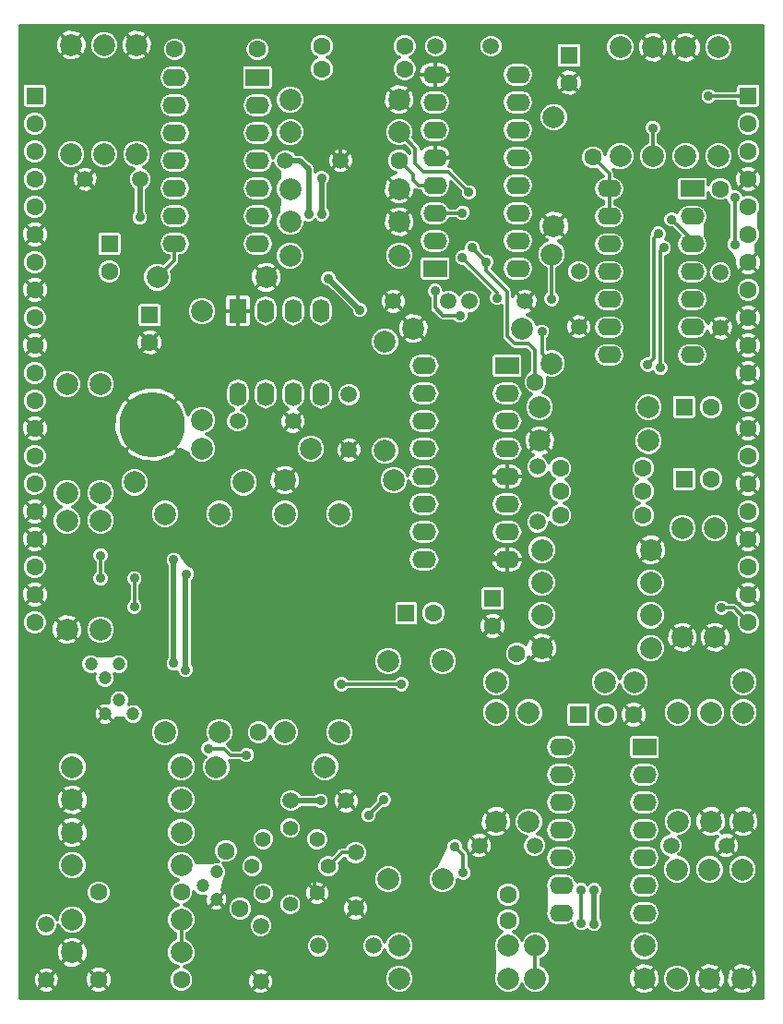
<source format=gtl>
G04 #@! TF.FileFunction,Copper,L1,Top,Signal*
%FSLAX46Y46*%
G04 Gerber Fmt 4.6, Leading zero omitted, Abs format (unit mm)*
G04 Created by KiCad (PCBNEW (2016-08-20 BZR 7083)-product) date Thu Jun 15 13:02:43 2017*
%MOMM*%
%LPD*%
G01*
G04 APERTURE LIST*
%ADD10C,0.100000*%
%ADD11C,2.000000*%
%ADD12C,1.500000*%
%ADD13R,2.200000X1.600000*%
%ADD14O,2.200000X1.600000*%
%ADD15C,1.400000*%
%ADD16R,1.600000X2.200000*%
%ADD17O,1.600000X2.200000*%
%ADD18R,1.600200X1.600200*%
%ADD19C,1.600200*%
%ADD20C,1.600000*%
%ADD21C,1.200000*%
%ADD22C,6.000000*%
%ADD23R,1.600000X1.600000*%
%ADD24C,0.900000*%
%ADD25C,0.500000*%
%ADD26C,0.300000*%
G04 APERTURE END LIST*
D10*
D11*
X39200000Y11300000D03*
X34200000Y11300000D03*
X39200000Y31300000D03*
X34200000Y31300000D03*
X29700000Y24800000D03*
X24700000Y24800000D03*
X29700000Y44800000D03*
X24700000Y44800000D03*
X18700000Y24800000D03*
X13700000Y24800000D03*
X18700000Y44800000D03*
X13700000Y44800000D03*
D12*
X64700000Y66940000D03*
X64700000Y61860000D03*
X51700000Y61960000D03*
X51700000Y67040000D03*
X60160000Y14400000D03*
X65240000Y14400000D03*
X42560000Y14400000D03*
X47640000Y14400000D03*
X24760000Y77200000D03*
X29840000Y77200000D03*
X6360000Y75500000D03*
X11440000Y75500000D03*
X22500000Y7040000D03*
X22500000Y1960000D03*
X30340000Y18500000D03*
X25260000Y18500000D03*
X32840000Y5200000D03*
X27760000Y5200000D03*
X2800000Y7140000D03*
X2800000Y2060000D03*
X41660000Y64300000D03*
X46740000Y64300000D03*
X39740000Y64300000D03*
X34660000Y64300000D03*
X43640000Y87700000D03*
X38560000Y87700000D03*
X31200000Y13740000D03*
X31200000Y8660000D03*
X47900000Y49140000D03*
X47900000Y44060000D03*
X30600000Y55740000D03*
X30600000Y50660000D03*
X20360000Y53300000D03*
X25440000Y53300000D03*
D13*
X62110000Y74620000D03*
D14*
X62110000Y72080000D03*
X62110000Y69540000D03*
X62110000Y67000000D03*
X62110000Y64460000D03*
X62110000Y61920000D03*
X62110000Y59380000D03*
X54490000Y59380000D03*
X54490000Y61920000D03*
X54490000Y64460000D03*
X54490000Y67000000D03*
X54490000Y69540000D03*
X54490000Y72080000D03*
X54490000Y74620000D03*
D13*
X57710000Y23420000D03*
D14*
X57710000Y20880000D03*
X57710000Y18340000D03*
X57710000Y15800000D03*
X57710000Y13260000D03*
X57710000Y10720000D03*
X57710000Y8180000D03*
X50090000Y8180000D03*
X50090000Y10720000D03*
X50090000Y13260000D03*
X50090000Y15800000D03*
X50090000Y18340000D03*
X50090000Y20880000D03*
X50090000Y23420000D03*
D13*
X22210000Y84820000D03*
D14*
X22210000Y82280000D03*
X22210000Y79740000D03*
X22210000Y77200000D03*
X22210000Y74660000D03*
X22210000Y72120000D03*
X22210000Y69580000D03*
X14590000Y69580000D03*
X14590000Y72120000D03*
X14590000Y74660000D03*
X14590000Y77200000D03*
X14590000Y79740000D03*
X14590000Y82280000D03*
X14590000Y84820000D03*
X46110000Y67310000D03*
X46110000Y69850000D03*
D13*
X38490000Y67310000D03*
D14*
X38490000Y69850000D03*
X38490000Y72390000D03*
X38490000Y74930000D03*
X38490000Y77470000D03*
X38490000Y80010000D03*
X38490000Y82550000D03*
X38490000Y85090000D03*
X46110000Y85090000D03*
X46110000Y82550000D03*
X46110000Y80010000D03*
X46110000Y77470000D03*
X46110000Y74930000D03*
X46110000Y72390000D03*
D15*
X25200000Y9000000D03*
X22726000Y10026000D03*
X21700000Y12500000D03*
X22726000Y14974000D03*
X25200000Y16000000D03*
X27674000Y14974000D03*
X28700000Y12500000D03*
X27674000Y10026000D03*
D16*
X20390000Y63410000D03*
D17*
X22930000Y63410000D03*
X25470000Y63410000D03*
X28010000Y63410000D03*
X28010000Y55790000D03*
X25470000Y55790000D03*
X22930000Y55790000D03*
X20390000Y55790000D03*
D18*
X51660000Y26400000D03*
D19*
X54200000Y26400000D03*
X56740000Y26400000D03*
D20*
X46000000Y32000000D03*
X45200000Y7500000D03*
X22300000Y24800000D03*
X20600000Y8600000D03*
X35200000Y77200000D03*
X19300000Y13900000D03*
X45200000Y9900000D03*
X47700000Y56900000D03*
X22200000Y87400000D03*
X14600000Y87400000D03*
X53000000Y77500000D03*
X64700000Y74600000D03*
X50000000Y44700000D03*
X57600000Y44700000D03*
X15200000Y2100000D03*
X7600000Y2100000D03*
X7600000Y10100000D03*
X15200000Y10100000D03*
X28100000Y85600000D03*
X35700000Y85600000D03*
X28100000Y87700000D03*
X35700000Y87700000D03*
X57600000Y49000000D03*
X50000000Y49000000D03*
X57600000Y46900000D03*
X50000000Y46900000D03*
D21*
X8200000Y29765000D03*
X9470000Y31035000D03*
X6930000Y31035000D03*
X9500000Y27735000D03*
X8230000Y26465000D03*
X10770000Y26465000D03*
X17165000Y10700000D03*
X18435000Y9430000D03*
X18435000Y11970000D03*
D14*
X37490000Y58390000D03*
X37490000Y55850000D03*
D13*
X45110000Y58390000D03*
D14*
X45110000Y55850000D03*
X45110000Y53310000D03*
X45110000Y50770000D03*
X45110000Y48230000D03*
X45110000Y45690000D03*
X45110000Y43150000D03*
X45110000Y40610000D03*
X37490000Y40610000D03*
X37490000Y43150000D03*
X37490000Y45690000D03*
X37490000Y48230000D03*
X37490000Y50770000D03*
X37490000Y53310000D03*
D22*
X12500000Y53000000D03*
D20*
X1750000Y34870000D03*
X1750000Y37410000D03*
X1750000Y39950000D03*
X1750000Y42490000D03*
X1750000Y45030000D03*
X1750000Y47570000D03*
X1750000Y50110000D03*
X1750000Y52650000D03*
X1750000Y55190000D03*
X1750000Y57730000D03*
X1750000Y60270000D03*
X1750000Y62810000D03*
X1750000Y65350000D03*
X1750000Y67890000D03*
X1750000Y70430000D03*
X1750000Y72970000D03*
X1750000Y75510000D03*
X1750000Y78050000D03*
D23*
X1750000Y83130000D03*
D20*
X1750000Y80590000D03*
X67250000Y34870000D03*
X67250000Y37410000D03*
X67250000Y39950000D03*
X67250000Y42490000D03*
X67250000Y45030000D03*
X67250000Y47570000D03*
X67250000Y50110000D03*
X67250000Y52650000D03*
X67250000Y55190000D03*
X67250000Y57730000D03*
X67250000Y60270000D03*
X67250000Y62810000D03*
X67250000Y65350000D03*
X67250000Y67890000D03*
X67250000Y70430000D03*
X67250000Y72970000D03*
X67250000Y75510000D03*
X67250000Y78050000D03*
D23*
X67250000Y83130000D03*
D20*
X67250000Y80590000D03*
D23*
X50800000Y86850000D03*
D20*
X50800000Y84350000D03*
D23*
X35850000Y35700000D03*
D20*
X38350000Y35700000D03*
D23*
X43800000Y37050000D03*
D20*
X43800000Y34550000D03*
D23*
X12300000Y63050000D03*
D20*
X12300000Y60550000D03*
D23*
X8600000Y69550000D03*
D20*
X8600000Y67050000D03*
D23*
X61350000Y54600000D03*
D20*
X63850000Y54600000D03*
D23*
X61350000Y48000000D03*
D20*
X63850000Y48000000D03*
D11*
X54100000Y29400000D03*
X44100000Y29400000D03*
X35200000Y2200000D03*
X45200000Y2200000D03*
X44100000Y16600000D03*
X44100000Y26600000D03*
X7800000Y56700000D03*
X7800000Y46700000D03*
X7800000Y34200000D03*
X7800000Y44200000D03*
X4700000Y56700000D03*
X4700000Y46700000D03*
X47100000Y16600000D03*
X47100000Y26600000D03*
X57700000Y2200000D03*
X47700000Y2200000D03*
X47700000Y5200000D03*
X57700000Y5200000D03*
X4700000Y34200000D03*
X4700000Y44200000D03*
X48300000Y38500000D03*
X58300000Y38500000D03*
X10900000Y47700000D03*
X20900000Y47700000D03*
X45200000Y5200000D03*
X35200000Y5200000D03*
X28400000Y21600000D03*
X18400000Y21600000D03*
X58300000Y41500000D03*
X48300000Y41500000D03*
X35200000Y74600000D03*
X25200000Y74600000D03*
X5200000Y4600000D03*
X15200000Y4600000D03*
X15200000Y7600000D03*
X5200000Y7600000D03*
X35200000Y71600000D03*
X25200000Y71600000D03*
X55500000Y77600000D03*
X55500000Y87600000D03*
X15200000Y12600000D03*
X5200000Y12600000D03*
X56800000Y29400000D03*
X66800000Y29400000D03*
X66800000Y16600000D03*
X66800000Y26600000D03*
X5200000Y15600000D03*
X15200000Y15600000D03*
X58300000Y35500000D03*
X48300000Y35500000D03*
X48300000Y32500000D03*
X58300000Y32500000D03*
X60800000Y16600000D03*
X60800000Y26600000D03*
X15200000Y21600000D03*
X5200000Y21600000D03*
X5200000Y18600000D03*
X15200000Y18600000D03*
X63800000Y16600000D03*
X63800000Y26600000D03*
X35200000Y68500000D03*
X25200000Y68500000D03*
X49400000Y71200000D03*
X49400000Y81200000D03*
X33900000Y50600000D03*
X33900000Y60600000D03*
X24700000Y47900000D03*
X34700000Y47900000D03*
X63700000Y2200000D03*
X63700000Y12200000D03*
X60700000Y12200000D03*
X60700000Y2200000D03*
X11100000Y87800000D03*
X11100000Y77800000D03*
X66700000Y2200000D03*
X66700000Y12200000D03*
X58500000Y87600000D03*
X58500000Y77600000D03*
X35200000Y79800000D03*
X25200000Y79800000D03*
X48100000Y54600000D03*
X58100000Y54600000D03*
X49200000Y58600000D03*
X49200000Y68600000D03*
X5100000Y87800000D03*
X5100000Y77800000D03*
X61500000Y87600000D03*
X61500000Y77600000D03*
X35200000Y82800000D03*
X25200000Y82800000D03*
X36500000Y61800000D03*
X46500000Y61800000D03*
X8100000Y77800000D03*
X8100000Y87800000D03*
X64500000Y87600000D03*
X64500000Y77600000D03*
X17100000Y50800000D03*
X27100000Y50800000D03*
X17100000Y63400000D03*
X17100000Y53400000D03*
X48100000Y51500000D03*
X58100000Y51500000D03*
X23000000Y66500000D03*
X13000000Y66500000D03*
X61200000Y33500000D03*
X61200000Y43500000D03*
X64200000Y33500000D03*
X64200000Y43500000D03*
D24*
X14500000Y31100000D03*
X14500000Y40600000D03*
X53100000Y10300000D03*
X53100000Y7200000D03*
X26900000Y72300000D03*
X22300000Y17900000D03*
X17000000Y18900000D03*
X43100000Y60800000D03*
X39700000Y58800000D03*
X43300000Y62900000D03*
X52400000Y65600000D03*
X48800000Y62500000D03*
X44000000Y81800000D03*
X27300000Y83100000D03*
X33600000Y81100000D03*
X33200000Y14900000D03*
X36600000Y10800000D03*
X35200000Y14000000D03*
X56300000Y55600000D03*
X52700000Y72700000D03*
X49900000Y75300000D03*
X53500000Y80500000D03*
X44700000Y73700000D03*
X44100000Y79300000D03*
X44100000Y76700000D03*
X41300000Y76500000D03*
X42800000Y70500000D03*
X42800000Y75100000D03*
X55700000Y85800000D03*
X61500000Y80500000D03*
X57100000Y80400000D03*
X58600000Y81400000D03*
X27900000Y27800000D03*
X17000000Y28500000D03*
X17200000Y14300000D03*
X16800000Y81600000D03*
X16800000Y78600000D03*
X19800000Y79700000D03*
X8300000Y79600000D03*
X3800000Y81700000D03*
X10800000Y83700000D03*
X29600000Y87100000D03*
X33800000Y87100000D03*
X20200000Y75600000D03*
X25300000Y87400000D03*
X16700000Y88500000D03*
X19900000Y83500000D03*
X12600000Y70700000D03*
X23700000Y75900000D03*
X16700000Y69400000D03*
X23700000Y73400000D03*
X20200000Y69300000D03*
X15200000Y66200000D03*
X22100000Y59300000D03*
X28900000Y57800000D03*
X25900000Y61000000D03*
X29600000Y72400000D03*
X32200000Y67500000D03*
X41800000Y82300000D03*
X44300000Y85900000D03*
X48100000Y87800000D03*
X67700000Y88400000D03*
X65800000Y84600000D03*
X56800000Y67100000D03*
X61000000Y65700000D03*
X56500000Y64500000D03*
X61000000Y60700000D03*
X56400000Y60400000D03*
X32400000Y59300000D03*
X33700000Y52800000D03*
X42800000Y44800000D03*
X42700000Y58200000D03*
X39400000Y54600000D03*
X62500000Y37600000D03*
X66300000Y31300000D03*
X59200000Y25100000D03*
X62900000Y24900000D03*
X59800000Y22000000D03*
X66800000Y24600000D03*
X49000000Y25100000D03*
X49800000Y29500000D03*
X56100000Y31600000D03*
X56100000Y35700000D03*
X50400000Y38200000D03*
X54900000Y8700000D03*
X40100000Y1000000D03*
X29600000Y3700000D03*
X33000000Y1000000D03*
X54300000Y6300000D03*
X50000000Y1700000D03*
X52400000Y22800000D03*
X55400000Y16100000D03*
X53000000Y12200000D03*
X56300000Y53300000D03*
X55500000Y47900000D03*
X50500000Y41600000D03*
X55800000Y38400000D03*
X45000000Y21200000D03*
X47000000Y18700000D03*
X46600000Y23200000D03*
X40000000Y44800000D03*
X39100000Y49600000D03*
X35400000Y41300000D03*
X31800000Y44900000D03*
X22000000Y36100000D03*
X23600000Y40100000D03*
X29100000Y37800000D03*
X32200000Y31500000D03*
X34700000Y37700000D03*
X30200000Y42600000D03*
X27600000Y45200000D03*
X22700000Y44400000D03*
X16700000Y38000000D03*
X18800000Y49000000D03*
X18600000Y55500000D03*
X13700000Y42100000D03*
X6400000Y67100000D03*
X9900000Y65300000D03*
X8700000Y58600000D03*
X7400000Y54800000D03*
X6200000Y48200000D03*
X9600000Y46200000D03*
X9600000Y40700000D03*
X8300000Y36300000D03*
X38100000Y16300000D03*
X42900000Y20400000D03*
X37700000Y23300000D03*
X42200000Y27800000D03*
X35800000Y27800000D03*
X36900000Y33800000D03*
X37200000Y30300000D03*
X61900000Y7600000D03*
X60000000Y9500000D03*
X67900000Y10500000D03*
X59600000Y6900000D03*
X16900000Y3400000D03*
X13200000Y4900000D03*
X37200000Y3600000D03*
X43500000Y8600000D03*
X35700000Y7600000D03*
X27400000Y13400000D03*
X13100000Y21800000D03*
X25300000Y11400000D03*
X24700000Y14200000D03*
X12300000Y39100000D03*
X13400000Y36400000D03*
X12300000Y34800000D03*
X12300000Y28500000D03*
X35200000Y17500000D03*
X35200000Y22700000D03*
X31800000Y25200000D03*
X32600000Y27700000D03*
X30100000Y30600000D03*
X26600000Y33700000D03*
X19700000Y30300000D03*
X16700000Y34900000D03*
X11300000Y24400000D03*
X1400000Y31700000D03*
X2000000Y24000000D03*
X13100000Y7400000D03*
X38500000Y65250000D03*
X40800000Y63000000D03*
X28000000Y18500000D03*
X15600000Y30500000D03*
X15700000Y39300000D03*
X31600000Y63500000D03*
X28700000Y66400000D03*
X28100000Y72300000D03*
X28100000Y75600000D03*
X11400000Y72000000D03*
X51900000Y10300000D03*
X51900000Y7300000D03*
X64800000Y36200000D03*
X59000000Y70500000D03*
X58000000Y58500000D03*
X43200000Y67900000D03*
X41600000Y74300000D03*
X41900000Y69200000D03*
X48300000Y61500000D03*
X44200000Y64600000D03*
X41000000Y68300000D03*
X41000000Y72400000D03*
X7800000Y38900000D03*
X7800000Y41000000D03*
X10900000Y36300000D03*
X10900000Y38900000D03*
X58500000Y80200000D03*
X60200000Y71800000D03*
X49200000Y64500000D03*
X59500000Y69200000D03*
X59200000Y58200000D03*
X29900000Y29200000D03*
X35400000Y29200000D03*
X41100000Y11900000D03*
X40300000Y14300000D03*
X33800000Y18600000D03*
X32400000Y17200000D03*
X17700000Y23300000D03*
X21200000Y22700000D03*
X63600000Y83100000D03*
X66000000Y69500000D03*
X66000000Y73800000D03*
D25*
X14500000Y40600000D02*
X14500000Y31100000D01*
X53100000Y7200000D02*
X53100000Y10300000D01*
X24760000Y77200000D02*
X26100000Y77200000D01*
X26900000Y76400000D02*
X26900000Y72300000D01*
X26100000Y77200000D02*
X26900000Y76400000D01*
D26*
X41700000Y60800000D02*
X43100000Y60800000D01*
X36500000Y61800000D02*
X39500000Y58800000D01*
X39500000Y58800000D02*
X39700000Y58800000D01*
X39700000Y58800000D02*
X41700000Y60800000D01*
X52400000Y62660000D02*
X52400000Y65600000D01*
X51700000Y61960000D02*
X52400000Y62660000D01*
X38490000Y77470000D02*
X39670000Y77470000D01*
X39670000Y77470000D02*
X44000000Y81800000D01*
X29840000Y80560000D02*
X27300000Y83100000D01*
X29840000Y77200000D02*
X29840000Y80560000D01*
X33200000Y14900000D02*
X34100000Y14000000D01*
X36700000Y14900000D02*
X33200000Y14900000D01*
X38100000Y16300000D02*
X36700000Y14900000D01*
X34100000Y14000000D02*
X35200000Y14000000D01*
X56300000Y55600000D02*
X56300000Y60300000D01*
X56300000Y60300000D02*
X56400000Y60400000D01*
X50700000Y76100000D02*
X50700000Y77700000D01*
X50700000Y76100000D02*
X49900000Y75300000D01*
X50700000Y77700000D02*
X53500000Y80500000D01*
X42800000Y75100000D02*
X44200000Y73700000D01*
X44200000Y73700000D02*
X44700000Y73700000D01*
X44100000Y79300000D02*
X44100000Y76700000D01*
X40330000Y77470000D02*
X41300000Y76500000D01*
X38490000Y77470000D02*
X40330000Y77470000D01*
X42800000Y75100000D02*
X42800000Y70500000D01*
X61500000Y84600000D02*
X58500000Y87600000D01*
X61500000Y84600000D02*
X61500000Y80500000D01*
X58100000Y81400000D02*
X57100000Y80400000D01*
X58600000Y81400000D02*
X58100000Y81400000D01*
X33800000Y87100000D02*
X29600000Y87100000D01*
X12300000Y28500000D02*
X17000000Y28500000D01*
X17200000Y14300000D02*
X17200000Y16500000D01*
X17200000Y16500000D02*
X17900000Y17200000D01*
X17900000Y17200000D02*
X17900000Y17900000D01*
X14000000Y20100000D02*
X15700000Y20100000D01*
X15700000Y20100000D02*
X17000000Y18800000D01*
X17000000Y18800000D02*
X17900000Y17900000D01*
X17900000Y17900000D02*
X22300000Y17900000D01*
X16800000Y81600000D02*
X17900000Y81600000D01*
X17900000Y81600000D02*
X19800000Y79700000D01*
X11100000Y87800000D02*
X9900000Y86600000D01*
X5900000Y79600000D02*
X8300000Y79600000D01*
X3800000Y81700000D02*
X5900000Y79600000D01*
X9900000Y84600000D02*
X10800000Y83700000D01*
X9900000Y86600000D02*
X9900000Y84600000D01*
X16800000Y81600000D02*
X18000000Y81600000D01*
X20200000Y78200000D02*
X16800000Y81600000D01*
X20200000Y75600000D02*
X20200000Y78200000D01*
X23600000Y89100000D02*
X25300000Y87400000D01*
X17300000Y89100000D02*
X23600000Y89100000D01*
X16700000Y88500000D02*
X17300000Y89100000D01*
X18000000Y81600000D02*
X19900000Y83500000D01*
X23700000Y73400000D02*
X23700000Y75900000D01*
X16700000Y69400000D02*
X16800000Y69300000D01*
X16800000Y69300000D02*
X20200000Y69300000D01*
X15200000Y66200000D02*
X16700000Y67700000D01*
X16700000Y67700000D02*
X16700000Y69400000D01*
X22100000Y59300000D02*
X23800000Y61000000D01*
X13550000Y59300000D02*
X22100000Y59300000D01*
X12300000Y60550000D02*
X13550000Y59300000D01*
X23800000Y61000000D02*
X25900000Y61000000D01*
X34660000Y64300000D02*
X32200000Y66760000D01*
X32200000Y66760000D02*
X32200000Y67500000D01*
X38490000Y77470000D02*
X38730000Y77470000D01*
X58500000Y87600000D02*
X56900000Y89200000D01*
X41800000Y83400000D02*
X41800000Y82300000D01*
X44300000Y85900000D02*
X41800000Y83400000D01*
X49500000Y89200000D02*
X48100000Y87800000D01*
X56900000Y89200000D02*
X49500000Y89200000D01*
X61500000Y87600000D02*
X64500000Y84600000D01*
X64500000Y84600000D02*
X65800000Y84600000D01*
X56500000Y64500000D02*
X56500000Y66800000D01*
X56500000Y66800000D02*
X56800000Y67100000D01*
X56300000Y53300000D02*
X56300000Y55600000D01*
X39400000Y54600000D02*
X35500000Y54600000D01*
X35500000Y54600000D02*
X33700000Y52800000D01*
X43130000Y48230000D02*
X42800000Y47900000D01*
X42800000Y47900000D02*
X42800000Y44800000D01*
X45110000Y48230000D02*
X43130000Y48230000D01*
X42700000Y57900000D02*
X42700000Y58200000D01*
X39400000Y54600000D02*
X42700000Y57900000D01*
X64200000Y33500000D02*
X66300000Y31400000D01*
X66300000Y31400000D02*
X66300000Y31300000D01*
X59200000Y25100000D02*
X59800000Y24500000D01*
X59900000Y32200000D02*
X59900000Y28400000D01*
X59900000Y28400000D02*
X59200000Y27700000D01*
X59200000Y27700000D02*
X59200000Y25100000D01*
X61200000Y33500000D02*
X59900000Y32200000D01*
X59800000Y24500000D02*
X59800000Y22000000D01*
X50400000Y38200000D02*
X50600000Y38400000D01*
X52400000Y23500000D02*
X50800000Y25100000D01*
X50800000Y25100000D02*
X49000000Y25100000D01*
X49800000Y29500000D02*
X51900000Y31600000D01*
X51900000Y31600000D02*
X56100000Y31600000D01*
X56100000Y35700000D02*
X52900000Y35700000D01*
X52900000Y35700000D02*
X50400000Y38200000D01*
X54900000Y8700000D02*
X54900000Y10300000D01*
X54300000Y8100000D02*
X54900000Y8700000D01*
X33300000Y700000D02*
X39800000Y700000D01*
X39800000Y700000D02*
X40100000Y1000000D01*
X24240000Y3700000D02*
X29600000Y3700000D01*
X22500000Y1960000D02*
X24240000Y3700000D01*
X33000000Y1000000D02*
X33300000Y700000D01*
X54300000Y6000000D02*
X54300000Y6300000D01*
X50000000Y1700000D02*
X54300000Y6000000D01*
X54300000Y6300000D02*
X54300000Y8100000D01*
X52400000Y19100000D02*
X52400000Y22800000D01*
X55400000Y16100000D02*
X52400000Y19100000D01*
X54900000Y10300000D02*
X53000000Y12200000D01*
X52400000Y22800000D02*
X52400000Y23500000D01*
X55500000Y46600000D02*
X55500000Y47900000D01*
X50500000Y41600000D02*
X55500000Y46600000D01*
X50600000Y38400000D02*
X55800000Y38400000D01*
X45000000Y21200000D02*
X46600000Y22800000D01*
X45000000Y20700000D02*
X45000000Y21200000D01*
X42900000Y20400000D02*
X44600000Y18700000D01*
X44600000Y18700000D02*
X47000000Y18700000D01*
X47000000Y18700000D02*
X45000000Y20700000D01*
X46600000Y22800000D02*
X46600000Y23200000D01*
X45110000Y40610000D02*
X44190000Y40610000D01*
X44190000Y40610000D02*
X40000000Y44800000D01*
X30200000Y42600000D02*
X31800000Y44200000D01*
X31800000Y44200000D02*
X31800000Y44900000D01*
X16700000Y34900000D02*
X16700000Y38000000D01*
X22000000Y38500000D02*
X22000000Y36100000D01*
X23600000Y40100000D02*
X22000000Y38500000D01*
X29100000Y34600000D02*
X29100000Y37800000D01*
X32200000Y31500000D02*
X29100000Y34600000D01*
X34700000Y38100000D02*
X34700000Y37700000D01*
X30200000Y42600000D02*
X34700000Y38100000D01*
X25400000Y43000000D02*
X27600000Y45200000D01*
X24100000Y43000000D02*
X25400000Y43000000D01*
X22700000Y44400000D02*
X24100000Y43000000D01*
X18800000Y49000000D02*
X16800000Y47000000D01*
X12500000Y53000000D02*
X15000000Y55500000D01*
X15000000Y55500000D02*
X18600000Y55500000D01*
X16800000Y45200000D02*
X13700000Y42100000D01*
X16800000Y47000000D02*
X16800000Y45200000D01*
X1750000Y65350000D02*
X3500000Y67100000D01*
X3500000Y67100000D02*
X6400000Y67100000D01*
X1750000Y60270000D02*
X2920000Y59100000D01*
X8200000Y59100000D02*
X8700000Y58600000D01*
X2920000Y59100000D02*
X8200000Y59100000D01*
X12300000Y39100000D02*
X10700000Y40700000D01*
X8400000Y48200000D02*
X6200000Y48200000D01*
X9600000Y47000000D02*
X8400000Y48200000D01*
X9600000Y46200000D02*
X9600000Y47000000D01*
X10700000Y40700000D02*
X9600000Y40700000D01*
X4700000Y34200000D02*
X6800000Y36300000D01*
X6800000Y36300000D02*
X8300000Y36300000D01*
X35800000Y27800000D02*
X37200000Y29200000D01*
X38100000Y16300000D02*
X42200000Y20400000D01*
X42200000Y20400000D02*
X42900000Y20400000D01*
X37700000Y23300000D02*
X42200000Y27800000D01*
X37200000Y29200000D02*
X37200000Y30300000D01*
X60000000Y9500000D02*
X61900000Y7600000D01*
X61900000Y4000000D02*
X61900000Y7600000D01*
X61900000Y4000000D02*
X63700000Y2200000D01*
X7600000Y2100000D02*
X10400000Y4900000D01*
X10400000Y4900000D02*
X13200000Y4900000D01*
X42500000Y7600000D02*
X43500000Y8600000D01*
X35700000Y7600000D02*
X42500000Y7600000D01*
X27674000Y10026000D02*
X27400000Y10300000D01*
X27400000Y10300000D02*
X27400000Y13400000D01*
X13100000Y21800000D02*
X13100000Y21000000D01*
X22300000Y17900000D02*
X23900000Y16300000D01*
X23900000Y16300000D02*
X23900000Y15000000D01*
X23900000Y15000000D02*
X24700000Y14200000D01*
X13100000Y21000000D02*
X14000000Y20100000D01*
X12300000Y34800000D02*
X12300000Y39100000D01*
X35200000Y22700000D02*
X35200000Y17500000D01*
X31800000Y26900000D02*
X31800000Y25200000D01*
X32600000Y27700000D02*
X31800000Y26900000D01*
X27000000Y33700000D02*
X30100000Y30600000D01*
X26600000Y33700000D02*
X27000000Y33700000D01*
X16700000Y33300000D02*
X19700000Y30300000D01*
X16700000Y34900000D02*
X16700000Y33300000D01*
X11300000Y24400000D02*
X12300000Y25400000D01*
X10295000Y24400000D02*
X11300000Y24400000D01*
X8230000Y26465000D02*
X10295000Y24400000D01*
X12300000Y25400000D02*
X12300000Y28500000D01*
X5200000Y18600000D02*
X2000000Y21800000D01*
X2000000Y21800000D02*
X2000000Y24000000D01*
X5200000Y15600000D02*
X13100000Y7700000D01*
X13100000Y7700000D02*
X13100000Y7400000D01*
X38500000Y63700000D02*
X38500000Y65250000D01*
X39200000Y63000000D02*
X38500000Y63700000D01*
X40800000Y63000000D02*
X39200000Y63000000D01*
D25*
X25260000Y18500000D02*
X28000000Y18500000D01*
X15600000Y39200000D02*
X15600000Y30500000D01*
X15700000Y39300000D02*
X15600000Y39200000D01*
X28700000Y66400000D02*
X31600000Y63500000D01*
X28100000Y72300000D02*
X28100000Y75600000D01*
X11400000Y72000000D02*
X11400000Y75460000D01*
D26*
X15200000Y4600000D02*
X15200000Y7600000D01*
X28700000Y12500000D02*
X29940000Y13740000D01*
X29940000Y13740000D02*
X31200000Y13740000D01*
X13000000Y66500000D02*
X14590000Y68090000D01*
X14590000Y68090000D02*
X14590000Y69580000D01*
X47700000Y2200000D02*
X47700000Y5200000D01*
X51900000Y10300000D02*
X51900000Y7300000D01*
X67250000Y34870000D02*
X65920000Y36200000D01*
X65920000Y36200000D02*
X64800000Y36200000D01*
X59000000Y70500000D02*
X58600000Y70100000D01*
X58600000Y59100000D02*
X58000000Y58500000D01*
X58600000Y70100000D02*
X58600000Y59100000D01*
X43200000Y67900000D02*
X43200000Y67100000D01*
X41900000Y69200000D02*
X43200000Y67900000D01*
X36700000Y76900000D02*
X37400000Y76200000D01*
X36700000Y78300000D02*
X36700000Y76900000D01*
X35200000Y79800000D02*
X36700000Y78300000D01*
X37400000Y76200000D02*
X39700000Y76200000D01*
X39700000Y76200000D02*
X41600000Y74300000D01*
X47700000Y59800000D02*
X47700000Y56900000D01*
X47100000Y60400000D02*
X47700000Y59800000D01*
X45800000Y60400000D02*
X47100000Y60400000D01*
X45100000Y61100000D02*
X45800000Y60400000D01*
X45100000Y65200000D02*
X45100000Y61100000D01*
X43200000Y67100000D02*
X45100000Y65200000D01*
X49200000Y58600000D02*
X48300000Y59500000D01*
X48300000Y59500000D02*
X48300000Y61500000D01*
X38490000Y72390000D02*
X40990000Y72390000D01*
X44200000Y65100000D02*
X44200000Y64600000D01*
X41000000Y68300000D02*
X44200000Y65100000D01*
X35200000Y77200000D02*
X36500000Y75900000D01*
X36970000Y74930000D02*
X38490000Y74930000D01*
X36500000Y75400000D02*
X36970000Y74930000D01*
X36500000Y75900000D02*
X36500000Y75400000D01*
X7800000Y41000000D02*
X7800000Y38900000D01*
X10900000Y38900000D02*
X10900000Y36300000D01*
X60200000Y71800000D02*
X62110000Y69890000D01*
X62110000Y69890000D02*
X62110000Y69540000D01*
X58500000Y80200000D02*
X58500000Y77600000D01*
X62110000Y69540000D02*
X61860000Y69540000D01*
X49200000Y68600000D02*
X49200000Y64500000D01*
X59200000Y58200000D02*
X59200000Y68900000D01*
X59200000Y68900000D02*
X59500000Y69200000D01*
X35400000Y29200000D02*
X29900000Y29200000D01*
X41100000Y13500000D02*
X41100000Y11900000D01*
X40300000Y14300000D02*
X41100000Y13500000D01*
X32400000Y17200000D02*
X33800000Y18600000D01*
X19100000Y23300000D02*
X17700000Y23300000D01*
X19700000Y22700000D02*
X19100000Y23300000D01*
X21200000Y22700000D02*
X19700000Y22700000D01*
X54490000Y74620000D02*
X54490000Y76010000D01*
X54490000Y76010000D02*
X53000000Y77500000D01*
X67220000Y83100000D02*
X63600000Y83100000D01*
X54490000Y72080000D02*
X54490000Y74620000D01*
X66000000Y73800000D02*
X66000000Y69500000D01*
G36*
X68580000Y420000D02*
X420000Y420000D01*
X420000Y1258264D01*
X2010992Y1258264D01*
X2077352Y1050049D01*
X2518852Y850381D01*
X3003154Y834867D01*
X3456527Y1005869D01*
X3522648Y1050049D01*
X3589008Y1258264D01*
X3585058Y1262214D01*
X6774942Y1262214D01*
X6847386Y1048804D01*
X7306950Y840809D01*
X7811129Y824514D01*
X8283164Y1002401D01*
X8352614Y1048804D01*
X8425058Y1262214D01*
X7600000Y2087272D01*
X6774942Y1262214D01*
X3585058Y1262214D01*
X2800000Y2047272D01*
X2010992Y1258264D01*
X420000Y1258264D01*
X420000Y1856846D01*
X1574867Y1856846D01*
X1745869Y1403473D01*
X1790049Y1337352D01*
X1998264Y1270992D01*
X2787272Y2060000D01*
X2812728Y2060000D01*
X3601736Y1270992D01*
X3809951Y1337352D01*
X4009619Y1778852D01*
X4013143Y1888871D01*
X6324514Y1888871D01*
X6502401Y1416836D01*
X6548804Y1347386D01*
X6762214Y1274942D01*
X7587272Y2100000D01*
X7612728Y2100000D01*
X8437786Y1274942D01*
X8651196Y1347386D01*
X8859191Y1806950D01*
X8875486Y2311129D01*
X8697599Y2783164D01*
X8651196Y2852614D01*
X8437786Y2925058D01*
X7612728Y2100000D01*
X7587272Y2100000D01*
X6762214Y2925058D01*
X6548804Y2852614D01*
X6340809Y2393050D01*
X6324514Y1888871D01*
X4013143Y1888871D01*
X4025133Y2263154D01*
X3854131Y2716527D01*
X3809951Y2782648D01*
X3601736Y2849008D01*
X2812728Y2060000D01*
X2787272Y2060000D01*
X1998264Y2849008D01*
X1790049Y2782648D01*
X1590381Y2341148D01*
X1574867Y1856846D01*
X420000Y1856846D01*
X420000Y2861736D01*
X2010992Y2861736D01*
X2800000Y2072728D01*
X3589008Y2861736D01*
X3564771Y2937786D01*
X6774942Y2937786D01*
X7600000Y2112728D01*
X8425058Y2937786D01*
X8352614Y3151196D01*
X7893050Y3359191D01*
X7388871Y3375486D01*
X6916836Y3197599D01*
X6847386Y3151196D01*
X6774942Y2937786D01*
X3564771Y2937786D01*
X3522648Y3069951D01*
X3081148Y3269619D01*
X2596846Y3285133D01*
X2143473Y3114131D01*
X2077352Y3069951D01*
X2010992Y2861736D01*
X420000Y2861736D01*
X420000Y3618019D01*
X4230747Y3618019D01*
X4327524Y3383827D01*
X4859346Y3142521D01*
X5443030Y3123102D01*
X5989715Y3328529D01*
X6072476Y3383827D01*
X6169253Y3618019D01*
X5200000Y4587272D01*
X4230747Y3618019D01*
X420000Y3618019D01*
X420000Y4356970D01*
X3723102Y4356970D01*
X3928529Y3810285D01*
X3983827Y3727524D01*
X4218019Y3630747D01*
X5187272Y4600000D01*
X5212728Y4600000D01*
X6181981Y3630747D01*
X6416173Y3727524D01*
X6657479Y4259346D01*
X6676898Y4843030D01*
X6471471Y5389715D01*
X6416173Y5472476D01*
X6181981Y5569253D01*
X5212728Y4600000D01*
X5187272Y4600000D01*
X4218019Y5569253D01*
X3983827Y5472476D01*
X3742521Y4940654D01*
X3723102Y4356970D01*
X420000Y4356970D01*
X420000Y5581981D01*
X4230747Y5581981D01*
X5200000Y4612728D01*
X6169253Y5581981D01*
X6072476Y5816173D01*
X5540654Y6057479D01*
X4956970Y6076898D01*
X4410285Y5871471D01*
X4327524Y5816173D01*
X4230747Y5581981D01*
X420000Y5581981D01*
X420000Y6918196D01*
X1679806Y6918196D01*
X1849957Y6506400D01*
X2164743Y6191064D01*
X2576241Y6020195D01*
X3021804Y6019806D01*
X3433600Y6189957D01*
X3748936Y6504743D01*
X3919805Y6916241D01*
X3919974Y7110357D01*
X4037893Y6824971D01*
X4422944Y6439248D01*
X4926295Y6230238D01*
X5471314Y6229763D01*
X5975029Y6437893D01*
X6360752Y6822944D01*
X6569762Y7326295D01*
X6570237Y7871314D01*
X6362107Y8375029D01*
X5977056Y8760752D01*
X5473705Y8969762D01*
X4928686Y8970237D01*
X4424971Y8762107D01*
X4039248Y8377056D01*
X3830238Y7873705D01*
X3829982Y7580133D01*
X3750043Y7773600D01*
X3435257Y8088936D01*
X3023759Y8259805D01*
X2578196Y8260194D01*
X2166400Y8090043D01*
X1851064Y7775257D01*
X1680195Y7363759D01*
X1679806Y6918196D01*
X420000Y6918196D01*
X420000Y9868294D01*
X6429797Y9868294D01*
X6607544Y9438114D01*
X6936383Y9108700D01*
X7366252Y8930203D01*
X7831706Y8929797D01*
X8261886Y9107544D01*
X8591300Y9436383D01*
X8769797Y9866252D01*
X8770203Y10331706D01*
X8592456Y10761886D01*
X8263617Y11091300D01*
X7833748Y11269797D01*
X7368294Y11270203D01*
X6938114Y11092456D01*
X6608700Y10763617D01*
X6430203Y10333748D01*
X6429797Y9868294D01*
X420000Y9868294D01*
X420000Y12328686D01*
X3829763Y12328686D01*
X4037893Y11824971D01*
X4422944Y11439248D01*
X4926295Y11230238D01*
X5471314Y11229763D01*
X5975029Y11437893D01*
X6360752Y11822944D01*
X6569762Y12326295D01*
X6569764Y12328686D01*
X13829763Y12328686D01*
X14037893Y11824971D01*
X14422944Y11439248D01*
X14899001Y11241572D01*
X14538114Y11092456D01*
X14208700Y10763617D01*
X14030203Y10333748D01*
X14029797Y9868294D01*
X14207544Y9438114D01*
X14536383Y9108700D01*
X14899190Y8958050D01*
X14424971Y8762107D01*
X14039248Y8377056D01*
X13830238Y7873705D01*
X13829763Y7328686D01*
X14037893Y6824971D01*
X14422944Y6439248D01*
X14680000Y6332509D01*
X14680000Y5867482D01*
X14424971Y5762107D01*
X14039248Y5377056D01*
X13830238Y4873705D01*
X13829763Y4328686D01*
X14037893Y3824971D01*
X14422944Y3439248D01*
X14899001Y3241572D01*
X14538114Y3092456D01*
X14208700Y2763617D01*
X14030203Y2333748D01*
X14029797Y1868294D01*
X14207544Y1438114D01*
X14536383Y1108700D01*
X14966252Y930203D01*
X15431706Y929797D01*
X15861886Y1107544D01*
X15912694Y1158264D01*
X21710992Y1158264D01*
X21777352Y950049D01*
X22218852Y750381D01*
X22703154Y734867D01*
X23156527Y905869D01*
X23222648Y950049D01*
X23289008Y1158264D01*
X22500000Y1947272D01*
X21710992Y1158264D01*
X15912694Y1158264D01*
X16191300Y1436383D01*
X16324367Y1756846D01*
X21274867Y1756846D01*
X21445869Y1303473D01*
X21490049Y1237352D01*
X21698264Y1170992D01*
X22487272Y1960000D01*
X22512728Y1960000D01*
X23301736Y1170992D01*
X23509951Y1237352D01*
X23709619Y1678852D01*
X23717622Y1928686D01*
X33829763Y1928686D01*
X34037893Y1424971D01*
X34422944Y1039248D01*
X34926295Y830238D01*
X35471314Y829763D01*
X35975029Y1037893D01*
X36360752Y1422944D01*
X36569762Y1926295D01*
X36570237Y2471314D01*
X36362107Y2975029D01*
X35977056Y3360752D01*
X35473705Y3569762D01*
X34928686Y3570237D01*
X34424971Y3362107D01*
X34039248Y2977056D01*
X33830238Y2473705D01*
X33829763Y1928686D01*
X23717622Y1928686D01*
X23725133Y2163154D01*
X23554131Y2616527D01*
X23509951Y2682648D01*
X23301736Y2749008D01*
X22512728Y1960000D01*
X22487272Y1960000D01*
X21698264Y2749008D01*
X21490049Y2682648D01*
X21290381Y2241148D01*
X21274867Y1756846D01*
X16324367Y1756846D01*
X16369797Y1866252D01*
X16370203Y2331706D01*
X16192518Y2761736D01*
X21710992Y2761736D01*
X22500000Y1972728D01*
X23289008Y2761736D01*
X23222648Y2969951D01*
X22781148Y3169619D01*
X22296846Y3185133D01*
X21843473Y3014131D01*
X21777352Y2969951D01*
X21710992Y2761736D01*
X16192518Y2761736D01*
X16192456Y2761886D01*
X15863617Y3091300D01*
X15500810Y3241950D01*
X15975029Y3437893D01*
X16360752Y3822944D01*
X16569762Y4326295D01*
X16570237Y4871314D01*
X16526075Y4978196D01*
X26639806Y4978196D01*
X26809957Y4566400D01*
X27124743Y4251064D01*
X27536241Y4080195D01*
X27981804Y4079806D01*
X28393600Y4249957D01*
X28708936Y4564743D01*
X28879805Y4976241D01*
X28879806Y4978196D01*
X31719806Y4978196D01*
X31889957Y4566400D01*
X32204743Y4251064D01*
X32616241Y4080195D01*
X33061804Y4079806D01*
X33473600Y4249957D01*
X33788936Y4564743D01*
X33884774Y4795548D01*
X34037893Y4424971D01*
X34422944Y4039248D01*
X34926295Y3830238D01*
X35471314Y3829763D01*
X35975029Y4037893D01*
X36360752Y4422944D01*
X36569762Y4926295D01*
X36569764Y4928686D01*
X43829763Y4928686D01*
X43950000Y4637689D01*
X43950000Y2800000D01*
X43955094Y2774391D01*
X43830238Y2473705D01*
X43829763Y1928686D01*
X44037893Y1424971D01*
X44422944Y1039248D01*
X44926295Y830238D01*
X45471314Y829763D01*
X45975029Y1037893D01*
X46360752Y1422944D01*
X46449961Y1637783D01*
X46537893Y1424971D01*
X46922944Y1039248D01*
X47426295Y830238D01*
X47971314Y829763D01*
X48475029Y1037893D01*
X48655469Y1218019D01*
X56730747Y1218019D01*
X56827524Y983827D01*
X57359346Y742521D01*
X57943030Y723102D01*
X58489715Y928529D01*
X58572476Y983827D01*
X58669253Y1218019D01*
X57700000Y2187272D01*
X56730747Y1218019D01*
X48655469Y1218019D01*
X48860752Y1422944D01*
X49069762Y1926295D01*
X49069788Y1956970D01*
X56223102Y1956970D01*
X56428529Y1410285D01*
X56483827Y1327524D01*
X56718019Y1230747D01*
X57687272Y2200000D01*
X57712728Y2200000D01*
X58681981Y1230747D01*
X58916173Y1327524D01*
X59157479Y1859346D01*
X59159785Y1928686D01*
X59329763Y1928686D01*
X59537893Y1424971D01*
X59922944Y1039248D01*
X60426295Y830238D01*
X60971314Y829763D01*
X61475029Y1037893D01*
X61655469Y1218019D01*
X62730747Y1218019D01*
X62827524Y983827D01*
X63359346Y742521D01*
X63943030Y723102D01*
X64489715Y928529D01*
X64572476Y983827D01*
X64669253Y1218019D01*
X65730747Y1218019D01*
X65827524Y983827D01*
X66359346Y742521D01*
X66943030Y723102D01*
X67489715Y928529D01*
X67572476Y983827D01*
X67669253Y1218019D01*
X66700000Y2187272D01*
X65730747Y1218019D01*
X64669253Y1218019D01*
X63700000Y2187272D01*
X62730747Y1218019D01*
X61655469Y1218019D01*
X61860752Y1422944D01*
X62069762Y1926295D01*
X62069788Y1956970D01*
X62223102Y1956970D01*
X62428529Y1410285D01*
X62483827Y1327524D01*
X62718019Y1230747D01*
X63687272Y2200000D01*
X63712728Y2200000D01*
X64681981Y1230747D01*
X64916173Y1327524D01*
X65157479Y1859346D01*
X65160726Y1956970D01*
X65223102Y1956970D01*
X65428529Y1410285D01*
X65483827Y1327524D01*
X65718019Y1230747D01*
X66687272Y2200000D01*
X66712728Y2200000D01*
X67681981Y1230747D01*
X67916173Y1327524D01*
X68157479Y1859346D01*
X68176898Y2443030D01*
X67971471Y2989715D01*
X67916173Y3072476D01*
X67681981Y3169253D01*
X66712728Y2200000D01*
X66687272Y2200000D01*
X65718019Y3169253D01*
X65483827Y3072476D01*
X65242521Y2540654D01*
X65223102Y1956970D01*
X65160726Y1956970D01*
X65176898Y2443030D01*
X64971471Y2989715D01*
X64916173Y3072476D01*
X64681981Y3169253D01*
X63712728Y2200000D01*
X63687272Y2200000D01*
X62718019Y3169253D01*
X62483827Y3072476D01*
X62242521Y2540654D01*
X62223102Y1956970D01*
X62069788Y1956970D01*
X62070237Y2471314D01*
X61862107Y2975029D01*
X61655516Y3181981D01*
X62730747Y3181981D01*
X63700000Y2212728D01*
X64669253Y3181981D01*
X65730747Y3181981D01*
X66700000Y2212728D01*
X67669253Y3181981D01*
X67572476Y3416173D01*
X67040654Y3657479D01*
X66456970Y3676898D01*
X65910285Y3471471D01*
X65827524Y3416173D01*
X65730747Y3181981D01*
X64669253Y3181981D01*
X64572476Y3416173D01*
X64040654Y3657479D01*
X63456970Y3676898D01*
X62910285Y3471471D01*
X62827524Y3416173D01*
X62730747Y3181981D01*
X61655516Y3181981D01*
X61477056Y3360752D01*
X60973705Y3569762D01*
X60428686Y3570237D01*
X59924971Y3362107D01*
X59539248Y2977056D01*
X59330238Y2473705D01*
X59329763Y1928686D01*
X59159785Y1928686D01*
X59176898Y2443030D01*
X58971471Y2989715D01*
X58916173Y3072476D01*
X58681981Y3169253D01*
X57712728Y2200000D01*
X57687272Y2200000D01*
X56718019Y3169253D01*
X56483827Y3072476D01*
X56242521Y2540654D01*
X56223102Y1956970D01*
X49069788Y1956970D01*
X49070237Y2471314D01*
X48862107Y2975029D01*
X48655516Y3181981D01*
X56730747Y3181981D01*
X57700000Y2212728D01*
X58669253Y3181981D01*
X58572476Y3416173D01*
X58040654Y3657479D01*
X57456970Y3676898D01*
X56910285Y3471471D01*
X56827524Y3416173D01*
X56730747Y3181981D01*
X48655516Y3181981D01*
X48477056Y3360752D01*
X48220000Y3467491D01*
X48220000Y3932518D01*
X48475029Y4037893D01*
X48860752Y4422944D01*
X49069762Y4926295D01*
X49069764Y4928686D01*
X56329763Y4928686D01*
X56537893Y4424971D01*
X56922944Y4039248D01*
X57426295Y3830238D01*
X57971314Y3829763D01*
X58475029Y4037893D01*
X58860752Y4422944D01*
X59069762Y4926295D01*
X59070237Y5471314D01*
X58862107Y5975029D01*
X58477056Y6360752D01*
X57973705Y6569762D01*
X57428686Y6570237D01*
X56924971Y6362107D01*
X56539248Y5977056D01*
X56330238Y5473705D01*
X56329763Y4928686D01*
X49069764Y4928686D01*
X49070237Y5471314D01*
X48862107Y5975029D01*
X48477056Y6360752D01*
X47973705Y6569762D01*
X47428686Y6570237D01*
X46924971Y6362107D01*
X46539248Y5977056D01*
X46450039Y5762217D01*
X46362107Y5975029D01*
X45977056Y6360752D01*
X45742420Y6458182D01*
X45861886Y6507544D01*
X46191300Y6836383D01*
X46369797Y7266252D01*
X46370203Y7731706D01*
X46192456Y8161886D01*
X45863617Y8491300D01*
X45433748Y8669797D01*
X44968294Y8670203D01*
X44538114Y8492456D01*
X44208700Y8163617D01*
X44030203Y7733748D01*
X44029797Y7268294D01*
X44207544Y6838114D01*
X44536383Y6508700D01*
X44657768Y6458296D01*
X44424971Y6362107D01*
X44039248Y5977056D01*
X43830238Y5473705D01*
X43829763Y4928686D01*
X36569764Y4928686D01*
X36570237Y5471314D01*
X36362107Y5975029D01*
X35977056Y6360752D01*
X35473705Y6569762D01*
X34928686Y6570237D01*
X34424971Y6362107D01*
X34039248Y5977056D01*
X33884627Y5604689D01*
X33790043Y5833600D01*
X33475257Y6148936D01*
X33063759Y6319805D01*
X32618196Y6320194D01*
X32206400Y6150043D01*
X31891064Y5835257D01*
X31720195Y5423759D01*
X31719806Y4978196D01*
X28879806Y4978196D01*
X28880194Y5421804D01*
X28710043Y5833600D01*
X28395257Y6148936D01*
X27983759Y6319805D01*
X27538196Y6320194D01*
X27126400Y6150043D01*
X26811064Y5835257D01*
X26640195Y5423759D01*
X26639806Y4978196D01*
X16526075Y4978196D01*
X16362107Y5375029D01*
X15977056Y5760752D01*
X15720000Y5867491D01*
X15720000Y6332518D01*
X15975029Y6437893D01*
X16355995Y6818196D01*
X21379806Y6818196D01*
X21549957Y6406400D01*
X21864743Y6091064D01*
X22276241Y5920195D01*
X22721804Y5919806D01*
X23133600Y6089957D01*
X23448936Y6404743D01*
X23619805Y6816241D01*
X23620194Y7261804D01*
X23450043Y7673600D01*
X23265702Y7858264D01*
X30410992Y7858264D01*
X30477352Y7650049D01*
X30918852Y7450381D01*
X31403154Y7434867D01*
X31856527Y7605869D01*
X31922648Y7650049D01*
X31989008Y7858264D01*
X31200000Y8647272D01*
X30410992Y7858264D01*
X23265702Y7858264D01*
X23135257Y7988936D01*
X22723759Y8159805D01*
X22278196Y8160194D01*
X21866400Y7990043D01*
X21551064Y7675257D01*
X21380195Y7263759D01*
X21379806Y6818196D01*
X16355995Y6818196D01*
X16360752Y6822944D01*
X16569762Y7326295D01*
X16570237Y7871314D01*
X16362107Y8375029D01*
X16001354Y8736412D01*
X17754140Y8736412D01*
X17802250Y8543783D01*
X18189555Y8369099D01*
X18614228Y8355927D01*
X18646915Y8368294D01*
X19429797Y8368294D01*
X19607544Y7938114D01*
X19936383Y7608700D01*
X20366252Y7430203D01*
X20831706Y7429797D01*
X21261886Y7607544D01*
X21591300Y7936383D01*
X21769797Y8366252D01*
X21770164Y8788098D01*
X24129814Y8788098D01*
X24292369Y8394685D01*
X24593102Y8093427D01*
X24986230Y7930186D01*
X25411902Y7929814D01*
X25805315Y8092369D01*
X26106573Y8393102D01*
X26133041Y8456846D01*
X29974867Y8456846D01*
X30145869Y8003473D01*
X30190049Y7937352D01*
X30398264Y7870992D01*
X31187272Y8660000D01*
X31212728Y8660000D01*
X32001736Y7870992D01*
X32209951Y7937352D01*
X32409619Y8378852D01*
X32425133Y8863154D01*
X32254131Y9316527D01*
X32209951Y9382648D01*
X32001736Y9449008D01*
X31212728Y8660000D01*
X31187272Y8660000D01*
X30398264Y9449008D01*
X30190049Y9382648D01*
X29990381Y8941148D01*
X29974867Y8456846D01*
X26133041Y8456846D01*
X26269814Y8786230D01*
X26270186Y9211902D01*
X26250183Y9260314D01*
X26921042Y9260314D01*
X26981318Y9057293D01*
X27404753Y8865954D01*
X27869178Y8851221D01*
X28303890Y9015337D01*
X28366682Y9057293D01*
X28426958Y9260314D01*
X27674000Y10013272D01*
X26921042Y9260314D01*
X26250183Y9260314D01*
X26107631Y9605315D01*
X25882517Y9830822D01*
X26499221Y9830822D01*
X26663337Y9396110D01*
X26705293Y9333318D01*
X26908314Y9273042D01*
X27661272Y10026000D01*
X27686728Y10026000D01*
X28439686Y9273042D01*
X28642707Y9333318D01*
X28700735Y9461736D01*
X30410992Y9461736D01*
X31200000Y8672728D01*
X31989008Y9461736D01*
X31923177Y9668294D01*
X44029797Y9668294D01*
X44207544Y9238114D01*
X44536383Y8908700D01*
X44966252Y8730203D01*
X45431706Y8729797D01*
X45861886Y8907544D01*
X46191300Y9236383D01*
X46369797Y9666252D01*
X46370203Y10131706D01*
X46192456Y10561886D01*
X46034618Y10720000D01*
X48591201Y10720000D01*
X48664148Y10353273D01*
X48650000Y10300000D01*
X48650000Y8500000D01*
X48652426Y8487801D01*
X48591201Y8180000D01*
X48680262Y7732260D01*
X48933886Y7352685D01*
X49313461Y7099061D01*
X49761201Y7010000D01*
X50418799Y7010000D01*
X50866539Y7099061D01*
X51079949Y7241657D01*
X51079858Y7137607D01*
X51204432Y6836114D01*
X51434901Y6605243D01*
X51736176Y6480142D01*
X52062393Y6479858D01*
X52363886Y6604432D01*
X52450035Y6690431D01*
X52634901Y6505243D01*
X52936176Y6380142D01*
X53262393Y6379858D01*
X53563886Y6504432D01*
X53794757Y6734901D01*
X53919858Y7036176D01*
X53920142Y7362393D01*
X53795568Y7663886D01*
X53720000Y7739586D01*
X53720000Y8180000D01*
X56211201Y8180000D01*
X56300262Y7732260D01*
X56553886Y7352685D01*
X56933461Y7099061D01*
X57381201Y7010000D01*
X58038799Y7010000D01*
X58486539Y7099061D01*
X58866114Y7352685D01*
X59119738Y7732260D01*
X59208799Y8180000D01*
X59119738Y8627740D01*
X58866114Y9007315D01*
X58486539Y9260939D01*
X58038799Y9350000D01*
X57381201Y9350000D01*
X56933461Y9260939D01*
X56553886Y9007315D01*
X56300262Y8627740D01*
X56211201Y8180000D01*
X53720000Y8180000D01*
X53720000Y9760274D01*
X53794757Y9834901D01*
X53919858Y10136176D01*
X53920142Y10462393D01*
X53813702Y10720000D01*
X56211201Y10720000D01*
X56300262Y10272260D01*
X56553886Y9892685D01*
X56933461Y9639061D01*
X57381201Y9550000D01*
X58038799Y9550000D01*
X58486539Y9639061D01*
X58866114Y9892685D01*
X59119738Y10272260D01*
X59208799Y10720000D01*
X59119738Y11167740D01*
X58866114Y11547315D01*
X58486539Y11800939D01*
X58038799Y11890000D01*
X57381201Y11890000D01*
X56933461Y11800939D01*
X56553886Y11547315D01*
X56300262Y11167740D01*
X56211201Y10720000D01*
X53813702Y10720000D01*
X53795568Y10763886D01*
X53565099Y10994757D01*
X53263824Y11119858D01*
X52937607Y11120142D01*
X52636114Y10995568D01*
X52499965Y10859656D01*
X52365099Y10994757D01*
X52063824Y11119858D01*
X51737607Y11120142D01*
X51526552Y11032936D01*
X51499738Y11167740D01*
X51246114Y11547315D01*
X50866539Y11800939D01*
X50418799Y11890000D01*
X49761201Y11890000D01*
X49313461Y11800939D01*
X48933886Y11547315D01*
X48680262Y11167740D01*
X48591201Y10720000D01*
X46034618Y10720000D01*
X45863617Y10891300D01*
X45433748Y11069797D01*
X44968294Y11070203D01*
X44538114Y10892456D01*
X44208700Y10563617D01*
X44030203Y10133748D01*
X44029797Y9668294D01*
X31923177Y9668294D01*
X31922648Y9669951D01*
X31481148Y9869619D01*
X30996846Y9885133D01*
X30543473Y9714131D01*
X30477352Y9669951D01*
X30410992Y9461736D01*
X28700735Y9461736D01*
X28834046Y9756753D01*
X28848779Y10221178D01*
X28684663Y10655890D01*
X28642707Y10718682D01*
X28439686Y10778958D01*
X27686728Y10026000D01*
X27661272Y10026000D01*
X26908314Y10778958D01*
X26705293Y10718682D01*
X26513954Y10295247D01*
X26499221Y9830822D01*
X25882517Y9830822D01*
X25806898Y9906573D01*
X25413770Y10069814D01*
X24988098Y10070186D01*
X24594685Y9907631D01*
X24293427Y9606898D01*
X24130186Y9213770D01*
X24129814Y8788098D01*
X21770164Y8788098D01*
X21770203Y8831706D01*
X21592456Y9261886D01*
X21263617Y9591300D01*
X20833748Y9769797D01*
X20368294Y9770203D01*
X19938114Y9592456D01*
X19608700Y9263617D01*
X19430203Y8833748D01*
X19429797Y8368294D01*
X18646915Y8368294D01*
X19011614Y8506274D01*
X19067750Y8543783D01*
X19115860Y8736412D01*
X18435000Y9417272D01*
X17754140Y8736412D01*
X16001354Y8736412D01*
X15977056Y8760752D01*
X15500999Y8958428D01*
X15861886Y9107544D01*
X16191300Y9436383D01*
X16369797Y9866252D01*
X16370021Y10123382D01*
X16614822Y9878154D01*
X16971209Y9730169D01*
X17357098Y9729832D01*
X17408141Y9750923D01*
X17374099Y9675445D01*
X17360927Y9250772D01*
X17511274Y8853386D01*
X17548783Y8797250D01*
X17741412Y8749140D01*
X18422272Y9430000D01*
X18447728Y9430000D01*
X19128588Y8749140D01*
X19321217Y8797250D01*
X19495901Y9184555D01*
X19509073Y9609228D01*
X19431563Y9814098D01*
X21655814Y9814098D01*
X21818369Y9420685D01*
X22119102Y9119427D01*
X22512230Y8956186D01*
X22937902Y8955814D01*
X23331315Y9118369D01*
X23632573Y9419102D01*
X23795814Y9812230D01*
X23796186Y10237902D01*
X23633631Y10631315D01*
X23473540Y10791686D01*
X26921042Y10791686D01*
X27674000Y10038728D01*
X28426958Y10791686D01*
X28366682Y10994707D01*
X28291487Y11028686D01*
X32829763Y11028686D01*
X33037893Y10524971D01*
X33422944Y10139248D01*
X33926295Y9930238D01*
X34471314Y9929763D01*
X34975029Y10137893D01*
X35360752Y10522944D01*
X35569762Y11026295D01*
X35569764Y11028686D01*
X37829763Y11028686D01*
X38037893Y10524971D01*
X38422944Y10139248D01*
X38926295Y9930238D01*
X39471314Y9929763D01*
X39975029Y10137893D01*
X40360752Y10522944D01*
X40569762Y11026295D01*
X40569975Y11270283D01*
X40634901Y11205243D01*
X40936176Y11080142D01*
X41262393Y11079858D01*
X41563886Y11204432D01*
X41794757Y11434901D01*
X41919858Y11736176D01*
X41920142Y12062393D01*
X41795568Y12363886D01*
X41620000Y12539760D01*
X41620000Y13499995D01*
X41620001Y13500000D01*
X41600455Y13598264D01*
X41770992Y13598264D01*
X41837352Y13390049D01*
X42278852Y13190381D01*
X42763154Y13174867D01*
X42988864Y13260000D01*
X48591201Y13260000D01*
X48680262Y12812260D01*
X48933886Y12432685D01*
X49313461Y12179061D01*
X49761201Y12090000D01*
X50418799Y12090000D01*
X50866539Y12179061D01*
X51246114Y12432685D01*
X51499738Y12812260D01*
X51588799Y13260000D01*
X56211201Y13260000D01*
X56300262Y12812260D01*
X56553886Y12432685D01*
X56933461Y12179061D01*
X57381201Y12090000D01*
X58038799Y12090000D01*
X58486539Y12179061D01*
X58866114Y12432685D01*
X59119738Y12812260D01*
X59208799Y13260000D01*
X59119738Y13707740D01*
X58866114Y14087315D01*
X58730102Y14178196D01*
X59039806Y14178196D01*
X59209957Y13766400D01*
X59524743Y13451064D01*
X59870332Y13307563D01*
X59539248Y12977056D01*
X59330238Y12473705D01*
X59329763Y11928686D01*
X59537893Y11424971D01*
X59922944Y11039248D01*
X60426295Y10830238D01*
X60971314Y10829763D01*
X61475029Y11037893D01*
X61860752Y11422944D01*
X62069762Y11926295D01*
X62069764Y11928686D01*
X62329763Y11928686D01*
X62537893Y11424971D01*
X62922944Y11039248D01*
X63426295Y10830238D01*
X63971314Y10829763D01*
X64475029Y11037893D01*
X64860752Y11422944D01*
X65069762Y11926295D01*
X65069764Y11928686D01*
X65329763Y11928686D01*
X65537893Y11424971D01*
X65922944Y11039248D01*
X66426295Y10830238D01*
X66971314Y10829763D01*
X67475029Y11037893D01*
X67860752Y11422944D01*
X68069762Y11926295D01*
X68070237Y12471314D01*
X67862107Y12975029D01*
X67477056Y13360752D01*
X66973705Y13569762D01*
X66428686Y13570237D01*
X65924971Y13362107D01*
X65539248Y12977056D01*
X65330238Y12473705D01*
X65329763Y11928686D01*
X65069764Y11928686D01*
X65070237Y12471314D01*
X64862107Y12975029D01*
X64477056Y13360752D01*
X63973705Y13569762D01*
X63428686Y13570237D01*
X62924971Y13362107D01*
X62539248Y12977056D01*
X62330238Y12473705D01*
X62329763Y11928686D01*
X62069764Y11928686D01*
X62070237Y12471314D01*
X61862107Y12975029D01*
X61477056Y13360752D01*
X60973705Y13569762D01*
X60913667Y13569814D01*
X60942166Y13598264D01*
X64450992Y13598264D01*
X64517352Y13390049D01*
X64958852Y13190381D01*
X65443154Y13174867D01*
X65896527Y13345869D01*
X65962648Y13390049D01*
X66029008Y13598264D01*
X65240000Y14387272D01*
X64450992Y13598264D01*
X60942166Y13598264D01*
X61108936Y13764743D01*
X61279805Y14176241D01*
X61280194Y14621804D01*
X61110043Y15033600D01*
X60914085Y15229900D01*
X61071314Y15229763D01*
X61575029Y15437893D01*
X61755469Y15618019D01*
X62830747Y15618019D01*
X62927524Y15383827D01*
X63459346Y15142521D01*
X64043030Y15123102D01*
X64378215Y15249054D01*
X64438262Y15189007D01*
X64230049Y15122648D01*
X64030381Y14681148D01*
X64014867Y14196846D01*
X64185869Y13743473D01*
X64230049Y13677352D01*
X64438264Y13610992D01*
X65227272Y14400000D01*
X65252728Y14400000D01*
X66041736Y13610992D01*
X66249951Y13677352D01*
X66449619Y14118852D01*
X66465133Y14603154D01*
X66294131Y15056527D01*
X66249951Y15122648D01*
X66041736Y15189008D01*
X65252728Y14400000D01*
X65227272Y14400000D01*
X65213130Y14414142D01*
X65225858Y14426870D01*
X65240000Y14412728D01*
X66029008Y15201736D01*
X65978319Y15360779D01*
X66459346Y15142521D01*
X67043030Y15123102D01*
X67589715Y15328529D01*
X67672476Y15383827D01*
X67769253Y15618019D01*
X66800000Y16587272D01*
X65830747Y15618019D01*
X65906174Y15435491D01*
X65521148Y15609619D01*
X65036846Y15625133D01*
X64855860Y15556870D01*
X64781982Y15630748D01*
X65016173Y15727524D01*
X65257479Y16259346D01*
X65260726Y16356970D01*
X65323102Y16356970D01*
X65528529Y15810285D01*
X65583827Y15727524D01*
X65818019Y15630747D01*
X66787272Y16600000D01*
X66812728Y16600000D01*
X67781981Y15630747D01*
X68016173Y15727524D01*
X68257479Y16259346D01*
X68276898Y16843030D01*
X68071471Y17389715D01*
X68016173Y17472476D01*
X67781981Y17569253D01*
X66812728Y16600000D01*
X66787272Y16600000D01*
X65818019Y17569253D01*
X65583827Y17472476D01*
X65342521Y16940654D01*
X65323102Y16356970D01*
X65260726Y16356970D01*
X65276898Y16843030D01*
X65071471Y17389715D01*
X65016173Y17472476D01*
X64781981Y17569253D01*
X63812728Y16600000D01*
X63826870Y16585858D01*
X63814142Y16573130D01*
X63800000Y16587272D01*
X62830747Y15618019D01*
X61755469Y15618019D01*
X61960752Y15822944D01*
X62169762Y16326295D01*
X62169788Y16356970D01*
X62323102Y16356970D01*
X62528529Y15810285D01*
X62583827Y15727524D01*
X62818019Y15630747D01*
X63787272Y16600000D01*
X62818019Y17569253D01*
X62583827Y17472476D01*
X62342521Y16940654D01*
X62323102Y16356970D01*
X62169788Y16356970D01*
X62170237Y16871314D01*
X61962107Y17375029D01*
X61755516Y17581981D01*
X62830747Y17581981D01*
X63800000Y16612728D01*
X64769253Y17581981D01*
X65830747Y17581981D01*
X66800000Y16612728D01*
X67769253Y17581981D01*
X67672476Y17816173D01*
X67140654Y18057479D01*
X66556970Y18076898D01*
X66010285Y17871471D01*
X65927524Y17816173D01*
X65830747Y17581981D01*
X64769253Y17581981D01*
X64672476Y17816173D01*
X64140654Y18057479D01*
X63556970Y18076898D01*
X63010285Y17871471D01*
X62927524Y17816173D01*
X62830747Y17581981D01*
X61755516Y17581981D01*
X61577056Y17760752D01*
X61073705Y17969762D01*
X60528686Y17970237D01*
X60024971Y17762107D01*
X59639248Y17377056D01*
X59430238Y16873705D01*
X59429763Y16328686D01*
X59637893Y15824971D01*
X59942142Y15520191D01*
X59938196Y15520194D01*
X59526400Y15350043D01*
X59211064Y15035257D01*
X59040195Y14623759D01*
X59039806Y14178196D01*
X58730102Y14178196D01*
X58486539Y14340939D01*
X58038799Y14430000D01*
X57381201Y14430000D01*
X56933461Y14340939D01*
X56553886Y14087315D01*
X56300262Y13707740D01*
X56211201Y13260000D01*
X51588799Y13260000D01*
X51499738Y13707740D01*
X51246114Y14087315D01*
X50866539Y14340939D01*
X50418799Y14430000D01*
X49761201Y14430000D01*
X49313461Y14340939D01*
X48933886Y14087315D01*
X48680262Y13707740D01*
X48591201Y13260000D01*
X42988864Y13260000D01*
X43216527Y13345869D01*
X43282648Y13390049D01*
X43349008Y13598264D01*
X42560000Y14387272D01*
X41770992Y13598264D01*
X41600455Y13598264D01*
X41587069Y13665553D01*
X41758264Y13610992D01*
X42547272Y14400000D01*
X42572728Y14400000D01*
X43361736Y13610992D01*
X43569951Y13677352D01*
X43769619Y14118852D01*
X43785133Y14603154D01*
X43614131Y15056527D01*
X43569951Y15122648D01*
X43361736Y15189008D01*
X42572728Y14400000D01*
X42547272Y14400000D01*
X41758264Y15189008D01*
X41550049Y15122648D01*
X41350381Y14681148D01*
X41334867Y14196846D01*
X41453758Y13881633D01*
X41119927Y14215464D01*
X41120142Y14462393D01*
X40995568Y14763886D01*
X40765099Y14994757D01*
X40463824Y15119858D01*
X40137607Y15120142D01*
X39836114Y14995568D01*
X39605243Y14765099D01*
X39480142Y14463824D01*
X39479915Y14203109D01*
X38607458Y12537509D01*
X38424971Y12462107D01*
X38039248Y12077056D01*
X37830238Y11573705D01*
X37829763Y11028686D01*
X35569764Y11028686D01*
X35570237Y11571314D01*
X35362107Y12075029D01*
X34977056Y12460752D01*
X34473705Y12669762D01*
X33928686Y12670237D01*
X33424971Y12462107D01*
X33039248Y12077056D01*
X32830238Y11573705D01*
X32829763Y11028686D01*
X28291487Y11028686D01*
X27943247Y11186046D01*
X27478822Y11200779D01*
X27044110Y11036663D01*
X26981318Y10994707D01*
X26921042Y10791686D01*
X23473540Y10791686D01*
X23332898Y10932573D01*
X22939770Y11095814D01*
X22514098Y11096186D01*
X22120685Y10933631D01*
X21819427Y10632898D01*
X21656186Y10239770D01*
X21655814Y9814098D01*
X19431563Y9814098D01*
X19358726Y10006614D01*
X19321217Y10062750D01*
X19128588Y10110860D01*
X18447728Y9430000D01*
X18422272Y9430000D01*
X18408130Y9444142D01*
X18420858Y9456870D01*
X18435000Y9442728D01*
X19115860Y10123588D01*
X19067750Y10316217D01*
X18988962Y10351752D01*
X19229033Y11392057D01*
X19256846Y11419822D01*
X19404831Y11776209D01*
X19405168Y12162098D01*
X19353106Y12288098D01*
X20629814Y12288098D01*
X20792369Y11894685D01*
X21093102Y11593427D01*
X21486230Y11430186D01*
X21911902Y11429814D01*
X22305315Y11592369D01*
X22606573Y11893102D01*
X22769814Y12286230D01*
X22769815Y12288098D01*
X27629814Y12288098D01*
X27792369Y11894685D01*
X28093102Y11593427D01*
X28486230Y11430186D01*
X28911902Y11429814D01*
X29305315Y11592369D01*
X29606573Y11893102D01*
X29769814Y12286230D01*
X29770186Y12711902D01*
X29734254Y12798863D01*
X30155391Y13220000D01*
X30203018Y13220000D01*
X30249957Y13106400D01*
X30564743Y12791064D01*
X30976241Y12620195D01*
X31421804Y12619806D01*
X31833600Y12789957D01*
X32148936Y13104743D01*
X32319805Y13516241D01*
X32320194Y13961804D01*
X32150043Y14373600D01*
X31835257Y14688936D01*
X31423759Y14859805D01*
X30978196Y14860194D01*
X30566400Y14690043D01*
X30251064Y14375257D01*
X30203205Y14260000D01*
X29940005Y14260000D01*
X29940000Y14260001D01*
X29741005Y14220417D01*
X29572304Y14107696D01*
X29572302Y14107693D01*
X28999023Y13534414D01*
X28913770Y13569814D01*
X28488098Y13570186D01*
X28094685Y13407631D01*
X27793427Y13106898D01*
X27630186Y12713770D01*
X27629814Y12288098D01*
X22769815Y12288098D01*
X22770186Y12711902D01*
X22607631Y13105315D01*
X22306898Y13406573D01*
X21913770Y13569814D01*
X21488098Y13570186D01*
X21094685Y13407631D01*
X20793427Y13106898D01*
X20630186Y12713770D01*
X20629814Y12288098D01*
X19353106Y12288098D01*
X19257805Y12518743D01*
X19032881Y12744060D01*
X19066252Y12730203D01*
X19531706Y12729797D01*
X19961886Y12907544D01*
X20291300Y13236383D01*
X20469797Y13666252D01*
X20470203Y14131706D01*
X20292456Y14561886D01*
X20092594Y14762098D01*
X21655814Y14762098D01*
X21818369Y14368685D01*
X22119102Y14067427D01*
X22512230Y13904186D01*
X22937902Y13903814D01*
X23331315Y14066369D01*
X23632573Y14367102D01*
X23795814Y14760230D01*
X23795815Y14762098D01*
X26603814Y14762098D01*
X26766369Y14368685D01*
X27067102Y14067427D01*
X27460230Y13904186D01*
X27885902Y13903814D01*
X28279315Y14066369D01*
X28580573Y14367102D01*
X28743814Y14760230D01*
X28744186Y15185902D01*
X28737644Y15201736D01*
X41770992Y15201736D01*
X42560000Y14412728D01*
X43349008Y15201736D01*
X43301701Y15350171D01*
X43759346Y15142521D01*
X44343030Y15123102D01*
X44889715Y15328529D01*
X44972476Y15383827D01*
X45069253Y15618019D01*
X44100000Y16587272D01*
X43130747Y15618019D01*
X43201578Y15446615D01*
X42841148Y15609619D01*
X42356846Y15625133D01*
X41903473Y15454131D01*
X41837352Y15409951D01*
X41770992Y15201736D01*
X28737644Y15201736D01*
X28581631Y15579315D01*
X28280898Y15880573D01*
X27887770Y16043814D01*
X27462098Y16044186D01*
X27068685Y15881631D01*
X26767427Y15580898D01*
X26604186Y15187770D01*
X26603814Y14762098D01*
X23795815Y14762098D01*
X23796186Y15185902D01*
X23633631Y15579315D01*
X23425212Y15788098D01*
X24129814Y15788098D01*
X24292369Y15394685D01*
X24593102Y15093427D01*
X24986230Y14930186D01*
X25411902Y14929814D01*
X25805315Y15092369D01*
X26106573Y15393102D01*
X26269814Y15786230D01*
X26270186Y16211902D01*
X26210246Y16356970D01*
X42623102Y16356970D01*
X42828529Y15810285D01*
X42883827Y15727524D01*
X43118019Y15630747D01*
X44087272Y16600000D01*
X44112728Y16600000D01*
X45081981Y15630747D01*
X45316173Y15727524D01*
X45557479Y16259346D01*
X45559785Y16328686D01*
X45729763Y16328686D01*
X45937893Y15824971D01*
X46322944Y15439248D01*
X46826295Y15230238D01*
X46886333Y15230186D01*
X46691064Y15035257D01*
X46520195Y14623759D01*
X46519806Y14178196D01*
X46689957Y13766400D01*
X47004743Y13451064D01*
X47416241Y13280195D01*
X47861804Y13279806D01*
X48273600Y13449957D01*
X48588936Y13764743D01*
X48759805Y14176241D01*
X48760194Y14621804D01*
X48590043Y15033600D01*
X48275257Y15348936D01*
X47929668Y15492437D01*
X48237767Y15800000D01*
X48591201Y15800000D01*
X48680262Y15352260D01*
X48933886Y14972685D01*
X49313461Y14719061D01*
X49761201Y14630000D01*
X50418799Y14630000D01*
X50866539Y14719061D01*
X51246114Y14972685D01*
X51499738Y15352260D01*
X51588799Y15800000D01*
X56211201Y15800000D01*
X56300262Y15352260D01*
X56553886Y14972685D01*
X56933461Y14719061D01*
X57381201Y14630000D01*
X58038799Y14630000D01*
X58486539Y14719061D01*
X58866114Y14972685D01*
X59119738Y15352260D01*
X59208799Y15800000D01*
X59119738Y16247740D01*
X58866114Y16627315D01*
X58486539Y16880939D01*
X58038799Y16970000D01*
X57381201Y16970000D01*
X56933461Y16880939D01*
X56553886Y16627315D01*
X56300262Y16247740D01*
X56211201Y15800000D01*
X51588799Y15800000D01*
X51499738Y16247740D01*
X51246114Y16627315D01*
X50866539Y16880939D01*
X50418799Y16970000D01*
X49761201Y16970000D01*
X49313461Y16880939D01*
X48933886Y16627315D01*
X48680262Y16247740D01*
X48591201Y15800000D01*
X48237767Y15800000D01*
X48260752Y15822944D01*
X48469762Y16326295D01*
X48470237Y16871314D01*
X48262107Y17375029D01*
X47877056Y17760752D01*
X47373705Y17969762D01*
X46828686Y17970237D01*
X46324971Y17762107D01*
X45939248Y17377056D01*
X45730238Y16873705D01*
X45729763Y16328686D01*
X45559785Y16328686D01*
X45576898Y16843030D01*
X45371471Y17389715D01*
X45316173Y17472476D01*
X45081981Y17569253D01*
X44112728Y16600000D01*
X44087272Y16600000D01*
X43118019Y17569253D01*
X42883827Y17472476D01*
X42642521Y16940654D01*
X42623102Y16356970D01*
X26210246Y16356970D01*
X26107631Y16605315D01*
X25806898Y16906573D01*
X25491334Y17037607D01*
X31579858Y17037607D01*
X31704432Y16736114D01*
X31934901Y16505243D01*
X32236176Y16380142D01*
X32562393Y16379858D01*
X32863886Y16504432D01*
X33094757Y16734901D01*
X33219858Y17036176D01*
X33220074Y17284682D01*
X33517373Y17581981D01*
X43130747Y17581981D01*
X44100000Y16612728D01*
X45069253Y17581981D01*
X44972476Y17816173D01*
X44440654Y18057479D01*
X43856970Y18076898D01*
X43310285Y17871471D01*
X43227524Y17816173D01*
X43130747Y17581981D01*
X33517373Y17581981D01*
X33715465Y17780073D01*
X33962393Y17779858D01*
X34263886Y17904432D01*
X34494757Y18134901D01*
X34579922Y18340000D01*
X48591201Y18340000D01*
X48680262Y17892260D01*
X48933886Y17512685D01*
X49313461Y17259061D01*
X49761201Y17170000D01*
X50418799Y17170000D01*
X50866539Y17259061D01*
X51246114Y17512685D01*
X51499738Y17892260D01*
X51588799Y18340000D01*
X56211201Y18340000D01*
X56300262Y17892260D01*
X56553886Y17512685D01*
X56933461Y17259061D01*
X57381201Y17170000D01*
X58038799Y17170000D01*
X58486539Y17259061D01*
X58866114Y17512685D01*
X59119738Y17892260D01*
X59208799Y18340000D01*
X59119738Y18787740D01*
X58866114Y19167315D01*
X58486539Y19420939D01*
X58038799Y19510000D01*
X57381201Y19510000D01*
X56933461Y19420939D01*
X56553886Y19167315D01*
X56300262Y18787740D01*
X56211201Y18340000D01*
X51588799Y18340000D01*
X51499738Y18787740D01*
X51246114Y19167315D01*
X50866539Y19420939D01*
X50418799Y19510000D01*
X49761201Y19510000D01*
X49313461Y19420939D01*
X48933886Y19167315D01*
X48680262Y18787740D01*
X48591201Y18340000D01*
X34579922Y18340000D01*
X34619858Y18436176D01*
X34620142Y18762393D01*
X34495568Y19063886D01*
X34265099Y19294757D01*
X33963824Y19419858D01*
X33637607Y19420142D01*
X33336114Y19295568D01*
X33105243Y19065099D01*
X32980142Y18763824D01*
X32979926Y18515318D01*
X32484535Y18019927D01*
X32237607Y18020142D01*
X31936114Y17895568D01*
X31705243Y17665099D01*
X31580142Y17363824D01*
X31579858Y17037607D01*
X25491334Y17037607D01*
X25413770Y17069814D01*
X24988098Y17070186D01*
X24594685Y16907631D01*
X24293427Y16606898D01*
X24130186Y16213770D01*
X24129814Y15788098D01*
X23425212Y15788098D01*
X23332898Y15880573D01*
X22939770Y16043814D01*
X22514098Y16044186D01*
X22120685Y15881631D01*
X21819427Y15580898D01*
X21656186Y15187770D01*
X21655814Y14762098D01*
X20092594Y14762098D01*
X19963617Y14891300D01*
X19533748Y15069797D01*
X19068294Y15070203D01*
X18638114Y14892456D01*
X18308700Y14563617D01*
X18130203Y14133748D01*
X18129797Y13668294D01*
X18307544Y13238114D01*
X18605286Y12939852D01*
X18242902Y12940168D01*
X18024679Y12850000D01*
X16570218Y12850000D01*
X16570237Y12871314D01*
X16362107Y13375029D01*
X15977056Y13760752D01*
X15473705Y13969762D01*
X14928686Y13970237D01*
X14424971Y13762107D01*
X14039248Y13377056D01*
X13830238Y12873705D01*
X13829763Y12328686D01*
X6569764Y12328686D01*
X6570237Y12871314D01*
X6362107Y13375029D01*
X5977056Y13760752D01*
X5473705Y13969762D01*
X4928686Y13970237D01*
X4424971Y13762107D01*
X4039248Y13377056D01*
X3830238Y12873705D01*
X3829763Y12328686D01*
X420000Y12328686D01*
X420000Y14618019D01*
X4230747Y14618019D01*
X4327524Y14383827D01*
X4859346Y14142521D01*
X5443030Y14123102D01*
X5989715Y14328529D01*
X6072476Y14383827D01*
X6169253Y14618019D01*
X5200000Y15587272D01*
X4230747Y14618019D01*
X420000Y14618019D01*
X420000Y15356970D01*
X3723102Y15356970D01*
X3928529Y14810285D01*
X3983827Y14727524D01*
X4218019Y14630747D01*
X5187272Y15600000D01*
X5212728Y15600000D01*
X6181981Y14630747D01*
X6416173Y14727524D01*
X6657479Y15259346D01*
X6659785Y15328686D01*
X13829763Y15328686D01*
X14037893Y14824971D01*
X14422944Y14439248D01*
X14926295Y14230238D01*
X15471314Y14229763D01*
X15975029Y14437893D01*
X16360752Y14822944D01*
X16569762Y15326295D01*
X16570237Y15871314D01*
X16362107Y16375029D01*
X15977056Y16760752D01*
X15473705Y16969762D01*
X14928686Y16970237D01*
X14424971Y16762107D01*
X14039248Y16377056D01*
X13830238Y15873705D01*
X13829763Y15328686D01*
X6659785Y15328686D01*
X6676898Y15843030D01*
X6471471Y16389715D01*
X6416173Y16472476D01*
X6181981Y16569253D01*
X5212728Y15600000D01*
X5187272Y15600000D01*
X4218019Y16569253D01*
X3983827Y16472476D01*
X3742521Y15940654D01*
X3723102Y15356970D01*
X420000Y15356970D01*
X420000Y16581981D01*
X4230747Y16581981D01*
X5200000Y15612728D01*
X6169253Y16581981D01*
X6072476Y16816173D01*
X5540654Y17057479D01*
X4956970Y17076898D01*
X4410285Y16871471D01*
X4327524Y16816173D01*
X4230747Y16581981D01*
X420000Y16581981D01*
X420000Y17618019D01*
X4230747Y17618019D01*
X4327524Y17383827D01*
X4859346Y17142521D01*
X5443030Y17123102D01*
X5989715Y17328529D01*
X6072476Y17383827D01*
X6169253Y17618019D01*
X5200000Y18587272D01*
X4230747Y17618019D01*
X420000Y17618019D01*
X420000Y18356970D01*
X3723102Y18356970D01*
X3928529Y17810285D01*
X3983827Y17727524D01*
X4218019Y17630747D01*
X5187272Y18600000D01*
X5212728Y18600000D01*
X6181981Y17630747D01*
X6416173Y17727524D01*
X6657479Y18259346D01*
X6659785Y18328686D01*
X13829763Y18328686D01*
X14037893Y17824971D01*
X14422944Y17439248D01*
X14926295Y17230238D01*
X15471314Y17229763D01*
X15975029Y17437893D01*
X16360752Y17822944D01*
X16549789Y18278196D01*
X24139806Y18278196D01*
X24309957Y17866400D01*
X24624743Y17551064D01*
X25036241Y17380195D01*
X25481804Y17379806D01*
X25893600Y17549957D01*
X26208936Y17864743D01*
X26215271Y17880000D01*
X27460274Y17880000D01*
X27534901Y17805243D01*
X27836176Y17680142D01*
X28162393Y17679858D01*
X28206939Y17698264D01*
X29550992Y17698264D01*
X29617352Y17490049D01*
X30058852Y17290381D01*
X30543154Y17274867D01*
X30996527Y17445869D01*
X31062648Y17490049D01*
X31129008Y17698264D01*
X30340000Y18487272D01*
X29550992Y17698264D01*
X28206939Y17698264D01*
X28463886Y17804432D01*
X28694757Y18034901D01*
X28803526Y18296846D01*
X29114867Y18296846D01*
X29285869Y17843473D01*
X29330049Y17777352D01*
X29538264Y17710992D01*
X30327272Y18500000D01*
X30352728Y18500000D01*
X31141736Y17710992D01*
X31349951Y17777352D01*
X31549619Y18218852D01*
X31565133Y18703154D01*
X31394131Y19156527D01*
X31349951Y19222648D01*
X31141736Y19289008D01*
X30352728Y18500000D01*
X30327272Y18500000D01*
X29538264Y19289008D01*
X29330049Y19222648D01*
X29130381Y18781148D01*
X29114867Y18296846D01*
X28803526Y18296846D01*
X28819858Y18336176D01*
X28820142Y18662393D01*
X28695568Y18963886D01*
X28465099Y19194757D01*
X28207467Y19301736D01*
X29550992Y19301736D01*
X30340000Y18512728D01*
X31129008Y19301736D01*
X31062648Y19509951D01*
X30621148Y19709619D01*
X30136846Y19725133D01*
X29683473Y19554131D01*
X29617352Y19509951D01*
X29550992Y19301736D01*
X28207467Y19301736D01*
X28163824Y19319858D01*
X27837607Y19320142D01*
X27536114Y19195568D01*
X27460414Y19120000D01*
X26215662Y19120000D01*
X26210043Y19133600D01*
X25895257Y19448936D01*
X25483759Y19619805D01*
X25038196Y19620194D01*
X24626400Y19450043D01*
X24311064Y19135257D01*
X24140195Y18723759D01*
X24139806Y18278196D01*
X16549789Y18278196D01*
X16569762Y18326295D01*
X16570237Y18871314D01*
X16362107Y19375029D01*
X15977056Y19760752D01*
X15473705Y19969762D01*
X14928686Y19970237D01*
X14424971Y19762107D01*
X14039248Y19377056D01*
X13830238Y18873705D01*
X13829763Y18328686D01*
X6659785Y18328686D01*
X6676898Y18843030D01*
X6471471Y19389715D01*
X6416173Y19472476D01*
X6181981Y19569253D01*
X5212728Y18600000D01*
X5187272Y18600000D01*
X4218019Y19569253D01*
X3983827Y19472476D01*
X3742521Y18940654D01*
X3723102Y18356970D01*
X420000Y18356970D01*
X420000Y19581981D01*
X4230747Y19581981D01*
X5200000Y18612728D01*
X6169253Y19581981D01*
X6072476Y19816173D01*
X5540654Y20057479D01*
X4956970Y20076898D01*
X4410285Y19871471D01*
X4327524Y19816173D01*
X4230747Y19581981D01*
X420000Y19581981D01*
X420000Y21328686D01*
X3829763Y21328686D01*
X4037893Y20824971D01*
X4422944Y20439248D01*
X4926295Y20230238D01*
X5471314Y20229763D01*
X5975029Y20437893D01*
X6360752Y20822944D01*
X6569762Y21326295D01*
X6569764Y21328686D01*
X13829763Y21328686D01*
X14037893Y20824971D01*
X14422944Y20439248D01*
X14926295Y20230238D01*
X15471314Y20229763D01*
X15975029Y20437893D01*
X16360752Y20822944D01*
X16569762Y21326295D01*
X16570237Y21871314D01*
X16362107Y22375029D01*
X15977056Y22760752D01*
X15473705Y22969762D01*
X14928686Y22970237D01*
X14424971Y22762107D01*
X14039248Y22377056D01*
X13830238Y21873705D01*
X13829763Y21328686D01*
X6569764Y21328686D01*
X6570237Y21871314D01*
X6362107Y22375029D01*
X5977056Y22760752D01*
X5473705Y22969762D01*
X4928686Y22970237D01*
X4424971Y22762107D01*
X4039248Y22377056D01*
X3830238Y21873705D01*
X3829763Y21328686D01*
X420000Y21328686D01*
X420000Y23137607D01*
X16879858Y23137607D01*
X17004432Y22836114D01*
X17234901Y22605243D01*
X17399405Y22536934D01*
X17239248Y22377056D01*
X17030238Y21873705D01*
X17029763Y21328686D01*
X17237893Y20824971D01*
X17622944Y20439248D01*
X18126295Y20230238D01*
X18671314Y20229763D01*
X19175029Y20437893D01*
X19560752Y20822944D01*
X19769762Y21326295D01*
X19769764Y21328686D01*
X27029763Y21328686D01*
X27237893Y20824971D01*
X27622944Y20439248D01*
X28126295Y20230238D01*
X28671314Y20229763D01*
X29175029Y20437893D01*
X29560752Y20822944D01*
X29584443Y20880000D01*
X48591201Y20880000D01*
X48680262Y20432260D01*
X48933886Y20052685D01*
X49313461Y19799061D01*
X49761201Y19710000D01*
X50418799Y19710000D01*
X50866539Y19799061D01*
X51246114Y20052685D01*
X51499738Y20432260D01*
X51588799Y20880000D01*
X56211201Y20880000D01*
X56300262Y20432260D01*
X56553886Y20052685D01*
X56933461Y19799061D01*
X57381201Y19710000D01*
X58038799Y19710000D01*
X58486539Y19799061D01*
X58866114Y20052685D01*
X59119738Y20432260D01*
X59208799Y20880000D01*
X59119738Y21327740D01*
X58866114Y21707315D01*
X58486539Y21960939D01*
X58038799Y22050000D01*
X57381201Y22050000D01*
X56933461Y21960939D01*
X56553886Y21707315D01*
X56300262Y21327740D01*
X56211201Y20880000D01*
X51588799Y20880000D01*
X51499738Y21327740D01*
X51246114Y21707315D01*
X50866539Y21960939D01*
X50418799Y22050000D01*
X49761201Y22050000D01*
X49313461Y21960939D01*
X48933886Y21707315D01*
X48680262Y21327740D01*
X48591201Y20880000D01*
X29584443Y20880000D01*
X29769762Y21326295D01*
X29770237Y21871314D01*
X29562107Y22375029D01*
X29177056Y22760752D01*
X28673705Y22969762D01*
X28128686Y22970237D01*
X27624971Y22762107D01*
X27239248Y22377056D01*
X27030238Y21873705D01*
X27029763Y21328686D01*
X19769764Y21328686D01*
X19770237Y21871314D01*
X19637559Y22192420D01*
X19700000Y22179999D01*
X19700005Y22180000D01*
X20560448Y22180000D01*
X20734901Y22005243D01*
X21036176Y21880142D01*
X21362393Y21879858D01*
X21663886Y22004432D01*
X21894757Y22234901D01*
X22019858Y22536176D01*
X22020142Y22862393D01*
X21895568Y23163886D01*
X21665099Y23394757D01*
X21604308Y23420000D01*
X48591201Y23420000D01*
X48680262Y22972260D01*
X48933886Y22592685D01*
X49313461Y22339061D01*
X49761201Y22250000D01*
X50418799Y22250000D01*
X50866539Y22339061D01*
X51246114Y22592685D01*
X51499738Y22972260D01*
X51588799Y23420000D01*
X51499738Y23867740D01*
X51264366Y24220000D01*
X56232752Y24220000D01*
X56232752Y22620000D01*
X56261468Y22475633D01*
X56343245Y22353245D01*
X56465633Y22271468D01*
X56610000Y22242752D01*
X58810000Y22242752D01*
X58954367Y22271468D01*
X59076755Y22353245D01*
X59158532Y22475633D01*
X59187248Y22620000D01*
X59187248Y24220000D01*
X59158532Y24364367D01*
X59076755Y24486755D01*
X58954367Y24568532D01*
X58810000Y24597248D01*
X56610000Y24597248D01*
X56465633Y24568532D01*
X56343245Y24486755D01*
X56261468Y24364367D01*
X56232752Y24220000D01*
X51264366Y24220000D01*
X51246114Y24247315D01*
X50866539Y24500939D01*
X50418799Y24590000D01*
X49761201Y24590000D01*
X49313461Y24500939D01*
X48933886Y24247315D01*
X48680262Y23867740D01*
X48591201Y23420000D01*
X21604308Y23420000D01*
X21363824Y23519858D01*
X21037607Y23520142D01*
X20736114Y23395568D01*
X20560240Y23220000D01*
X19915391Y23220000D01*
X19486274Y23649118D01*
X19860752Y24022944D01*
X20069762Y24526295D01*
X20069798Y24568294D01*
X21129797Y24568294D01*
X21307544Y24138114D01*
X21636383Y23808700D01*
X22066252Y23630203D01*
X22531706Y23629797D01*
X22961886Y23807544D01*
X23291300Y24136383D01*
X23391827Y24378479D01*
X23537893Y24024971D01*
X23922944Y23639248D01*
X24426295Y23430238D01*
X24971314Y23429763D01*
X25475029Y23637893D01*
X25860752Y24022944D01*
X26069762Y24526295D01*
X26069764Y24528686D01*
X28329763Y24528686D01*
X28537893Y24024971D01*
X28922944Y23639248D01*
X29426295Y23430238D01*
X29971314Y23429763D01*
X30475029Y23637893D01*
X30860752Y24022944D01*
X31069762Y24526295D01*
X31070237Y25071314D01*
X30862107Y25575029D01*
X30477056Y25960752D01*
X29973705Y26169762D01*
X29428686Y26170237D01*
X28924971Y25962107D01*
X28539248Y25577056D01*
X28330238Y25073705D01*
X28329763Y24528686D01*
X26069764Y24528686D01*
X26070237Y25071314D01*
X25862107Y25575029D01*
X25477056Y25960752D01*
X24973705Y26169762D01*
X24428686Y26170237D01*
X23924971Y25962107D01*
X23539248Y25577056D01*
X23391695Y25221710D01*
X23292456Y25461886D01*
X22963617Y25791300D01*
X22533748Y25969797D01*
X22068294Y25970203D01*
X21638114Y25792456D01*
X21308700Y25463617D01*
X21130203Y25033748D01*
X21129797Y24568294D01*
X20069798Y24568294D01*
X20070237Y25071314D01*
X19862107Y25575029D01*
X19477056Y25960752D01*
X18973705Y26169762D01*
X18428686Y26170237D01*
X17924971Y25962107D01*
X17539248Y25577056D01*
X17330238Y25073705D01*
X17329763Y24528686D01*
X17504262Y24106364D01*
X17236114Y23995568D01*
X17005243Y23765099D01*
X16880142Y23463824D01*
X16879858Y23137607D01*
X420000Y23137607D01*
X420000Y24528686D01*
X12329763Y24528686D01*
X12537893Y24024971D01*
X12922944Y23639248D01*
X13426295Y23430238D01*
X13971314Y23429763D01*
X14475029Y23637893D01*
X14860752Y24022944D01*
X15069762Y24526295D01*
X15070237Y25071314D01*
X14862107Y25575029D01*
X14477056Y25960752D01*
X13973705Y26169762D01*
X13428686Y26170237D01*
X12924971Y25962107D01*
X12539248Y25577056D01*
X12330238Y25073705D01*
X12329763Y24528686D01*
X420000Y24528686D01*
X420000Y25771412D01*
X7549140Y25771412D01*
X7597250Y25578783D01*
X7984555Y25404099D01*
X8409228Y25390927D01*
X8806614Y25541274D01*
X8862750Y25578783D01*
X8910860Y25771412D01*
X8230000Y26452272D01*
X7549140Y25771412D01*
X420000Y25771412D01*
X420000Y26285772D01*
X7155927Y26285772D01*
X7306274Y25888386D01*
X7343783Y25832250D01*
X7536412Y25784140D01*
X8217272Y26465000D01*
X7536412Y27145860D01*
X7343783Y27097750D01*
X7169099Y26710445D01*
X7155927Y26285772D01*
X420000Y26285772D01*
X420000Y27158588D01*
X7549140Y27158588D01*
X8230000Y26477728D01*
X8244142Y26491870D01*
X8256870Y26479142D01*
X8242728Y26465000D01*
X8923588Y25784140D01*
X9116217Y25832250D01*
X9214428Y26050000D01*
X9891933Y26050000D01*
X9947195Y25916257D01*
X10219822Y25643154D01*
X10576209Y25495169D01*
X10962098Y25494832D01*
X11318743Y25642195D01*
X11591846Y25914822D01*
X11739831Y26271209D01*
X11739881Y26328686D01*
X42729763Y26328686D01*
X42937893Y25824971D01*
X43322944Y25439248D01*
X43826295Y25230238D01*
X44371314Y25229763D01*
X44875029Y25437893D01*
X45260752Y25822944D01*
X45469762Y26326295D01*
X45469764Y26328686D01*
X45729763Y26328686D01*
X45937893Y25824971D01*
X46322944Y25439248D01*
X46826295Y25230238D01*
X47371314Y25229763D01*
X47875029Y25437893D01*
X48260752Y25822944D01*
X48469762Y26326295D01*
X48470237Y26871314D01*
X48334386Y27200100D01*
X50482652Y27200100D01*
X50482652Y25599900D01*
X50511368Y25455533D01*
X50593145Y25333145D01*
X50715533Y25251368D01*
X50859900Y25222652D01*
X52460100Y25222652D01*
X52604467Y25251368D01*
X52726855Y25333145D01*
X52808632Y25455533D01*
X52837348Y25599900D01*
X52837348Y26168274D01*
X53029697Y26168274D01*
X53207459Y25738057D01*
X53536326Y25408616D01*
X53966232Y25230103D01*
X54431726Y25229697D01*
X54861943Y25407459D01*
X55016895Y25562142D01*
X55914870Y25562142D01*
X55987326Y25348722D01*
X56446927Y25140709D01*
X56951146Y25124413D01*
X57423219Y25302313D01*
X57492674Y25348722D01*
X57565130Y25562142D01*
X56740000Y26387272D01*
X55914870Y25562142D01*
X55016895Y25562142D01*
X55191384Y25736326D01*
X55369897Y26166232D01*
X55369916Y26188854D01*
X55464413Y26188854D01*
X55642313Y25716781D01*
X55688722Y25647326D01*
X55902142Y25574870D01*
X56727272Y26400000D01*
X56752728Y26400000D01*
X57577858Y25574870D01*
X57791278Y25647326D01*
X57999291Y26106927D01*
X58006458Y26328686D01*
X59429763Y26328686D01*
X59637893Y25824971D01*
X60022944Y25439248D01*
X60526295Y25230238D01*
X61071314Y25229763D01*
X61575029Y25437893D01*
X61960752Y25822944D01*
X62169762Y26326295D01*
X62169764Y26328686D01*
X62429763Y26328686D01*
X62637893Y25824971D01*
X63022944Y25439248D01*
X63526295Y25230238D01*
X64071314Y25229763D01*
X64575029Y25437893D01*
X64960752Y25822944D01*
X65169762Y26326295D01*
X65169764Y26328686D01*
X65429763Y26328686D01*
X65637893Y25824971D01*
X66022944Y25439248D01*
X66526295Y25230238D01*
X67071314Y25229763D01*
X67575029Y25437893D01*
X67960752Y25822944D01*
X68169762Y26326295D01*
X68170237Y26871314D01*
X67962107Y27375029D01*
X67577056Y27760752D01*
X67073705Y27969762D01*
X66528686Y27970237D01*
X66024971Y27762107D01*
X65639248Y27377056D01*
X65430238Y26873705D01*
X65429763Y26328686D01*
X65169764Y26328686D01*
X65170237Y26871314D01*
X64962107Y27375029D01*
X64577056Y27760752D01*
X64073705Y27969762D01*
X63528686Y27970237D01*
X63024971Y27762107D01*
X62639248Y27377056D01*
X62430238Y26873705D01*
X62429763Y26328686D01*
X62169764Y26328686D01*
X62170237Y26871314D01*
X61962107Y27375029D01*
X61577056Y27760752D01*
X61073705Y27969762D01*
X60528686Y27970237D01*
X60024971Y27762107D01*
X59639248Y27377056D01*
X59430238Y26873705D01*
X59429763Y26328686D01*
X58006458Y26328686D01*
X58015587Y26611146D01*
X57837687Y27083219D01*
X57791278Y27152674D01*
X57577858Y27225130D01*
X56752728Y26400000D01*
X56727272Y26400000D01*
X55902142Y27225130D01*
X55688722Y27152674D01*
X55480709Y26693073D01*
X55464413Y26188854D01*
X55369916Y26188854D01*
X55370303Y26631726D01*
X55192541Y27061943D01*
X55016933Y27237858D01*
X55914870Y27237858D01*
X56740000Y26412728D01*
X57565130Y27237858D01*
X57492674Y27451278D01*
X57033073Y27659291D01*
X56528854Y27675587D01*
X56056781Y27497687D01*
X55987326Y27451278D01*
X55914870Y27237858D01*
X55016933Y27237858D01*
X54863674Y27391384D01*
X54433768Y27569897D01*
X53968274Y27570303D01*
X53538057Y27392541D01*
X53208616Y27063674D01*
X53030103Y26633768D01*
X53029697Y26168274D01*
X52837348Y26168274D01*
X52837348Y27200100D01*
X52808632Y27344467D01*
X52726855Y27466855D01*
X52604467Y27548632D01*
X52460100Y27577348D01*
X50859900Y27577348D01*
X50715533Y27548632D01*
X50593145Y27466855D01*
X50511368Y27344467D01*
X50482652Y27200100D01*
X48334386Y27200100D01*
X48262107Y27375029D01*
X47877056Y27760752D01*
X47373705Y27969762D01*
X46828686Y27970237D01*
X46324971Y27762107D01*
X45939248Y27377056D01*
X45730238Y26873705D01*
X45729763Y26328686D01*
X45469764Y26328686D01*
X45470237Y26871314D01*
X45262107Y27375029D01*
X44877056Y27760752D01*
X44373705Y27969762D01*
X43828686Y27970237D01*
X43324971Y27762107D01*
X42939248Y27377056D01*
X42730238Y26873705D01*
X42729763Y26328686D01*
X11739881Y26328686D01*
X11740168Y26657098D01*
X11592805Y27013743D01*
X11320178Y27286846D01*
X10963791Y27434831D01*
X10577902Y27435168D01*
X10394297Y27359304D01*
X10469831Y27541209D01*
X10470168Y27927098D01*
X10322805Y28283743D01*
X10050178Y28556846D01*
X9693791Y28704831D01*
X9307902Y28705168D01*
X8951257Y28557805D01*
X8678154Y28285178D01*
X8530169Y27928791D01*
X8529832Y27542902D01*
X8550923Y27491859D01*
X8475445Y27525901D01*
X8050772Y27539073D01*
X7653386Y27388726D01*
X7597250Y27351217D01*
X7549140Y27158588D01*
X420000Y27158588D01*
X420000Y30842902D01*
X5959832Y30842902D01*
X6107195Y30486257D01*
X6379822Y30213154D01*
X6736209Y30065169D01*
X7122098Y30064832D01*
X7305703Y30140696D01*
X7230169Y29958791D01*
X7229832Y29572902D01*
X7377195Y29216257D01*
X7649822Y28943154D01*
X8006209Y28795169D01*
X8392098Y28794832D01*
X8748743Y28942195D01*
X8844321Y29037607D01*
X29079858Y29037607D01*
X29204432Y28736114D01*
X29434901Y28505243D01*
X29736176Y28380142D01*
X30062393Y28379858D01*
X30363886Y28504432D01*
X30539760Y28680000D01*
X34760448Y28680000D01*
X34934901Y28505243D01*
X35236176Y28380142D01*
X35562393Y28379858D01*
X35863886Y28504432D01*
X36094757Y28734901D01*
X36219858Y29036176D01*
X36219938Y29128686D01*
X42729763Y29128686D01*
X42937893Y28624971D01*
X43322944Y28239248D01*
X43826295Y28030238D01*
X44371314Y28029763D01*
X44875029Y28237893D01*
X45260752Y28622944D01*
X45469762Y29126295D01*
X45469764Y29128686D01*
X52729763Y29128686D01*
X52937893Y28624971D01*
X53322944Y28239248D01*
X53826295Y28030238D01*
X54371314Y28029763D01*
X54875029Y28237893D01*
X55260752Y28622944D01*
X55450208Y29079204D01*
X55637893Y28624971D01*
X56022944Y28239248D01*
X56526295Y28030238D01*
X57071314Y28029763D01*
X57575029Y28237893D01*
X57960752Y28622944D01*
X58169762Y29126295D01*
X58169764Y29128686D01*
X65429763Y29128686D01*
X65637893Y28624971D01*
X66022944Y28239248D01*
X66526295Y28030238D01*
X67071314Y28029763D01*
X67575029Y28237893D01*
X67960752Y28622944D01*
X68169762Y29126295D01*
X68170237Y29671314D01*
X67962107Y30175029D01*
X67577056Y30560752D01*
X67073705Y30769762D01*
X66528686Y30770237D01*
X66024971Y30562107D01*
X65639248Y30177056D01*
X65430238Y29673705D01*
X65429763Y29128686D01*
X58169764Y29128686D01*
X58170237Y29671314D01*
X57962107Y30175029D01*
X57577056Y30560752D01*
X57073705Y30769762D01*
X56528686Y30770237D01*
X56024971Y30562107D01*
X55639248Y30177056D01*
X55449792Y29720796D01*
X55262107Y30175029D01*
X54877056Y30560752D01*
X54373705Y30769762D01*
X53828686Y30770237D01*
X53324971Y30562107D01*
X52939248Y30177056D01*
X52730238Y29673705D01*
X52729763Y29128686D01*
X45469764Y29128686D01*
X45470237Y29671314D01*
X45262107Y30175029D01*
X44877056Y30560752D01*
X44373705Y30769762D01*
X43828686Y30770237D01*
X43324971Y30562107D01*
X42939248Y30177056D01*
X42730238Y29673705D01*
X42729763Y29128686D01*
X36219938Y29128686D01*
X36220142Y29362393D01*
X36095568Y29663886D01*
X35865099Y29894757D01*
X35563824Y30019858D01*
X35237607Y30020142D01*
X34936114Y29895568D01*
X34760240Y29720000D01*
X30539552Y29720000D01*
X30365099Y29894757D01*
X30063824Y30019858D01*
X29737607Y30020142D01*
X29436114Y29895568D01*
X29205243Y29665099D01*
X29080142Y29363824D01*
X29079858Y29037607D01*
X8844321Y29037607D01*
X9021846Y29214822D01*
X9169831Y29571209D01*
X9170168Y29957098D01*
X9094304Y30140703D01*
X9276209Y30065169D01*
X9662098Y30064832D01*
X10018743Y30212195D01*
X10291846Y30484822D01*
X10439831Y30841209D01*
X10440168Y31227098D01*
X10292805Y31583743D01*
X10020178Y31856846D01*
X9663791Y32004831D01*
X9277902Y32005168D01*
X8921257Y31857805D01*
X8913438Y31850000D01*
X7487012Y31850000D01*
X7480178Y31856846D01*
X7123791Y32004831D01*
X6737902Y32005168D01*
X6381257Y31857805D01*
X6108154Y31585178D01*
X5960169Y31228791D01*
X5959832Y30842902D01*
X420000Y30842902D01*
X420000Y33218019D01*
X3730747Y33218019D01*
X3827524Y32983827D01*
X4359346Y32742521D01*
X4943030Y32723102D01*
X5489715Y32928529D01*
X5572476Y32983827D01*
X5669253Y33218019D01*
X4700000Y34187272D01*
X3730747Y33218019D01*
X420000Y33218019D01*
X420000Y34638294D01*
X579797Y34638294D01*
X757544Y34208114D01*
X1086383Y33878700D01*
X1516252Y33700203D01*
X1981706Y33699797D01*
X2411886Y33877544D01*
X2491450Y33956970D01*
X3223102Y33956970D01*
X3428529Y33410285D01*
X3483827Y33327524D01*
X3718019Y33230747D01*
X4687272Y34200000D01*
X4712728Y34200000D01*
X5681981Y33230747D01*
X5916173Y33327524D01*
X6157479Y33859346D01*
X6159785Y33928686D01*
X6429763Y33928686D01*
X6637893Y33424971D01*
X7022944Y33039248D01*
X7526295Y32830238D01*
X8071314Y32829763D01*
X8575029Y33037893D01*
X8960752Y33422944D01*
X9169762Y33926295D01*
X9170237Y34471314D01*
X8962107Y34975029D01*
X8577056Y35360752D01*
X8073705Y35569762D01*
X7528686Y35570237D01*
X7024971Y35362107D01*
X6639248Y34977056D01*
X6430238Y34473705D01*
X6429763Y33928686D01*
X6159785Y33928686D01*
X6176898Y34443030D01*
X5971471Y34989715D01*
X5916173Y35072476D01*
X5681981Y35169253D01*
X4712728Y34200000D01*
X4687272Y34200000D01*
X3718019Y35169253D01*
X3483827Y35072476D01*
X3242521Y34540654D01*
X3223102Y33956970D01*
X2491450Y33956970D01*
X2741300Y34206383D01*
X2919797Y34636252D01*
X2920203Y35101706D01*
X2887034Y35181981D01*
X3730747Y35181981D01*
X4700000Y34212728D01*
X5669253Y35181981D01*
X5572476Y35416173D01*
X5040654Y35657479D01*
X4456970Y35676898D01*
X3910285Y35471471D01*
X3827524Y35416173D01*
X3730747Y35181981D01*
X2887034Y35181981D01*
X2742456Y35531886D01*
X2413617Y35861300D01*
X1983748Y36039797D01*
X1518294Y36040203D01*
X1088114Y35862456D01*
X758700Y35533617D01*
X580203Y35103748D01*
X579797Y34638294D01*
X420000Y34638294D01*
X420000Y36572214D01*
X924942Y36572214D01*
X997386Y36358804D01*
X1456950Y36150809D01*
X1961129Y36134514D01*
X2433164Y36312401D01*
X2502614Y36358804D01*
X2575058Y36572214D01*
X1750000Y37397272D01*
X924942Y36572214D01*
X420000Y36572214D01*
X420000Y37198871D01*
X474514Y37198871D01*
X652401Y36726836D01*
X698804Y36657386D01*
X912214Y36584942D01*
X1737272Y37410000D01*
X1762728Y37410000D01*
X2587786Y36584942D01*
X2801196Y36657386D01*
X3009191Y37116950D01*
X3025486Y37621129D01*
X2847599Y38093164D01*
X2801196Y38162614D01*
X2587786Y38235058D01*
X1762728Y37410000D01*
X1737272Y37410000D01*
X912214Y38235058D01*
X698804Y38162614D01*
X490809Y37703050D01*
X474514Y37198871D01*
X420000Y37198871D01*
X420000Y38247786D01*
X924942Y38247786D01*
X1750000Y37422728D01*
X2575058Y38247786D01*
X2502614Y38461196D01*
X2043050Y38669191D01*
X1538871Y38685486D01*
X1066836Y38507599D01*
X997386Y38461196D01*
X924942Y38247786D01*
X420000Y38247786D01*
X420000Y39718294D01*
X579797Y39718294D01*
X757544Y39288114D01*
X1086383Y38958700D01*
X1516252Y38780203D01*
X1981706Y38779797D01*
X2411886Y38957544D01*
X2741300Y39286383D01*
X2919797Y39716252D01*
X2920203Y40181706D01*
X2742456Y40611886D01*
X2517130Y40837607D01*
X6979858Y40837607D01*
X7104432Y40536114D01*
X7280000Y40360240D01*
X7280000Y39539552D01*
X7105243Y39365099D01*
X6980142Y39063824D01*
X6979858Y38737607D01*
X7104432Y38436114D01*
X7334901Y38205243D01*
X7636176Y38080142D01*
X7962393Y38079858D01*
X8263886Y38204432D01*
X8494757Y38434901D01*
X8619858Y38736176D01*
X8619859Y38737607D01*
X10079858Y38737607D01*
X10204432Y38436114D01*
X10380000Y38260240D01*
X10380000Y36939552D01*
X10205243Y36765099D01*
X10080142Y36463824D01*
X10079858Y36137607D01*
X10204432Y35836114D01*
X10434901Y35605243D01*
X10736176Y35480142D01*
X11062393Y35479858D01*
X11363886Y35604432D01*
X11594757Y35834901D01*
X11719858Y36136176D01*
X11720142Y36462393D01*
X11595568Y36763886D01*
X11420000Y36939760D01*
X11420000Y38260448D01*
X11594757Y38434901D01*
X11719858Y38736176D01*
X11720142Y39062393D01*
X11595568Y39363886D01*
X11365099Y39594757D01*
X11063824Y39719858D01*
X10737607Y39720142D01*
X10436114Y39595568D01*
X10205243Y39365099D01*
X10080142Y39063824D01*
X10079858Y38737607D01*
X8619859Y38737607D01*
X8620142Y39062393D01*
X8495568Y39363886D01*
X8320000Y39539760D01*
X8320000Y40360448D01*
X8397293Y40437607D01*
X13679858Y40437607D01*
X13804432Y40136114D01*
X13880000Y40060414D01*
X13880000Y31639726D01*
X13805243Y31565099D01*
X13680142Y31263824D01*
X13679858Y30937607D01*
X13804432Y30636114D01*
X14034901Y30405243D01*
X14336176Y30280142D01*
X14662393Y30279858D01*
X14783110Y30329737D01*
X14904432Y30036114D01*
X15134901Y29805243D01*
X15436176Y29680142D01*
X15762393Y29679858D01*
X16063886Y29804432D01*
X16294757Y30034901D01*
X16419858Y30336176D01*
X16420142Y30662393D01*
X16295568Y30963886D01*
X16230881Y31028686D01*
X32829763Y31028686D01*
X33037893Y30524971D01*
X33422944Y30139248D01*
X33926295Y29930238D01*
X34471314Y29929763D01*
X34975029Y30137893D01*
X35360752Y30522944D01*
X35569762Y31026295D01*
X35569764Y31028686D01*
X37829763Y31028686D01*
X38037893Y30524971D01*
X38422944Y30139248D01*
X38926295Y29930238D01*
X39471314Y29929763D01*
X39975029Y30137893D01*
X40360752Y30522944D01*
X40569762Y31026295D01*
X40570237Y31571314D01*
X40488847Y31768294D01*
X44829797Y31768294D01*
X45007544Y31338114D01*
X45336383Y31008700D01*
X45766252Y30830203D01*
X46231706Y30829797D01*
X46661886Y31007544D01*
X46991300Y31336383D01*
X47066721Y31518019D01*
X47330747Y31518019D01*
X47427524Y31283827D01*
X47959346Y31042521D01*
X48543030Y31023102D01*
X49089715Y31228529D01*
X49172476Y31283827D01*
X49269253Y31518019D01*
X48300000Y32487272D01*
X47330747Y31518019D01*
X47066721Y31518019D01*
X47108038Y31617519D01*
X47318019Y31530747D01*
X48287272Y32500000D01*
X48312728Y32500000D01*
X49281981Y31530747D01*
X49516173Y31627524D01*
X49757479Y32159346D01*
X49759785Y32228686D01*
X56929763Y32228686D01*
X57137893Y31724971D01*
X57522944Y31339248D01*
X58026295Y31130238D01*
X58571314Y31129763D01*
X59075029Y31337893D01*
X59460752Y31722944D01*
X59669762Y32226295D01*
X59670016Y32518019D01*
X60230747Y32518019D01*
X60327524Y32283827D01*
X60859346Y32042521D01*
X61443030Y32023102D01*
X61989715Y32228529D01*
X62072476Y32283827D01*
X62169253Y32518019D01*
X63230747Y32518019D01*
X63327524Y32283827D01*
X63859346Y32042521D01*
X64443030Y32023102D01*
X64989715Y32228529D01*
X65072476Y32283827D01*
X65169253Y32518019D01*
X64200000Y33487272D01*
X63230747Y32518019D01*
X62169253Y32518019D01*
X61200000Y33487272D01*
X60230747Y32518019D01*
X59670016Y32518019D01*
X59670237Y32771314D01*
X59469569Y33256970D01*
X59723102Y33256970D01*
X59928529Y32710285D01*
X59983827Y32627524D01*
X60218019Y32530747D01*
X61187272Y33500000D01*
X61212728Y33500000D01*
X62181981Y32530747D01*
X62416173Y32627524D01*
X62657479Y33159346D01*
X62660726Y33256970D01*
X62723102Y33256970D01*
X62928529Y32710285D01*
X62983827Y32627524D01*
X63218019Y32530747D01*
X64187272Y33500000D01*
X64212728Y33500000D01*
X65181981Y32530747D01*
X65416173Y32627524D01*
X65657479Y33159346D01*
X65676898Y33743030D01*
X65471471Y34289715D01*
X65416173Y34372476D01*
X65181981Y34469253D01*
X64212728Y33500000D01*
X64187272Y33500000D01*
X63218019Y34469253D01*
X62983827Y34372476D01*
X62742521Y33840654D01*
X62723102Y33256970D01*
X62660726Y33256970D01*
X62676898Y33743030D01*
X62471471Y34289715D01*
X62416173Y34372476D01*
X62181981Y34469253D01*
X61212728Y33500000D01*
X61187272Y33500000D01*
X60218019Y34469253D01*
X59983827Y34372476D01*
X59742521Y33840654D01*
X59723102Y33256970D01*
X59469569Y33256970D01*
X59462107Y33275029D01*
X59077056Y33660752D01*
X58573705Y33869762D01*
X58028686Y33870237D01*
X57524971Y33662107D01*
X57139248Y33277056D01*
X56930238Y32773705D01*
X56929763Y32228686D01*
X49759785Y32228686D01*
X49776898Y32743030D01*
X49571471Y33289715D01*
X49516173Y33372476D01*
X49281981Y33469253D01*
X48312728Y32500000D01*
X48287272Y32500000D01*
X47318019Y33469253D01*
X47083827Y33372476D01*
X46842521Y32840654D01*
X46841601Y32813005D01*
X46663617Y32991300D01*
X46233748Y33169797D01*
X45768294Y33170203D01*
X45338114Y32992456D01*
X45008700Y32663617D01*
X44830203Y32233748D01*
X44829797Y31768294D01*
X40488847Y31768294D01*
X40362107Y32075029D01*
X39977056Y32460752D01*
X39473705Y32669762D01*
X38928686Y32670237D01*
X38424971Y32462107D01*
X38039248Y32077056D01*
X37830238Y31573705D01*
X37829763Y31028686D01*
X35569764Y31028686D01*
X35570237Y31571314D01*
X35362107Y32075029D01*
X34977056Y32460752D01*
X34473705Y32669762D01*
X33928686Y32670237D01*
X33424971Y32462107D01*
X33039248Y32077056D01*
X32830238Y31573705D01*
X32829763Y31028686D01*
X16230881Y31028686D01*
X16220000Y31039586D01*
X16220000Y33712214D01*
X42974942Y33712214D01*
X43047386Y33498804D01*
X43506950Y33290809D01*
X44011129Y33274514D01*
X44483164Y33452401D01*
X44527435Y33481981D01*
X47330747Y33481981D01*
X48300000Y32512728D01*
X49269253Y33481981D01*
X49172476Y33716173D01*
X48640654Y33957479D01*
X48056970Y33976898D01*
X47510285Y33771471D01*
X47427524Y33716173D01*
X47330747Y33481981D01*
X44527435Y33481981D01*
X44552614Y33498804D01*
X44625058Y33712214D01*
X43800000Y34537272D01*
X42974942Y33712214D01*
X16220000Y33712214D01*
X16220000Y34338871D01*
X42524514Y34338871D01*
X42702401Y33866836D01*
X42748804Y33797386D01*
X42962214Y33724942D01*
X43787272Y34550000D01*
X43812728Y34550000D01*
X44637786Y33724942D01*
X44851196Y33797386D01*
X45059191Y34256950D01*
X45075486Y34761129D01*
X44899287Y35228686D01*
X46929763Y35228686D01*
X47137893Y34724971D01*
X47522944Y34339248D01*
X48026295Y34130238D01*
X48571314Y34129763D01*
X49075029Y34337893D01*
X49460752Y34722944D01*
X49669762Y35226295D01*
X49669764Y35228686D01*
X56929763Y35228686D01*
X57137893Y34724971D01*
X57522944Y34339248D01*
X58026295Y34130238D01*
X58571314Y34129763D01*
X59075029Y34337893D01*
X59219368Y34481981D01*
X60230747Y34481981D01*
X61200000Y33512728D01*
X62169253Y34481981D01*
X63230747Y34481981D01*
X64200000Y33512728D01*
X65169253Y34481981D01*
X65072476Y34716173D01*
X64540654Y34957479D01*
X63956970Y34976898D01*
X63410285Y34771471D01*
X63327524Y34716173D01*
X63230747Y34481981D01*
X62169253Y34481981D01*
X62072476Y34716173D01*
X61540654Y34957479D01*
X60956970Y34976898D01*
X60410285Y34771471D01*
X60327524Y34716173D01*
X60230747Y34481981D01*
X59219368Y34481981D01*
X59460752Y34722944D01*
X59669762Y35226295D01*
X59670237Y35771314D01*
X59560208Y36037607D01*
X63979858Y36037607D01*
X64104432Y35736114D01*
X64334901Y35505243D01*
X64636176Y35380142D01*
X64962393Y35379858D01*
X65263886Y35504432D01*
X65439760Y35680000D01*
X65704608Y35680000D01*
X66139077Y35245532D01*
X66080203Y35103748D01*
X66079797Y34638294D01*
X66257544Y34208114D01*
X66586383Y33878700D01*
X67016252Y33700203D01*
X67481706Y33699797D01*
X67911886Y33877544D01*
X68241300Y34206383D01*
X68419797Y34636252D01*
X68420203Y35101706D01*
X68242456Y35531886D01*
X67913617Y35861300D01*
X67483748Y36039797D01*
X67018294Y36040203D01*
X66874573Y35980819D01*
X66354061Y36501331D01*
X66424943Y36572212D01*
X66497386Y36358804D01*
X66956950Y36150809D01*
X67461129Y36134514D01*
X67933164Y36312401D01*
X68002614Y36358804D01*
X68075058Y36572214D01*
X67250000Y37397272D01*
X67235858Y37383130D01*
X67223130Y37395858D01*
X67237272Y37410000D01*
X67262728Y37410000D01*
X68087786Y36584942D01*
X68301196Y36657386D01*
X68509191Y37116950D01*
X68525486Y37621129D01*
X68347599Y38093164D01*
X68301196Y38162614D01*
X68087786Y38235058D01*
X67262728Y37410000D01*
X67237272Y37410000D01*
X66412214Y38235058D01*
X66198804Y38162614D01*
X65990809Y37703050D01*
X65974514Y37198871D01*
X66152401Y36726836D01*
X66198804Y36657386D01*
X66412212Y36584943D01*
X66341331Y36514061D01*
X66287696Y36567696D01*
X66118995Y36680417D01*
X65920000Y36720001D01*
X65919995Y36720000D01*
X65439552Y36720000D01*
X65265099Y36894757D01*
X64963824Y37019858D01*
X64637607Y37020142D01*
X64336114Y36895568D01*
X64105243Y36665099D01*
X63980142Y36363824D01*
X63979858Y36037607D01*
X59560208Y36037607D01*
X59462107Y36275029D01*
X59077056Y36660752D01*
X58573705Y36869762D01*
X58028686Y36870237D01*
X57524971Y36662107D01*
X57139248Y36277056D01*
X56930238Y35773705D01*
X56929763Y35228686D01*
X49669764Y35228686D01*
X49670237Y35771314D01*
X49462107Y36275029D01*
X49077056Y36660752D01*
X48573705Y36869762D01*
X48028686Y36870237D01*
X47524971Y36662107D01*
X47139248Y36277056D01*
X46930238Y35773705D01*
X46929763Y35228686D01*
X44899287Y35228686D01*
X44897599Y35233164D01*
X44851196Y35302614D01*
X44637786Y35375058D01*
X43812728Y34550000D01*
X43787272Y34550000D01*
X42962214Y35375058D01*
X42748804Y35302614D01*
X42540809Y34843050D01*
X42524514Y34338871D01*
X16220000Y34338871D01*
X16220000Y36500000D01*
X34672752Y36500000D01*
X34672752Y34900000D01*
X34701468Y34755633D01*
X34783245Y34633245D01*
X34905633Y34551468D01*
X35050000Y34522752D01*
X36650000Y34522752D01*
X36794367Y34551468D01*
X36916755Y34633245D01*
X36998532Y34755633D01*
X37027248Y34900000D01*
X37027248Y35468294D01*
X37179797Y35468294D01*
X37357544Y35038114D01*
X37686383Y34708700D01*
X38116252Y34530203D01*
X38581706Y34529797D01*
X39011886Y34707544D01*
X39341300Y35036383D01*
X39487215Y35387786D01*
X42974942Y35387786D01*
X43800000Y34562728D01*
X44625058Y35387786D01*
X44552614Y35601196D01*
X44093050Y35809191D01*
X43588871Y35825486D01*
X43116836Y35647599D01*
X43047386Y35601196D01*
X42974942Y35387786D01*
X39487215Y35387786D01*
X39519797Y35466252D01*
X39520203Y35931706D01*
X39342456Y36361886D01*
X39013617Y36691300D01*
X38583748Y36869797D01*
X38118294Y36870203D01*
X37688114Y36692456D01*
X37358700Y36363617D01*
X37180203Y35933748D01*
X37179797Y35468294D01*
X37027248Y35468294D01*
X37027248Y36500000D01*
X36998532Y36644367D01*
X36916755Y36766755D01*
X36794367Y36848532D01*
X36650000Y36877248D01*
X35050000Y36877248D01*
X34905633Y36848532D01*
X34783245Y36766755D01*
X34701468Y36644367D01*
X34672752Y36500000D01*
X16220000Y36500000D01*
X16220000Y37850000D01*
X42622752Y37850000D01*
X42622752Y36250000D01*
X42651468Y36105633D01*
X42733245Y35983245D01*
X42855633Y35901468D01*
X43000000Y35872752D01*
X44600000Y35872752D01*
X44744367Y35901468D01*
X44866755Y35983245D01*
X44948532Y36105633D01*
X44977248Y36250000D01*
X44977248Y37850000D01*
X44948532Y37994367D01*
X44866755Y38116755D01*
X44744367Y38198532D01*
X44600000Y38227248D01*
X43000000Y38227248D01*
X42855633Y38198532D01*
X42733245Y38116755D01*
X42651468Y37994367D01*
X42622752Y37850000D01*
X16220000Y37850000D01*
X16220000Y38228686D01*
X46929763Y38228686D01*
X47137893Y37724971D01*
X47522944Y37339248D01*
X48026295Y37130238D01*
X48571314Y37129763D01*
X49075029Y37337893D01*
X49460752Y37722944D01*
X49669762Y38226295D01*
X49669764Y38228686D01*
X56929763Y38228686D01*
X57137893Y37724971D01*
X57522944Y37339248D01*
X58026295Y37130238D01*
X58571314Y37129763D01*
X59075029Y37337893D01*
X59460752Y37722944D01*
X59669762Y38226295D01*
X59669780Y38247786D01*
X66424942Y38247786D01*
X67250000Y37422728D01*
X68075058Y38247786D01*
X68002614Y38461196D01*
X67543050Y38669191D01*
X67038871Y38685486D01*
X66566836Y38507599D01*
X66497386Y38461196D01*
X66424942Y38247786D01*
X59669780Y38247786D01*
X59670237Y38771314D01*
X59462107Y39275029D01*
X59077056Y39660752D01*
X58938480Y39718294D01*
X66079797Y39718294D01*
X66257544Y39288114D01*
X66586383Y38958700D01*
X67016252Y38780203D01*
X67481706Y38779797D01*
X67911886Y38957544D01*
X68241300Y39286383D01*
X68419797Y39716252D01*
X68420203Y40181706D01*
X68242456Y40611886D01*
X67913617Y40941300D01*
X67483748Y41119797D01*
X67018294Y41120203D01*
X66588114Y40942456D01*
X66258700Y40613617D01*
X66080203Y40183748D01*
X66079797Y39718294D01*
X58938480Y39718294D01*
X58573705Y39869762D01*
X58028686Y39870237D01*
X57524971Y39662107D01*
X57139248Y39277056D01*
X56930238Y38773705D01*
X56929763Y38228686D01*
X49669764Y38228686D01*
X49670237Y38771314D01*
X49462107Y39275029D01*
X49077056Y39660752D01*
X48573705Y39869762D01*
X48028686Y39870237D01*
X47524971Y39662107D01*
X47139248Y39277056D01*
X46930238Y38773705D01*
X46929763Y38228686D01*
X16220000Y38228686D01*
X16220000Y38660448D01*
X16394757Y38834901D01*
X16519858Y39136176D01*
X16520142Y39462393D01*
X16395568Y39763886D01*
X16165099Y39994757D01*
X15911958Y40099871D01*
X15474705Y40610000D01*
X35991201Y40610000D01*
X36080262Y40162260D01*
X36333886Y39782685D01*
X36713461Y39529061D01*
X37161201Y39440000D01*
X37818799Y39440000D01*
X38266539Y39529061D01*
X38646114Y39782685D01*
X38899738Y40162260D01*
X38947575Y40402757D01*
X43559051Y40402757D01*
X43635076Y40133073D01*
X43907024Y39719753D01*
X44316442Y39441965D01*
X44801000Y39342000D01*
X45101000Y39342000D01*
X45101000Y40601000D01*
X45119000Y40601000D01*
X45119000Y39342000D01*
X45419000Y39342000D01*
X45903558Y39441965D01*
X46312976Y39719753D01*
X46584924Y40133073D01*
X46660949Y40402757D01*
X46560965Y40601000D01*
X45119000Y40601000D01*
X45101000Y40601000D01*
X43659035Y40601000D01*
X43559051Y40402757D01*
X38947575Y40402757D01*
X38988799Y40610000D01*
X38947576Y40817243D01*
X43559051Y40817243D01*
X43659035Y40619000D01*
X45101000Y40619000D01*
X45101000Y41878000D01*
X45119000Y41878000D01*
X45119000Y40619000D01*
X46560965Y40619000D01*
X46660949Y40817243D01*
X46584924Y41086927D01*
X46491653Y41228686D01*
X46929763Y41228686D01*
X47137893Y40724971D01*
X47522944Y40339248D01*
X48026295Y40130238D01*
X48571314Y40129763D01*
X49075029Y40337893D01*
X49255469Y40518019D01*
X57330747Y40518019D01*
X57427524Y40283827D01*
X57959346Y40042521D01*
X58543030Y40023102D01*
X59089715Y40228529D01*
X59172476Y40283827D01*
X59269253Y40518019D01*
X58300000Y41487272D01*
X57330747Y40518019D01*
X49255469Y40518019D01*
X49460752Y40722944D01*
X49669762Y41226295D01*
X49669788Y41256970D01*
X56823102Y41256970D01*
X57028529Y40710285D01*
X57083827Y40627524D01*
X57318019Y40530747D01*
X58287272Y41500000D01*
X58312728Y41500000D01*
X59281981Y40530747D01*
X59516173Y40627524D01*
X59757479Y41159346D01*
X59773876Y41652214D01*
X66424942Y41652214D01*
X66497386Y41438804D01*
X66956950Y41230809D01*
X67461129Y41214514D01*
X67933164Y41392401D01*
X68002614Y41438804D01*
X68075058Y41652214D01*
X67250000Y42477272D01*
X66424942Y41652214D01*
X59773876Y41652214D01*
X59776898Y41743030D01*
X59571471Y42289715D01*
X59516173Y42372476D01*
X59281981Y42469253D01*
X58312728Y41500000D01*
X58287272Y41500000D01*
X57318019Y42469253D01*
X57083827Y42372476D01*
X56842521Y41840654D01*
X56823102Y41256970D01*
X49669788Y41256970D01*
X49670237Y41771314D01*
X49462107Y42275029D01*
X49255516Y42481981D01*
X57330747Y42481981D01*
X58300000Y41512728D01*
X59269253Y42481981D01*
X59172476Y42716173D01*
X58640654Y42957479D01*
X58056970Y42976898D01*
X57510285Y42771471D01*
X57427524Y42716173D01*
X57330747Y42481981D01*
X49255516Y42481981D01*
X49077056Y42660752D01*
X48573705Y42869762D01*
X48028686Y42870237D01*
X47524971Y42662107D01*
X47139248Y42277056D01*
X46930238Y41773705D01*
X46929763Y41228686D01*
X46491653Y41228686D01*
X46312976Y41500247D01*
X45903558Y41778035D01*
X45419000Y41878000D01*
X45119000Y41878000D01*
X45101000Y41878000D01*
X44801000Y41878000D01*
X44316442Y41778035D01*
X43907024Y41500247D01*
X43635076Y41086927D01*
X43559051Y40817243D01*
X38947576Y40817243D01*
X38899738Y41057740D01*
X38646114Y41437315D01*
X38266539Y41690939D01*
X37818799Y41780000D01*
X37161201Y41780000D01*
X36713461Y41690939D01*
X36333886Y41437315D01*
X36080262Y41057740D01*
X35991201Y40610000D01*
X15474705Y40610000D01*
X15313888Y40797619D01*
X15301598Y40807272D01*
X15195568Y41063886D01*
X14965099Y41294757D01*
X14663824Y41419858D01*
X14337607Y41420142D01*
X14036114Y41295568D01*
X13805243Y41065099D01*
X13680142Y40763824D01*
X13679858Y40437607D01*
X8397293Y40437607D01*
X8494757Y40534901D01*
X8619858Y40836176D01*
X8620142Y41162393D01*
X8495568Y41463886D01*
X8265099Y41694757D01*
X7963824Y41819858D01*
X7637607Y41820142D01*
X7336114Y41695568D01*
X7105243Y41465099D01*
X6980142Y41163824D01*
X6979858Y40837607D01*
X2517130Y40837607D01*
X2413617Y40941300D01*
X1983748Y41119797D01*
X1518294Y41120203D01*
X1088114Y40942456D01*
X758700Y40613617D01*
X580203Y40183748D01*
X579797Y39718294D01*
X420000Y39718294D01*
X420000Y41652214D01*
X924942Y41652214D01*
X997386Y41438804D01*
X1456950Y41230809D01*
X1961129Y41214514D01*
X2433164Y41392401D01*
X2502614Y41438804D01*
X2575058Y41652214D01*
X1750000Y42477272D01*
X924942Y41652214D01*
X420000Y41652214D01*
X420000Y42278871D01*
X474514Y42278871D01*
X652401Y41806836D01*
X698804Y41737386D01*
X912214Y41664942D01*
X1737272Y42490000D01*
X1762728Y42490000D01*
X2587786Y41664942D01*
X2801196Y41737386D01*
X3009191Y42196950D01*
X3025486Y42701129D01*
X2847599Y43173164D01*
X2801196Y43242614D01*
X2587786Y43315058D01*
X1762728Y42490000D01*
X1737272Y42490000D01*
X912214Y43315058D01*
X698804Y43242614D01*
X490809Y42783050D01*
X474514Y42278871D01*
X420000Y42278871D01*
X420000Y43327786D01*
X924942Y43327786D01*
X1750000Y42502728D01*
X2575058Y43327786D01*
X2502614Y43541196D01*
X2043050Y43749191D01*
X1538871Y43765486D01*
X1066836Y43587599D01*
X997386Y43541196D01*
X924942Y43327786D01*
X420000Y43327786D01*
X420000Y44192214D01*
X924942Y44192214D01*
X997386Y43978804D01*
X1456950Y43770809D01*
X1961129Y43754514D01*
X2433164Y43932401D01*
X2502614Y43978804D01*
X2575058Y44192214D01*
X1750000Y45017272D01*
X924942Y44192214D01*
X420000Y44192214D01*
X420000Y44818871D01*
X474514Y44818871D01*
X652401Y44346836D01*
X698804Y44277386D01*
X912214Y44204942D01*
X1737272Y45030000D01*
X1762728Y45030000D01*
X2587786Y44204942D01*
X2801196Y44277386D01*
X3009191Y44736950D01*
X3025486Y45241129D01*
X2847599Y45713164D01*
X2801196Y45782614D01*
X2587786Y45855058D01*
X1762728Y45030000D01*
X1737272Y45030000D01*
X912214Y45855058D01*
X698804Y45782614D01*
X490809Y45323050D01*
X474514Y44818871D01*
X420000Y44818871D01*
X420000Y45867786D01*
X924942Y45867786D01*
X1750000Y45042728D01*
X2575058Y45867786D01*
X2502614Y46081196D01*
X2043050Y46289191D01*
X1538871Y46305486D01*
X1066836Y46127599D01*
X997386Y46081196D01*
X924942Y45867786D01*
X420000Y45867786D01*
X420000Y47338294D01*
X579797Y47338294D01*
X757544Y46908114D01*
X1086383Y46578700D01*
X1516252Y46400203D01*
X1981706Y46399797D01*
X2051622Y46428686D01*
X3329763Y46428686D01*
X3537893Y45924971D01*
X3922944Y45539248D01*
X4137783Y45450039D01*
X3924971Y45362107D01*
X3539248Y44977056D01*
X3330238Y44473705D01*
X3329763Y43928686D01*
X3537893Y43424971D01*
X3922944Y43039248D01*
X4426295Y42830238D01*
X4971314Y42829763D01*
X5475029Y43037893D01*
X5860752Y43422944D01*
X6069762Y43926295D01*
X6070237Y44471314D01*
X5862107Y44975029D01*
X5477056Y45360752D01*
X5262217Y45449961D01*
X5475029Y45537893D01*
X5860752Y45922944D01*
X6069762Y46426295D01*
X6069764Y46428686D01*
X6429763Y46428686D01*
X6637893Y45924971D01*
X7022944Y45539248D01*
X7237783Y45450039D01*
X7024971Y45362107D01*
X6639248Y44977056D01*
X6430238Y44473705D01*
X6429763Y43928686D01*
X6637893Y43424971D01*
X7022944Y43039248D01*
X7526295Y42830238D01*
X8071314Y42829763D01*
X8575029Y43037893D01*
X8687331Y43150000D01*
X35991201Y43150000D01*
X36080262Y42702260D01*
X36333886Y42322685D01*
X36713461Y42069061D01*
X37161201Y41980000D01*
X37818799Y41980000D01*
X38266539Y42069061D01*
X38646114Y42322685D01*
X38899738Y42702260D01*
X38988799Y43150000D01*
X43611201Y43150000D01*
X43700262Y42702260D01*
X43953886Y42322685D01*
X44333461Y42069061D01*
X44781201Y41980000D01*
X45438799Y41980000D01*
X45886539Y42069061D01*
X46266114Y42322685D01*
X46519738Y42702260D01*
X46608799Y43150000D01*
X46519738Y43597740D01*
X46266114Y43977315D01*
X45886539Y44230939D01*
X45438799Y44320000D01*
X44781201Y44320000D01*
X44333461Y44230939D01*
X43953886Y43977315D01*
X43700262Y43597740D01*
X43611201Y43150000D01*
X38988799Y43150000D01*
X38899738Y43597740D01*
X38646114Y43977315D01*
X38266539Y44230939D01*
X37818799Y44320000D01*
X37161201Y44320000D01*
X36713461Y44230939D01*
X36333886Y43977315D01*
X36080262Y43597740D01*
X35991201Y43150000D01*
X8687331Y43150000D01*
X8960752Y43422944D01*
X9169762Y43926295D01*
X9170237Y44471314D01*
X9146532Y44528686D01*
X12329763Y44528686D01*
X12537893Y44024971D01*
X12922944Y43639248D01*
X13426295Y43430238D01*
X13971314Y43429763D01*
X14475029Y43637893D01*
X14860752Y44022944D01*
X15069762Y44526295D01*
X15069764Y44528686D01*
X17329763Y44528686D01*
X17537893Y44024971D01*
X17922944Y43639248D01*
X18426295Y43430238D01*
X18971314Y43429763D01*
X19475029Y43637893D01*
X19860752Y44022944D01*
X20069762Y44526295D01*
X20069764Y44528686D01*
X23329763Y44528686D01*
X23537893Y44024971D01*
X23922944Y43639248D01*
X24426295Y43430238D01*
X24971314Y43429763D01*
X25475029Y43637893D01*
X25860752Y44022944D01*
X26069762Y44526295D01*
X26069764Y44528686D01*
X28329763Y44528686D01*
X28537893Y44024971D01*
X28922944Y43639248D01*
X29426295Y43430238D01*
X29971314Y43429763D01*
X30475029Y43637893D01*
X30860752Y44022944D01*
X31069762Y44526295D01*
X31070237Y45071314D01*
X30862107Y45575029D01*
X30747337Y45690000D01*
X35991201Y45690000D01*
X36080262Y45242260D01*
X36333886Y44862685D01*
X36713461Y44609061D01*
X37161201Y44520000D01*
X37818799Y44520000D01*
X38266539Y44609061D01*
X38646114Y44862685D01*
X38899738Y45242260D01*
X38988799Y45690000D01*
X43611201Y45690000D01*
X43700262Y45242260D01*
X43953886Y44862685D01*
X44333461Y44609061D01*
X44781201Y44520000D01*
X45438799Y44520000D01*
X45886539Y44609061D01*
X46266114Y44862685D01*
X46519738Y45242260D01*
X46608799Y45690000D01*
X46519738Y46137740D01*
X46266114Y46517315D01*
X45886539Y46770939D01*
X45438799Y46860000D01*
X44781201Y46860000D01*
X44333461Y46770939D01*
X43953886Y46517315D01*
X43700262Y46137740D01*
X43611201Y45690000D01*
X38988799Y45690000D01*
X38899738Y46137740D01*
X38646114Y46517315D01*
X38266539Y46770939D01*
X37818799Y46860000D01*
X37161201Y46860000D01*
X36713461Y46770939D01*
X36333886Y46517315D01*
X36080262Y46137740D01*
X35991201Y45690000D01*
X30747337Y45690000D01*
X30477056Y45960752D01*
X29973705Y46169762D01*
X29428686Y46170237D01*
X28924971Y45962107D01*
X28539248Y45577056D01*
X28330238Y45073705D01*
X28329763Y44528686D01*
X26069764Y44528686D01*
X26070237Y45071314D01*
X25862107Y45575029D01*
X25477056Y45960752D01*
X24973705Y46169762D01*
X24428686Y46170237D01*
X23924971Y45962107D01*
X23539248Y45577056D01*
X23330238Y45073705D01*
X23329763Y44528686D01*
X20069764Y44528686D01*
X20070237Y45071314D01*
X19862107Y45575029D01*
X19477056Y45960752D01*
X18973705Y46169762D01*
X18428686Y46170237D01*
X17924971Y45962107D01*
X17539248Y45577056D01*
X17330238Y45073705D01*
X17329763Y44528686D01*
X15069764Y44528686D01*
X15070237Y45071314D01*
X14862107Y45575029D01*
X14477056Y45960752D01*
X13973705Y46169762D01*
X13428686Y46170237D01*
X12924971Y45962107D01*
X12539248Y45577056D01*
X12330238Y45073705D01*
X12329763Y44528686D01*
X9146532Y44528686D01*
X8962107Y44975029D01*
X8577056Y45360752D01*
X8362217Y45449961D01*
X8575029Y45537893D01*
X8960752Y45922944D01*
X9169762Y46426295D01*
X9170237Y46971314D01*
X8981256Y47428686D01*
X9529763Y47428686D01*
X9737893Y46924971D01*
X10122944Y46539248D01*
X10626295Y46330238D01*
X11171314Y46329763D01*
X11675029Y46537893D01*
X12060752Y46922944D01*
X12269762Y47426295D01*
X12269764Y47428686D01*
X19529763Y47428686D01*
X19737893Y46924971D01*
X20122944Y46539248D01*
X20626295Y46330238D01*
X21171314Y46329763D01*
X21675029Y46537893D01*
X22055818Y46918019D01*
X23730747Y46918019D01*
X23827524Y46683827D01*
X24359346Y46442521D01*
X24943030Y46423102D01*
X25489715Y46628529D01*
X25572476Y46683827D01*
X25669253Y46918019D01*
X24700000Y47887272D01*
X23730747Y46918019D01*
X22055818Y46918019D01*
X22060752Y46922944D01*
X22269762Y47426295D01*
X22269963Y47656970D01*
X23223102Y47656970D01*
X23428529Y47110285D01*
X23483827Y47027524D01*
X23718019Y46930747D01*
X24687272Y47900000D01*
X24712728Y47900000D01*
X25681981Y46930747D01*
X25916173Y47027524D01*
X26157479Y47559346D01*
X26159785Y47628686D01*
X33329763Y47628686D01*
X33537893Y47124971D01*
X33922944Y46739248D01*
X34426295Y46530238D01*
X34971314Y46529763D01*
X35475029Y46737893D01*
X35860752Y47122944D01*
X36069762Y47626295D01*
X36069943Y47834136D01*
X36080262Y47782260D01*
X36333886Y47402685D01*
X36713461Y47149061D01*
X37161201Y47060000D01*
X37818799Y47060000D01*
X38266539Y47149061D01*
X38646114Y47402685D01*
X38899738Y47782260D01*
X38947575Y48022757D01*
X43559051Y48022757D01*
X43635076Y47753073D01*
X43907024Y47339753D01*
X44316442Y47061965D01*
X44801000Y46962000D01*
X45101000Y46962000D01*
X45101000Y48221000D01*
X45119000Y48221000D01*
X45119000Y46962000D01*
X45419000Y46962000D01*
X45903558Y47061965D01*
X46312976Y47339753D01*
X46584924Y47753073D01*
X46660949Y48022757D01*
X46560965Y48221000D01*
X45119000Y48221000D01*
X45101000Y48221000D01*
X43659035Y48221000D01*
X43559051Y48022757D01*
X38947575Y48022757D01*
X38988799Y48230000D01*
X38947576Y48437243D01*
X43559051Y48437243D01*
X43659035Y48239000D01*
X45101000Y48239000D01*
X45101000Y49498000D01*
X45119000Y49498000D01*
X45119000Y48239000D01*
X46560965Y48239000D01*
X46660949Y48437243D01*
X46584924Y48706927D01*
X46445918Y48918196D01*
X46779806Y48918196D01*
X46949957Y48506400D01*
X47264743Y48191064D01*
X47676241Y48020195D01*
X48121804Y48019806D01*
X48533600Y48189957D01*
X48848936Y48504743D01*
X48893926Y48613091D01*
X49007544Y48338114D01*
X49336383Y48008700D01*
X49477565Y47950076D01*
X49338114Y47892456D01*
X49008700Y47563617D01*
X48830203Y47133748D01*
X48829797Y46668294D01*
X49007544Y46238114D01*
X49336383Y45908700D01*
X49598276Y45799953D01*
X49338114Y45692456D01*
X49008700Y45363617D01*
X48830203Y44933748D01*
X48830011Y44713667D01*
X48535257Y45008936D01*
X48123759Y45179805D01*
X47678196Y45180194D01*
X47266400Y45010043D01*
X46951064Y44695257D01*
X46780195Y44283759D01*
X46779806Y43838196D01*
X46949957Y43426400D01*
X47264743Y43111064D01*
X47676241Y42940195D01*
X48121804Y42939806D01*
X48533600Y43109957D01*
X48652536Y43228686D01*
X59829763Y43228686D01*
X60037893Y42724971D01*
X60422944Y42339248D01*
X60926295Y42130238D01*
X61471314Y42129763D01*
X61975029Y42337893D01*
X62360752Y42722944D01*
X62569762Y43226295D01*
X62569764Y43228686D01*
X62829763Y43228686D01*
X63037893Y42724971D01*
X63422944Y42339248D01*
X63926295Y42130238D01*
X64471314Y42129763D01*
X64832184Y42278871D01*
X65974514Y42278871D01*
X66152401Y41806836D01*
X66198804Y41737386D01*
X66412214Y41664942D01*
X67237272Y42490000D01*
X67262728Y42490000D01*
X68087786Y41664942D01*
X68301196Y41737386D01*
X68509191Y42196950D01*
X68525486Y42701129D01*
X68347599Y43173164D01*
X68301196Y43242614D01*
X68087786Y43315058D01*
X67262728Y42490000D01*
X67237272Y42490000D01*
X66412214Y43315058D01*
X66198804Y43242614D01*
X65990809Y42783050D01*
X65974514Y42278871D01*
X64832184Y42278871D01*
X64975029Y42337893D01*
X65360752Y42722944D01*
X65569762Y43226295D01*
X65569850Y43327786D01*
X66424942Y43327786D01*
X67250000Y42502728D01*
X68075058Y43327786D01*
X68002614Y43541196D01*
X67543050Y43749191D01*
X67038871Y43765486D01*
X66566836Y43587599D01*
X66497386Y43541196D01*
X66424942Y43327786D01*
X65569850Y43327786D01*
X65570237Y43771314D01*
X65362107Y44275029D01*
X64977056Y44660752D01*
X64645819Y44798294D01*
X66079797Y44798294D01*
X66257544Y44368114D01*
X66586383Y44038700D01*
X67016252Y43860203D01*
X67481706Y43859797D01*
X67911886Y44037544D01*
X68241300Y44366383D01*
X68419797Y44796252D01*
X68420203Y45261706D01*
X68242456Y45691886D01*
X67913617Y46021300D01*
X67483748Y46199797D01*
X67018294Y46200203D01*
X66588114Y46022456D01*
X66258700Y45693617D01*
X66080203Y45263748D01*
X66079797Y44798294D01*
X64645819Y44798294D01*
X64473705Y44869762D01*
X63928686Y44870237D01*
X63424971Y44662107D01*
X63039248Y44277056D01*
X62830238Y43773705D01*
X62829763Y43228686D01*
X62569764Y43228686D01*
X62570237Y43771314D01*
X62362107Y44275029D01*
X61977056Y44660752D01*
X61473705Y44869762D01*
X60928686Y44870237D01*
X60424971Y44662107D01*
X60039248Y44277056D01*
X59830238Y43773705D01*
X59829763Y43228686D01*
X48652536Y43228686D01*
X48848936Y43424743D01*
X49019805Y43836241D01*
X49019970Y44025666D01*
X49336383Y43708700D01*
X49766252Y43530203D01*
X50231706Y43529797D01*
X50661886Y43707544D01*
X50991300Y44036383D01*
X51169797Y44466252D01*
X51170203Y44931706D01*
X50992456Y45361886D01*
X50663617Y45691300D01*
X50401724Y45800047D01*
X50661886Y45907544D01*
X50991300Y46236383D01*
X51169797Y46666252D01*
X51170203Y47131706D01*
X50992456Y47561886D01*
X50663617Y47891300D01*
X50522435Y47949924D01*
X50661886Y48007544D01*
X50991300Y48336383D01*
X51169797Y48766252D01*
X51169798Y48768294D01*
X56429797Y48768294D01*
X56607544Y48338114D01*
X56936383Y48008700D01*
X57077565Y47950076D01*
X56938114Y47892456D01*
X56608700Y47563617D01*
X56430203Y47133748D01*
X56429797Y46668294D01*
X56607544Y46238114D01*
X56936383Y45908700D01*
X57198276Y45799953D01*
X56938114Y45692456D01*
X56608700Y45363617D01*
X56430203Y44933748D01*
X56429797Y44468294D01*
X56607544Y44038114D01*
X56936383Y43708700D01*
X57366252Y43530203D01*
X57831706Y43529797D01*
X58261886Y43707544D01*
X58591300Y44036383D01*
X58769797Y44466252D01*
X58770203Y44931706D01*
X58592456Y45361886D01*
X58263617Y45691300D01*
X58001724Y45800047D01*
X58261886Y45907544D01*
X58591300Y46236383D01*
X58769797Y46666252D01*
X58769854Y46732214D01*
X66424942Y46732214D01*
X66497386Y46518804D01*
X66956950Y46310809D01*
X67461129Y46294514D01*
X67933164Y46472401D01*
X68002614Y46518804D01*
X68075058Y46732214D01*
X67250000Y47557272D01*
X66424942Y46732214D01*
X58769854Y46732214D01*
X58770203Y47131706D01*
X58592456Y47561886D01*
X58263617Y47891300D01*
X58122435Y47949924D01*
X58261886Y48007544D01*
X58591300Y48336383D01*
X58769797Y48766252D01*
X58769826Y48800000D01*
X60172752Y48800000D01*
X60172752Y47200000D01*
X60201468Y47055633D01*
X60283245Y46933245D01*
X60405633Y46851468D01*
X60550000Y46822752D01*
X62150000Y46822752D01*
X62294367Y46851468D01*
X62416755Y46933245D01*
X62498532Y47055633D01*
X62527248Y47200000D01*
X62527248Y47768294D01*
X62679797Y47768294D01*
X62857544Y47338114D01*
X63186383Y47008700D01*
X63616252Y46830203D01*
X64081706Y46829797D01*
X64511886Y47007544D01*
X64841300Y47336383D01*
X64850637Y47358871D01*
X65974514Y47358871D01*
X66152401Y46886836D01*
X66198804Y46817386D01*
X66412214Y46744942D01*
X67237272Y47570000D01*
X67262728Y47570000D01*
X68087786Y46744942D01*
X68301196Y46817386D01*
X68509191Y47276950D01*
X68525486Y47781129D01*
X68347599Y48253164D01*
X68301196Y48322614D01*
X68087786Y48395058D01*
X67262728Y47570000D01*
X67237272Y47570000D01*
X66412214Y48395058D01*
X66198804Y48322614D01*
X65990809Y47863050D01*
X65974514Y47358871D01*
X64850637Y47358871D01*
X65019797Y47766252D01*
X65020203Y48231706D01*
X64947449Y48407786D01*
X66424942Y48407786D01*
X67250000Y47582728D01*
X68075058Y48407786D01*
X68002614Y48621196D01*
X67543050Y48829191D01*
X67038871Y48845486D01*
X66566836Y48667599D01*
X66497386Y48621196D01*
X66424942Y48407786D01*
X64947449Y48407786D01*
X64842456Y48661886D01*
X64513617Y48991300D01*
X64083748Y49169797D01*
X63618294Y49170203D01*
X63188114Y48992456D01*
X62858700Y48663617D01*
X62680203Y48233748D01*
X62679797Y47768294D01*
X62527248Y47768294D01*
X62527248Y48800000D01*
X62498532Y48944367D01*
X62416755Y49066755D01*
X62294367Y49148532D01*
X62150000Y49177248D01*
X60550000Y49177248D01*
X60405633Y49148532D01*
X60283245Y49066755D01*
X60201468Y48944367D01*
X60172752Y48800000D01*
X58769826Y48800000D01*
X58770203Y49231706D01*
X58592456Y49661886D01*
X58376426Y49878294D01*
X66079797Y49878294D01*
X66257544Y49448114D01*
X66586383Y49118700D01*
X67016252Y48940203D01*
X67481706Y48939797D01*
X67911886Y49117544D01*
X68241300Y49446383D01*
X68419797Y49876252D01*
X68420203Y50341706D01*
X68242456Y50771886D01*
X67913617Y51101300D01*
X67483748Y51279797D01*
X67018294Y51280203D01*
X66588114Y51102456D01*
X66258700Y50773617D01*
X66080203Y50343748D01*
X66079797Y49878294D01*
X58376426Y49878294D01*
X58263617Y49991300D01*
X57929233Y50130148D01*
X58371314Y50129763D01*
X58875029Y50337893D01*
X59260752Y50722944D01*
X59469762Y51226295D01*
X59470237Y51771314D01*
X59453338Y51812214D01*
X66424942Y51812214D01*
X66497386Y51598804D01*
X66956950Y51390809D01*
X67461129Y51374514D01*
X67933164Y51552401D01*
X68002614Y51598804D01*
X68075058Y51812214D01*
X67250000Y52637272D01*
X66424942Y51812214D01*
X59453338Y51812214D01*
X59262107Y52275029D01*
X59098551Y52438871D01*
X65974514Y52438871D01*
X66152401Y51966836D01*
X66198804Y51897386D01*
X66412214Y51824942D01*
X67237272Y52650000D01*
X67262728Y52650000D01*
X68087786Y51824942D01*
X68301196Y51897386D01*
X68509191Y52356950D01*
X68525486Y52861129D01*
X68347599Y53333164D01*
X68301196Y53402614D01*
X68087786Y53475058D01*
X67262728Y52650000D01*
X67237272Y52650000D01*
X66412214Y53475058D01*
X66198804Y53402614D01*
X65990809Y52943050D01*
X65974514Y52438871D01*
X59098551Y52438871D01*
X58877056Y52660752D01*
X58373705Y52869762D01*
X57828686Y52870237D01*
X57324971Y52662107D01*
X56939248Y52277056D01*
X56730238Y51773705D01*
X56729763Y51228686D01*
X56937893Y50724971D01*
X57322944Y50339248D01*
X57730810Y50169887D01*
X57368294Y50170203D01*
X56938114Y49992456D01*
X56608700Y49663617D01*
X56430203Y49233748D01*
X56429797Y48768294D01*
X51169798Y48768294D01*
X51170203Y49231706D01*
X50992456Y49661886D01*
X50663617Y49991300D01*
X50233748Y50169797D01*
X49768294Y50170203D01*
X49338114Y49992456D01*
X49008700Y49663617D01*
X48951954Y49526957D01*
X48850043Y49773600D01*
X48535257Y50088936D01*
X48527167Y50092295D01*
X48889715Y50228529D01*
X48972476Y50283827D01*
X49069253Y50518019D01*
X48100000Y51487272D01*
X47130747Y50518019D01*
X47227524Y50283827D01*
X47469583Y50173997D01*
X47266400Y50090043D01*
X46951064Y49775257D01*
X46780195Y49363759D01*
X46779806Y48918196D01*
X46445918Y48918196D01*
X46312976Y49120247D01*
X45903558Y49398035D01*
X45419000Y49498000D01*
X45119000Y49498000D01*
X45101000Y49498000D01*
X44801000Y49498000D01*
X44316442Y49398035D01*
X43907024Y49120247D01*
X43635076Y48706927D01*
X43559051Y48437243D01*
X38947576Y48437243D01*
X38899738Y48677740D01*
X38646114Y49057315D01*
X38266539Y49310939D01*
X37818799Y49400000D01*
X37161201Y49400000D01*
X36713461Y49310939D01*
X36333886Y49057315D01*
X36080262Y48677740D01*
X36009005Y48319507D01*
X35862107Y48675029D01*
X35477056Y49060752D01*
X34973705Y49269762D01*
X34428686Y49270237D01*
X33924971Y49062107D01*
X33539248Y48677056D01*
X33330238Y48173705D01*
X33329763Y47628686D01*
X26159785Y47628686D01*
X26176898Y48143030D01*
X25971471Y48689715D01*
X25916173Y48772476D01*
X25681981Y48869253D01*
X24712728Y47900000D01*
X24687272Y47900000D01*
X23718019Y48869253D01*
X23483827Y48772476D01*
X23242521Y48240654D01*
X23223102Y47656970D01*
X22269963Y47656970D01*
X22270237Y47971314D01*
X22062107Y48475029D01*
X21677056Y48860752D01*
X21625931Y48881981D01*
X23730747Y48881981D01*
X24700000Y47912728D01*
X25669253Y48881981D01*
X25572476Y49116173D01*
X25040654Y49357479D01*
X24456970Y49376898D01*
X23910285Y49171471D01*
X23827524Y49116173D01*
X23730747Y48881981D01*
X21625931Y48881981D01*
X21173705Y49069762D01*
X20628686Y49070237D01*
X20124971Y48862107D01*
X19739248Y48477056D01*
X19530238Y47973705D01*
X19529763Y47428686D01*
X12269764Y47428686D01*
X12270237Y47971314D01*
X12062107Y48475029D01*
X11677056Y48860752D01*
X11173705Y49069762D01*
X10628686Y49070237D01*
X10124971Y48862107D01*
X9739248Y48477056D01*
X9530238Y47973705D01*
X9529763Y47428686D01*
X8981256Y47428686D01*
X8962107Y47475029D01*
X8577056Y47860752D01*
X8073705Y48069762D01*
X7528686Y48070237D01*
X7024971Y47862107D01*
X6639248Y47477056D01*
X6430238Y46973705D01*
X6429763Y46428686D01*
X6069764Y46428686D01*
X6070237Y46971314D01*
X5862107Y47475029D01*
X5477056Y47860752D01*
X4973705Y48069762D01*
X4428686Y48070237D01*
X3924971Y47862107D01*
X3539248Y47477056D01*
X3330238Y46973705D01*
X3329763Y46428686D01*
X2051622Y46428686D01*
X2411886Y46577544D01*
X2741300Y46906383D01*
X2919797Y47336252D01*
X2920203Y47801706D01*
X2742456Y48231886D01*
X2413617Y48561300D01*
X1983748Y48739797D01*
X1518294Y48740203D01*
X1088114Y48562456D01*
X758700Y48233617D01*
X580203Y47803748D01*
X579797Y47338294D01*
X420000Y47338294D01*
X420000Y49878294D01*
X579797Y49878294D01*
X757544Y49448114D01*
X1086383Y49118700D01*
X1516252Y48940203D01*
X1981706Y48939797D01*
X2411886Y49117544D01*
X2741300Y49446383D01*
X2919797Y49876252D01*
X2920203Y50341706D01*
X2823359Y50576087D01*
X10088815Y50576087D01*
X10428913Y50134081D01*
X11683305Y49559666D01*
X13062031Y49509010D01*
X14355194Y49989825D01*
X14571087Y50134081D01*
X14911185Y50576087D01*
X12500000Y52987272D01*
X10088815Y50576087D01*
X2823359Y50576087D01*
X2742456Y50771886D01*
X2413617Y51101300D01*
X1983748Y51279797D01*
X1518294Y51280203D01*
X1088114Y51102456D01*
X758700Y50773617D01*
X580203Y50343748D01*
X579797Y49878294D01*
X420000Y49878294D01*
X420000Y51812214D01*
X924942Y51812214D01*
X997386Y51598804D01*
X1456950Y51390809D01*
X1961129Y51374514D01*
X2433164Y51552401D01*
X2502614Y51598804D01*
X2575058Y51812214D01*
X1750000Y52637272D01*
X924942Y51812214D01*
X420000Y51812214D01*
X420000Y52438871D01*
X474514Y52438871D01*
X652401Y51966836D01*
X698804Y51897386D01*
X912214Y51824942D01*
X1737272Y52650000D01*
X1762728Y52650000D01*
X2587786Y51824942D01*
X2801196Y51897386D01*
X3009191Y52356950D01*
X3011809Y52437969D01*
X9009010Y52437969D01*
X9489825Y51144806D01*
X9634081Y50928913D01*
X10076087Y50588815D01*
X12487272Y53000000D01*
X12512728Y53000000D01*
X14923913Y50588815D01*
X15066908Y50698841D01*
X15813751Y50325420D01*
X15937893Y50024971D01*
X16322944Y49639248D01*
X16826295Y49430238D01*
X17371314Y49429763D01*
X17875029Y49637893D01*
X18260752Y50022944D01*
X18469762Y50526295D01*
X18469764Y50528686D01*
X25729763Y50528686D01*
X25937893Y50024971D01*
X26322944Y49639248D01*
X26826295Y49430238D01*
X27371314Y49429763D01*
X27875029Y49637893D01*
X28095784Y49858264D01*
X29810992Y49858264D01*
X29877352Y49650049D01*
X30318852Y49450381D01*
X30803154Y49434867D01*
X31256527Y49605869D01*
X31322648Y49650049D01*
X31389008Y49858264D01*
X30600000Y50647272D01*
X29810992Y49858264D01*
X28095784Y49858264D01*
X28260752Y50022944D01*
X28440924Y50456846D01*
X29374867Y50456846D01*
X29545869Y50003473D01*
X29590049Y49937352D01*
X29798264Y49870992D01*
X30587272Y50660000D01*
X30612728Y50660000D01*
X31401736Y49870992D01*
X31609951Y49937352D01*
X31786931Y50328686D01*
X32529763Y50328686D01*
X32737893Y49824971D01*
X33122944Y49439248D01*
X33626295Y49230238D01*
X34171314Y49229763D01*
X34675029Y49437893D01*
X35060752Y49822944D01*
X35269762Y50326295D01*
X35270148Y50770000D01*
X35991201Y50770000D01*
X36080262Y50322260D01*
X36333886Y49942685D01*
X36713461Y49689061D01*
X37161201Y49600000D01*
X37818799Y49600000D01*
X38266539Y49689061D01*
X38646114Y49942685D01*
X38899738Y50322260D01*
X38988799Y50770000D01*
X43611201Y50770000D01*
X43700262Y50322260D01*
X43953886Y49942685D01*
X44333461Y49689061D01*
X44781201Y49600000D01*
X45438799Y49600000D01*
X45886539Y49689061D01*
X46266114Y49942685D01*
X46519738Y50322260D01*
X46608799Y50770000D01*
X46519738Y51217740D01*
X46493526Y51256970D01*
X46623102Y51256970D01*
X46828529Y50710285D01*
X46883827Y50627524D01*
X47118019Y50530747D01*
X48087272Y51500000D01*
X48112728Y51500000D01*
X49081981Y50530747D01*
X49316173Y50627524D01*
X49557479Y51159346D01*
X49576898Y51743030D01*
X49371471Y52289715D01*
X49316173Y52372476D01*
X49081981Y52469253D01*
X48112728Y51500000D01*
X48087272Y51500000D01*
X47118019Y52469253D01*
X46883827Y52372476D01*
X46642521Y51840654D01*
X46623102Y51256970D01*
X46493526Y51256970D01*
X46266114Y51597315D01*
X45886539Y51850939D01*
X45438799Y51940000D01*
X44781201Y51940000D01*
X44333461Y51850939D01*
X43953886Y51597315D01*
X43700262Y51217740D01*
X43611201Y50770000D01*
X38988799Y50770000D01*
X38899738Y51217740D01*
X38646114Y51597315D01*
X38266539Y51850939D01*
X37818799Y51940000D01*
X37161201Y51940000D01*
X36713461Y51850939D01*
X36333886Y51597315D01*
X36080262Y51217740D01*
X35991201Y50770000D01*
X35270148Y50770000D01*
X35270237Y50871314D01*
X35062107Y51375029D01*
X34677056Y51760752D01*
X34173705Y51969762D01*
X33628686Y51970237D01*
X33124971Y51762107D01*
X32739248Y51377056D01*
X32530238Y50873705D01*
X32529763Y50328686D01*
X31786931Y50328686D01*
X31809619Y50378852D01*
X31825133Y50863154D01*
X31654131Y51316527D01*
X31609951Y51382648D01*
X31401736Y51449008D01*
X30612728Y50660000D01*
X30587272Y50660000D01*
X29798264Y51449008D01*
X29590049Y51382648D01*
X29390381Y50941148D01*
X29374867Y50456846D01*
X28440924Y50456846D01*
X28469762Y50526295D01*
X28470237Y51071314D01*
X28308919Y51461736D01*
X29810992Y51461736D01*
X30600000Y50672728D01*
X31389008Y51461736D01*
X31322648Y51669951D01*
X30881148Y51869619D01*
X30396846Y51885133D01*
X29943473Y51714131D01*
X29877352Y51669951D01*
X29810992Y51461736D01*
X28308919Y51461736D01*
X28262107Y51575029D01*
X27877056Y51960752D01*
X27373705Y52169762D01*
X26828686Y52170237D01*
X26324971Y51962107D01*
X25939248Y51577056D01*
X25730238Y51073705D01*
X25729763Y50528686D01*
X18469764Y50528686D01*
X18470237Y51071314D01*
X18262107Y51575029D01*
X17877056Y51960752D01*
X17541506Y52100085D01*
X17875029Y52237893D01*
X18260752Y52622944D01*
X18469762Y53126295D01*
X18470237Y53671314D01*
X18262107Y54175029D01*
X17877056Y54560752D01*
X17373705Y54769762D01*
X16828686Y54770237D01*
X16324971Y54562107D01*
X15939248Y54177056D01*
X15845901Y53952252D01*
X15510175Y54855194D01*
X15365919Y55071087D01*
X14923913Y55411185D01*
X12512728Y53000000D01*
X12487272Y53000000D01*
X10076087Y55411185D01*
X9634081Y55071087D01*
X9059666Y53816695D01*
X9009010Y52437969D01*
X3011809Y52437969D01*
X3025486Y52861129D01*
X2847599Y53333164D01*
X2801196Y53402614D01*
X2587786Y53475058D01*
X1762728Y52650000D01*
X1737272Y52650000D01*
X912214Y53475058D01*
X698804Y53402614D01*
X490809Y52943050D01*
X474514Y52438871D01*
X420000Y52438871D01*
X420000Y53487786D01*
X924942Y53487786D01*
X1750000Y52662728D01*
X2575058Y53487786D01*
X2502614Y53701196D01*
X2043050Y53909191D01*
X1538871Y53925486D01*
X1066836Y53747599D01*
X997386Y53701196D01*
X924942Y53487786D01*
X420000Y53487786D01*
X420000Y54958294D01*
X579797Y54958294D01*
X757544Y54528114D01*
X1086383Y54198700D01*
X1516252Y54020203D01*
X1981706Y54019797D01*
X2411886Y54197544D01*
X2741300Y54526383D01*
X2919797Y54956252D01*
X2920203Y55421706D01*
X2742456Y55851886D01*
X2413617Y56181300D01*
X1983748Y56359797D01*
X1518294Y56360203D01*
X1088114Y56182456D01*
X758700Y55853617D01*
X580203Y55423748D01*
X579797Y54958294D01*
X420000Y54958294D01*
X420000Y56428686D01*
X3329763Y56428686D01*
X3537893Y55924971D01*
X3922944Y55539248D01*
X4426295Y55330238D01*
X4971314Y55329763D01*
X5475029Y55537893D01*
X5860752Y55922944D01*
X6069762Y56426295D01*
X6069764Y56428686D01*
X6429763Y56428686D01*
X6637893Y55924971D01*
X7022944Y55539248D01*
X7526295Y55330238D01*
X8071314Y55329763D01*
X8299175Y55423913D01*
X10088815Y55423913D01*
X12500000Y53012728D01*
X14911185Y55423913D01*
X14571087Y55865919D01*
X14018855Y56118799D01*
X19220000Y56118799D01*
X19220000Y55461201D01*
X19309061Y55013461D01*
X19562685Y54633886D01*
X19942260Y54380262D01*
X20009287Y54366930D01*
X19726400Y54250043D01*
X19411064Y53935257D01*
X19240195Y53523759D01*
X19239806Y53078196D01*
X19409957Y52666400D01*
X19724743Y52351064D01*
X20136241Y52180195D01*
X20581804Y52179806D01*
X20993600Y52349957D01*
X21142166Y52498264D01*
X24650992Y52498264D01*
X24717352Y52290049D01*
X25158852Y52090381D01*
X25643154Y52074867D01*
X26096527Y52245869D01*
X26162648Y52290049D01*
X26229008Y52498264D01*
X25440000Y53287272D01*
X24650992Y52498264D01*
X21142166Y52498264D01*
X21308936Y52664743D01*
X21479805Y53076241D01*
X21479822Y53096846D01*
X24214867Y53096846D01*
X24385869Y52643473D01*
X24430049Y52577352D01*
X24638264Y52510992D01*
X25427272Y53300000D01*
X25452728Y53300000D01*
X26241736Y52510992D01*
X26449951Y52577352D01*
X26649619Y53018852D01*
X26658945Y53310000D01*
X35991201Y53310000D01*
X36080262Y52862260D01*
X36333886Y52482685D01*
X36713461Y52229061D01*
X37161201Y52140000D01*
X37818799Y52140000D01*
X38266539Y52229061D01*
X38646114Y52482685D01*
X38899738Y52862260D01*
X38988799Y53310000D01*
X43611201Y53310000D01*
X43700262Y52862260D01*
X43953886Y52482685D01*
X44333461Y52229061D01*
X44781201Y52140000D01*
X45438799Y52140000D01*
X45886539Y52229061D01*
X46265060Y52481981D01*
X47130747Y52481981D01*
X48100000Y51512728D01*
X49069253Y52481981D01*
X48972476Y52716173D01*
X48440654Y52957479D01*
X47856970Y52976898D01*
X47310285Y52771471D01*
X47227524Y52716173D01*
X47130747Y52481981D01*
X46265060Y52481981D01*
X46266114Y52482685D01*
X46519738Y52862260D01*
X46608799Y53310000D01*
X46519738Y53757740D01*
X46266114Y54137315D01*
X45886539Y54390939D01*
X45438799Y54480000D01*
X44781201Y54480000D01*
X44333461Y54390939D01*
X43953886Y54137315D01*
X43700262Y53757740D01*
X43611201Y53310000D01*
X38988799Y53310000D01*
X38899738Y53757740D01*
X38646114Y54137315D01*
X38266539Y54390939D01*
X37818799Y54480000D01*
X37161201Y54480000D01*
X36713461Y54390939D01*
X36333886Y54137315D01*
X36080262Y53757740D01*
X35991201Y53310000D01*
X26658945Y53310000D01*
X26665133Y53503154D01*
X26494131Y53956527D01*
X26449951Y54022648D01*
X26241736Y54089008D01*
X25452728Y53300000D01*
X25427272Y53300000D01*
X24638264Y54089008D01*
X24430049Y54022648D01*
X24230381Y53581148D01*
X24214867Y53096846D01*
X21479822Y53096846D01*
X21480194Y53521804D01*
X21310043Y53933600D01*
X20995257Y54248936D01*
X20730406Y54358912D01*
X20837740Y54380262D01*
X21217315Y54633886D01*
X21470939Y55013461D01*
X21560000Y55461201D01*
X21560000Y56118799D01*
X21760000Y56118799D01*
X21760000Y55461201D01*
X21849061Y55013461D01*
X22102685Y54633886D01*
X22482260Y54380262D01*
X22930000Y54291201D01*
X23377740Y54380262D01*
X23757315Y54633886D01*
X24010939Y55013461D01*
X24100000Y55461201D01*
X24100000Y56118799D01*
X24300000Y56118799D01*
X24300000Y55461201D01*
X24389061Y55013461D01*
X24642685Y54633886D01*
X24961100Y54421128D01*
X24783473Y54354131D01*
X24717352Y54309951D01*
X24650992Y54101736D01*
X25440000Y53312728D01*
X26229008Y54101736D01*
X26162648Y54309951D01*
X25953841Y54404384D01*
X26297315Y54633886D01*
X26550939Y55013461D01*
X26640000Y55461201D01*
X26640000Y56118799D01*
X26840000Y56118799D01*
X26840000Y55461201D01*
X26929061Y55013461D01*
X27182685Y54633886D01*
X27562260Y54380262D01*
X28010000Y54291201D01*
X28457740Y54380262D01*
X28837315Y54633886D01*
X29090939Y55013461D01*
X29180000Y55461201D01*
X29180000Y55518196D01*
X29479806Y55518196D01*
X29649957Y55106400D01*
X29964743Y54791064D01*
X30376241Y54620195D01*
X30821804Y54619806D01*
X31233600Y54789957D01*
X31548936Y55104743D01*
X31719805Y55516241D01*
X31720096Y55850000D01*
X35991201Y55850000D01*
X36080262Y55402260D01*
X36333886Y55022685D01*
X36713461Y54769061D01*
X37161201Y54680000D01*
X37818799Y54680000D01*
X38266539Y54769061D01*
X38646114Y55022685D01*
X38899738Y55402260D01*
X38988799Y55850000D01*
X43611201Y55850000D01*
X43700262Y55402260D01*
X43953886Y55022685D01*
X44333461Y54769061D01*
X44781201Y54680000D01*
X45438799Y54680000D01*
X45886539Y54769061D01*
X46266114Y55022685D01*
X46519738Y55402260D01*
X46608799Y55850000D01*
X46519738Y56297740D01*
X46266114Y56677315D01*
X45886539Y56930939D01*
X45438799Y57020000D01*
X44781201Y57020000D01*
X44333461Y56930939D01*
X43953886Y56677315D01*
X43700262Y56297740D01*
X43611201Y55850000D01*
X38988799Y55850000D01*
X38899738Y56297740D01*
X38646114Y56677315D01*
X38266539Y56930939D01*
X37818799Y57020000D01*
X37161201Y57020000D01*
X36713461Y56930939D01*
X36333886Y56677315D01*
X36080262Y56297740D01*
X35991201Y55850000D01*
X31720096Y55850000D01*
X31720194Y55961804D01*
X31550043Y56373600D01*
X31235257Y56688936D01*
X30823759Y56859805D01*
X30378196Y56860194D01*
X29966400Y56690043D01*
X29651064Y56375257D01*
X29480195Y55963759D01*
X29479806Y55518196D01*
X29180000Y55518196D01*
X29180000Y56118799D01*
X29090939Y56566539D01*
X28837315Y56946114D01*
X28457740Y57199738D01*
X28010000Y57288799D01*
X27562260Y57199738D01*
X27182685Y56946114D01*
X26929061Y56566539D01*
X26840000Y56118799D01*
X26640000Y56118799D01*
X26550939Y56566539D01*
X26297315Y56946114D01*
X25917740Y57199738D01*
X25470000Y57288799D01*
X25022260Y57199738D01*
X24642685Y56946114D01*
X24389061Y56566539D01*
X24300000Y56118799D01*
X24100000Y56118799D01*
X24010939Y56566539D01*
X23757315Y56946114D01*
X23377740Y57199738D01*
X22930000Y57288799D01*
X22482260Y57199738D01*
X22102685Y56946114D01*
X21849061Y56566539D01*
X21760000Y56118799D01*
X21560000Y56118799D01*
X21470939Y56566539D01*
X21217315Y56946114D01*
X20837740Y57199738D01*
X20390000Y57288799D01*
X19942260Y57199738D01*
X19562685Y56946114D01*
X19309061Y56566539D01*
X19220000Y56118799D01*
X14018855Y56118799D01*
X13316695Y56440334D01*
X11937969Y56490990D01*
X10644806Y56010175D01*
X10428913Y55865919D01*
X10088815Y55423913D01*
X8299175Y55423913D01*
X8575029Y55537893D01*
X8960752Y55922944D01*
X9169762Y56426295D01*
X9170237Y56971314D01*
X8962107Y57475029D01*
X8577056Y57860752D01*
X8073705Y58069762D01*
X7528686Y58070237D01*
X7024971Y57862107D01*
X6639248Y57477056D01*
X6430238Y56973705D01*
X6429763Y56428686D01*
X6069764Y56428686D01*
X6070237Y56971314D01*
X5862107Y57475029D01*
X5477056Y57860752D01*
X4973705Y58069762D01*
X4428686Y58070237D01*
X3924971Y57862107D01*
X3539248Y57477056D01*
X3330238Y56973705D01*
X3329763Y56428686D01*
X420000Y56428686D01*
X420000Y57498294D01*
X579797Y57498294D01*
X757544Y57068114D01*
X1086383Y56738700D01*
X1516252Y56560203D01*
X1981706Y56559797D01*
X2411886Y56737544D01*
X2741300Y57066383D01*
X2919797Y57496252D01*
X2920203Y57961706D01*
X2743236Y58390000D01*
X35991201Y58390000D01*
X36080262Y57942260D01*
X36333886Y57562685D01*
X36713461Y57309061D01*
X37161201Y57220000D01*
X37818799Y57220000D01*
X38266539Y57309061D01*
X38646114Y57562685D01*
X38899738Y57942260D01*
X38988799Y58390000D01*
X38899738Y58837740D01*
X38664366Y59190000D01*
X43632752Y59190000D01*
X43632752Y57590000D01*
X43661468Y57445633D01*
X43743245Y57323245D01*
X43865633Y57241468D01*
X44010000Y57212752D01*
X46210000Y57212752D01*
X46354367Y57241468D01*
X46476755Y57323245D01*
X46558532Y57445633D01*
X46587248Y57590000D01*
X46587248Y59190000D01*
X46558532Y59334367D01*
X46476755Y59456755D01*
X46354367Y59538532D01*
X46210000Y59567248D01*
X44010000Y59567248D01*
X43865633Y59538532D01*
X43743245Y59456755D01*
X43661468Y59334367D01*
X43632752Y59190000D01*
X38664366Y59190000D01*
X38646114Y59217315D01*
X38266539Y59470939D01*
X37818799Y59560000D01*
X37161201Y59560000D01*
X36713461Y59470939D01*
X36333886Y59217315D01*
X36080262Y58837740D01*
X35991201Y58390000D01*
X2743236Y58390000D01*
X2742456Y58391886D01*
X2413617Y58721300D01*
X1983748Y58899797D01*
X1518294Y58900203D01*
X1088114Y58722456D01*
X758700Y58393617D01*
X580203Y57963748D01*
X579797Y57498294D01*
X420000Y57498294D01*
X420000Y59432214D01*
X924942Y59432214D01*
X997386Y59218804D01*
X1456950Y59010809D01*
X1961129Y58994514D01*
X2433164Y59172401D01*
X2502614Y59218804D01*
X2575058Y59432214D01*
X1750000Y60257272D01*
X924942Y59432214D01*
X420000Y59432214D01*
X420000Y60058871D01*
X474514Y60058871D01*
X652401Y59586836D01*
X698804Y59517386D01*
X912214Y59444942D01*
X1737272Y60270000D01*
X1762728Y60270000D01*
X2587786Y59444942D01*
X2801196Y59517386D01*
X2889373Y59712214D01*
X11474942Y59712214D01*
X11547386Y59498804D01*
X12006950Y59290809D01*
X12511129Y59274514D01*
X12983164Y59452401D01*
X13052614Y59498804D01*
X13125058Y59712214D01*
X12300000Y60537272D01*
X11474942Y59712214D01*
X2889373Y59712214D01*
X3009191Y59976950D01*
X3020888Y60338871D01*
X11024514Y60338871D01*
X11202401Y59866836D01*
X11248804Y59797386D01*
X11462214Y59724942D01*
X12287272Y60550000D01*
X12312728Y60550000D01*
X13137786Y59724942D01*
X13351196Y59797386D01*
X13559191Y60256950D01*
X13561509Y60328686D01*
X32529763Y60328686D01*
X32737893Y59824971D01*
X33122944Y59439248D01*
X33626295Y59230238D01*
X34171314Y59229763D01*
X34675029Y59437893D01*
X35060752Y59822944D01*
X35269762Y60326295D01*
X35270190Y60818019D01*
X35530747Y60818019D01*
X35627524Y60583827D01*
X36159346Y60342521D01*
X36743030Y60323102D01*
X37289715Y60528529D01*
X37372476Y60583827D01*
X37469253Y60818019D01*
X36500000Y61787272D01*
X35530747Y60818019D01*
X35270190Y60818019D01*
X35270237Y60871314D01*
X35062107Y61375029D01*
X34880483Y61556970D01*
X35023102Y61556970D01*
X35228529Y61010285D01*
X35283827Y60927524D01*
X35518019Y60830747D01*
X36487272Y61800000D01*
X36512728Y61800000D01*
X37481981Y60830747D01*
X37716173Y60927524D01*
X37957479Y61459346D01*
X37976898Y62043030D01*
X37771471Y62589715D01*
X37716173Y62672476D01*
X37481981Y62769253D01*
X36512728Y61800000D01*
X36487272Y61800000D01*
X35518019Y62769253D01*
X35283827Y62672476D01*
X35042521Y62140654D01*
X35023102Y61556970D01*
X34880483Y61556970D01*
X34677056Y61760752D01*
X34173705Y61969762D01*
X33628686Y61970237D01*
X33124971Y61762107D01*
X32739248Y61377056D01*
X32530238Y60873705D01*
X32529763Y60328686D01*
X13561509Y60328686D01*
X13575486Y60761129D01*
X13397599Y61233164D01*
X13351196Y61302614D01*
X13137786Y61375058D01*
X12312728Y60550000D01*
X12287272Y60550000D01*
X11462214Y61375058D01*
X11248804Y61302614D01*
X11040809Y60843050D01*
X11024514Y60338871D01*
X3020888Y60338871D01*
X3025486Y60481129D01*
X2847599Y60953164D01*
X2801196Y61022614D01*
X2587786Y61095058D01*
X1762728Y60270000D01*
X1737272Y60270000D01*
X912214Y61095058D01*
X698804Y61022614D01*
X490809Y60563050D01*
X474514Y60058871D01*
X420000Y60058871D01*
X420000Y61107786D01*
X924942Y61107786D01*
X1750000Y60282728D01*
X2575058Y61107786D01*
X2502614Y61321196D01*
X2355484Y61387786D01*
X11474942Y61387786D01*
X12300000Y60562728D01*
X13125058Y61387786D01*
X13052614Y61601196D01*
X12593050Y61809191D01*
X12088871Y61825486D01*
X11616836Y61647599D01*
X11547386Y61601196D01*
X11474942Y61387786D01*
X2355484Y61387786D01*
X2043050Y61529191D01*
X1538871Y61545486D01*
X1066836Y61367599D01*
X997386Y61321196D01*
X924942Y61107786D01*
X420000Y61107786D01*
X420000Y62578294D01*
X579797Y62578294D01*
X757544Y62148114D01*
X1086383Y61818700D01*
X1516252Y61640203D01*
X1981706Y61639797D01*
X2411886Y61817544D01*
X2741300Y62146383D01*
X2919797Y62576252D01*
X2920203Y63041706D01*
X2742456Y63471886D01*
X2413617Y63801300D01*
X2296335Y63850000D01*
X11122752Y63850000D01*
X11122752Y62250000D01*
X11151468Y62105633D01*
X11233245Y61983245D01*
X11355633Y61901468D01*
X11500000Y61872752D01*
X13100000Y61872752D01*
X13244367Y61901468D01*
X13366755Y61983245D01*
X13448532Y62105633D01*
X13477248Y62250000D01*
X13477248Y63128686D01*
X15729763Y63128686D01*
X15937893Y62624971D01*
X16322944Y62239248D01*
X16826295Y62030238D01*
X17371314Y62029763D01*
X17875029Y62237893D01*
X18260752Y62622944D01*
X18469762Y63126295D01*
X18469899Y63284000D01*
X19122000Y63284000D01*
X19122000Y62216909D01*
X19193249Y62044899D01*
X19324899Y61913249D01*
X19496909Y61842000D01*
X20264000Y61842000D01*
X20381000Y61959000D01*
X20381000Y63401000D01*
X20399000Y63401000D01*
X20399000Y61959000D01*
X20516000Y61842000D01*
X21283091Y61842000D01*
X21455101Y61913249D01*
X21586751Y62044899D01*
X21658000Y62216909D01*
X21658000Y63284000D01*
X21541000Y63401000D01*
X20399000Y63401000D01*
X20381000Y63401000D01*
X19239000Y63401000D01*
X19122000Y63284000D01*
X18469899Y63284000D01*
X18470237Y63671314D01*
X18262107Y64175029D01*
X17877056Y64560752D01*
X17775093Y64603091D01*
X19122000Y64603091D01*
X19122000Y63536000D01*
X19239000Y63419000D01*
X20381000Y63419000D01*
X20381000Y64861000D01*
X20399000Y64861000D01*
X20399000Y63419000D01*
X21541000Y63419000D01*
X21658000Y63536000D01*
X21658000Y63738799D01*
X21760000Y63738799D01*
X21760000Y63081201D01*
X21849061Y62633461D01*
X22102685Y62253886D01*
X22482260Y62000262D01*
X22930000Y61911201D01*
X23377740Y62000262D01*
X23757315Y62253886D01*
X24010939Y62633461D01*
X24100000Y63081201D01*
X24100000Y63738799D01*
X24300000Y63738799D01*
X24300000Y63081201D01*
X24389061Y62633461D01*
X24642685Y62253886D01*
X25022260Y62000262D01*
X25470000Y61911201D01*
X25917740Y62000262D01*
X26297315Y62253886D01*
X26550939Y62633461D01*
X26640000Y63081201D01*
X26640000Y63738799D01*
X26840000Y63738799D01*
X26840000Y63081201D01*
X26929061Y62633461D01*
X27182685Y62253886D01*
X27562260Y62000262D01*
X28010000Y61911201D01*
X28457740Y62000262D01*
X28837315Y62253886D01*
X29090939Y62633461D01*
X29180000Y63081201D01*
X29180000Y63738799D01*
X29090939Y64186539D01*
X28837315Y64566114D01*
X28457740Y64819738D01*
X28010000Y64908799D01*
X27562260Y64819738D01*
X27182685Y64566114D01*
X26929061Y64186539D01*
X26840000Y63738799D01*
X26640000Y63738799D01*
X26550939Y64186539D01*
X26297315Y64566114D01*
X25917740Y64819738D01*
X25470000Y64908799D01*
X25022260Y64819738D01*
X24642685Y64566114D01*
X24389061Y64186539D01*
X24300000Y63738799D01*
X24100000Y63738799D01*
X24010939Y64186539D01*
X23757315Y64566114D01*
X23377740Y64819738D01*
X22930000Y64908799D01*
X22482260Y64819738D01*
X22102685Y64566114D01*
X21849061Y64186539D01*
X21760000Y63738799D01*
X21658000Y63738799D01*
X21658000Y64603091D01*
X21586751Y64775101D01*
X21455101Y64906751D01*
X21283091Y64978000D01*
X20516000Y64978000D01*
X20399000Y64861000D01*
X20381000Y64861000D01*
X20264000Y64978000D01*
X19496909Y64978000D01*
X19324899Y64906751D01*
X19193249Y64775101D01*
X19122000Y64603091D01*
X17775093Y64603091D01*
X17373705Y64769762D01*
X16828686Y64770237D01*
X16324971Y64562107D01*
X15939248Y64177056D01*
X15730238Y63673705D01*
X15729763Y63128686D01*
X13477248Y63128686D01*
X13477248Y63850000D01*
X13448532Y63994367D01*
X13366755Y64116755D01*
X13244367Y64198532D01*
X13100000Y64227248D01*
X11500000Y64227248D01*
X11355633Y64198532D01*
X11233245Y64116755D01*
X11151468Y63994367D01*
X11122752Y63850000D01*
X2296335Y63850000D01*
X1983748Y63979797D01*
X1518294Y63980203D01*
X1088114Y63802456D01*
X758700Y63473617D01*
X580203Y63043748D01*
X579797Y62578294D01*
X420000Y62578294D01*
X420000Y64512214D01*
X924942Y64512214D01*
X997386Y64298804D01*
X1456950Y64090809D01*
X1961129Y64074514D01*
X2433164Y64252401D01*
X2502614Y64298804D01*
X2575058Y64512214D01*
X1750000Y65337272D01*
X924942Y64512214D01*
X420000Y64512214D01*
X420000Y65138871D01*
X474514Y65138871D01*
X652401Y64666836D01*
X698804Y64597386D01*
X912214Y64524942D01*
X1737272Y65350000D01*
X1762728Y65350000D01*
X2587786Y64524942D01*
X2801196Y64597386D01*
X3009191Y65056950D01*
X3025486Y65561129D01*
X2847599Y66033164D01*
X2801196Y66102614D01*
X2587786Y66175058D01*
X1762728Y65350000D01*
X1737272Y65350000D01*
X912214Y66175058D01*
X698804Y66102614D01*
X490809Y65643050D01*
X474514Y65138871D01*
X420000Y65138871D01*
X420000Y66187786D01*
X924942Y66187786D01*
X1750000Y65362728D01*
X2575058Y66187786D01*
X2502614Y66401196D01*
X2043050Y66609191D01*
X1538871Y66625486D01*
X1066836Y66447599D01*
X997386Y66401196D01*
X924942Y66187786D01*
X420000Y66187786D01*
X420000Y67658294D01*
X579797Y67658294D01*
X757544Y67228114D01*
X1086383Y66898700D01*
X1516252Y66720203D01*
X1981706Y66719797D01*
X2220086Y66818294D01*
X7429797Y66818294D01*
X7607544Y66388114D01*
X7936383Y66058700D01*
X8366252Y65880203D01*
X8831706Y65879797D01*
X9261886Y66057544D01*
X9433327Y66228686D01*
X11629763Y66228686D01*
X11837893Y65724971D01*
X12222944Y65339248D01*
X12726295Y65130238D01*
X13271314Y65129763D01*
X13775029Y65337893D01*
X13955469Y65518019D01*
X22030747Y65518019D01*
X22127524Y65283827D01*
X22659346Y65042521D01*
X23243030Y65023102D01*
X23789715Y65228529D01*
X23872476Y65283827D01*
X23969253Y65518019D01*
X23000000Y66487272D01*
X22030747Y65518019D01*
X13955469Y65518019D01*
X14160752Y65722944D01*
X14369762Y66226295D01*
X14369788Y66256970D01*
X21523102Y66256970D01*
X21728529Y65710285D01*
X21783827Y65627524D01*
X22018019Y65530747D01*
X22987272Y66500000D01*
X23012728Y66500000D01*
X23981981Y65530747D01*
X24216173Y65627524D01*
X24457479Y66159346D01*
X24460082Y66237607D01*
X27879858Y66237607D01*
X28004432Y65936114D01*
X28234901Y65705243D01*
X28536176Y65580142D01*
X28643139Y65580049D01*
X30779950Y63443238D01*
X30779858Y63337607D01*
X30904432Y63036114D01*
X31134901Y62805243D01*
X31436176Y62680142D01*
X31762393Y62679858D01*
X32009550Y62781981D01*
X35530747Y62781981D01*
X36500000Y61812728D01*
X37469253Y62781981D01*
X37372476Y63016173D01*
X36840654Y63257479D01*
X36256970Y63276898D01*
X35710285Y63071471D01*
X35627524Y63016173D01*
X35530747Y62781981D01*
X32009550Y62781981D01*
X32063886Y62804432D01*
X32294757Y63034901D01*
X32419858Y63336176D01*
X32419999Y63498264D01*
X33870992Y63498264D01*
X33937352Y63290049D01*
X34378852Y63090381D01*
X34863154Y63074867D01*
X35316527Y63245869D01*
X35382648Y63290049D01*
X35449008Y63498264D01*
X34660000Y64287272D01*
X33870992Y63498264D01*
X32419999Y63498264D01*
X32420142Y63662393D01*
X32295568Y63963886D01*
X32162840Y64096846D01*
X33434867Y64096846D01*
X33605869Y63643473D01*
X33650049Y63577352D01*
X33858264Y63510992D01*
X34647272Y64300000D01*
X34672728Y64300000D01*
X35461736Y63510992D01*
X35669951Y63577352D01*
X35869619Y64018852D01*
X35885133Y64503154D01*
X35714131Y64956527D01*
X35669951Y65022648D01*
X35466132Y65087607D01*
X37679858Y65087607D01*
X37804432Y64786114D01*
X37980000Y64610240D01*
X37980000Y63700005D01*
X37979999Y63700000D01*
X38019583Y63501005D01*
X38132304Y63332304D01*
X38832302Y62632307D01*
X38832304Y62632304D01*
X39001005Y62519583D01*
X39200000Y62480000D01*
X40160448Y62480000D01*
X40334901Y62305243D01*
X40636176Y62180142D01*
X40962393Y62179858D01*
X41263886Y62304432D01*
X41494757Y62534901D01*
X41619858Y62836176D01*
X41620142Y63162393D01*
X41612850Y63180041D01*
X41881804Y63179806D01*
X42293600Y63349957D01*
X42608936Y63664743D01*
X42779805Y64076241D01*
X42780194Y64521804D01*
X42610043Y64933600D01*
X42295257Y65248936D01*
X41883759Y65419805D01*
X41438196Y65420194D01*
X41026400Y65250043D01*
X40711064Y64935257D01*
X40700184Y64909056D01*
X40690043Y64933600D01*
X40375257Y65248936D01*
X39963759Y65419805D01*
X39518196Y65420194D01*
X39320078Y65338333D01*
X39320142Y65412393D01*
X39195568Y65713886D01*
X38965099Y65944757D01*
X38663824Y66069858D01*
X38337607Y66070142D01*
X38036114Y65945568D01*
X37805243Y65715099D01*
X37680142Y65413824D01*
X37679858Y65087607D01*
X35466132Y65087607D01*
X35461736Y65089008D01*
X34672728Y64300000D01*
X34647272Y64300000D01*
X33858264Y65089008D01*
X33650049Y65022648D01*
X33450381Y64581148D01*
X33434867Y64096846D01*
X32162840Y64096846D01*
X32065099Y64194757D01*
X31763824Y64319858D01*
X31656861Y64319951D01*
X30875076Y65101736D01*
X33870992Y65101736D01*
X34660000Y64312728D01*
X35449008Y65101736D01*
X35382648Y65309951D01*
X34941148Y65509619D01*
X34456846Y65525133D01*
X34003473Y65354131D01*
X33937352Y65309951D01*
X33870992Y65101736D01*
X30875076Y65101736D01*
X29520050Y66456762D01*
X29520142Y66562393D01*
X29395568Y66863886D01*
X29165099Y67094757D01*
X28863824Y67219858D01*
X28537607Y67220142D01*
X28236114Y67095568D01*
X28005243Y66865099D01*
X27880142Y66563824D01*
X27879858Y66237607D01*
X24460082Y66237607D01*
X24476898Y66743030D01*
X24271471Y67289715D01*
X24216173Y67372476D01*
X23981981Y67469253D01*
X23012728Y66500000D01*
X22987272Y66500000D01*
X22018019Y67469253D01*
X21783827Y67372476D01*
X21542521Y66840654D01*
X21523102Y66256970D01*
X14369788Y66256970D01*
X14370237Y66771314D01*
X14263947Y67028556D01*
X14717372Y67481981D01*
X22030747Y67481981D01*
X23000000Y66512728D01*
X23969253Y67481981D01*
X23872476Y67716173D01*
X23340654Y67957479D01*
X22756970Y67976898D01*
X22210285Y67771471D01*
X22127524Y67716173D01*
X22030747Y67481981D01*
X14717372Y67481981D01*
X14957693Y67722302D01*
X14957696Y67722304D01*
X15070417Y67891005D01*
X15083640Y67957479D01*
X15110001Y68090000D01*
X15110000Y68090005D01*
X15110000Y68228686D01*
X23829763Y68228686D01*
X24037893Y67724971D01*
X24422944Y67339248D01*
X24926295Y67130238D01*
X25471314Y67129763D01*
X25975029Y67337893D01*
X26360752Y67722944D01*
X26569762Y68226295D01*
X26569764Y68228686D01*
X33829763Y68228686D01*
X34037893Y67724971D01*
X34422944Y67339248D01*
X34926295Y67130238D01*
X35471314Y67129763D01*
X35975029Y67337893D01*
X36360752Y67722944D01*
X36521472Y68110000D01*
X37012752Y68110000D01*
X37012752Y66510000D01*
X37041468Y66365633D01*
X37123245Y66243245D01*
X37245633Y66161468D01*
X37390000Y66132752D01*
X39590000Y66132752D01*
X39734367Y66161468D01*
X39856755Y66243245D01*
X39938532Y66365633D01*
X39967248Y66510000D01*
X39967248Y68110000D01*
X39961757Y68137607D01*
X40179858Y68137607D01*
X40304432Y67836114D01*
X40534901Y67605243D01*
X40836176Y67480142D01*
X41084682Y67479926D01*
X43503561Y65061048D01*
X43380142Y64763824D01*
X43379858Y64437607D01*
X43504432Y64136114D01*
X43734901Y63905243D01*
X44036176Y63780142D01*
X44362393Y63779858D01*
X44580000Y63869771D01*
X44580000Y61100005D01*
X44579999Y61100000D01*
X44619583Y60901005D01*
X44732304Y60732304D01*
X45432302Y60032307D01*
X45432304Y60032304D01*
X45601005Y59919583D01*
X45800000Y59880000D01*
X46884608Y59880000D01*
X47180000Y59584609D01*
X47180000Y57951082D01*
X47038114Y57892456D01*
X46708700Y57563617D01*
X46530203Y57133748D01*
X46529797Y56668294D01*
X46707544Y56238114D01*
X47036383Y55908700D01*
X47357274Y55775454D01*
X47324971Y55762107D01*
X46939248Y55377056D01*
X46730238Y54873705D01*
X46729763Y54328686D01*
X46937893Y53824971D01*
X47322944Y53439248D01*
X47826295Y53230238D01*
X48371314Y53229763D01*
X48875029Y53437893D01*
X49260752Y53822944D01*
X49469762Y54326295D01*
X49469764Y54328686D01*
X56729763Y54328686D01*
X56937893Y53824971D01*
X57322944Y53439248D01*
X57826295Y53230238D01*
X58371314Y53229763D01*
X58875029Y53437893D01*
X59260752Y53822944D01*
X59469762Y54326295D01*
X59470237Y54871314D01*
X59262107Y55375029D01*
X59237180Y55400000D01*
X60172752Y55400000D01*
X60172752Y53800000D01*
X60201468Y53655633D01*
X60283245Y53533245D01*
X60405633Y53451468D01*
X60550000Y53422752D01*
X62150000Y53422752D01*
X62294367Y53451468D01*
X62416755Y53533245D01*
X62498532Y53655633D01*
X62527248Y53800000D01*
X62527248Y54368294D01*
X62679797Y54368294D01*
X62857544Y53938114D01*
X63186383Y53608700D01*
X63616252Y53430203D01*
X64081706Y53429797D01*
X64222049Y53487786D01*
X66424942Y53487786D01*
X67250000Y52662728D01*
X68075058Y53487786D01*
X68002614Y53701196D01*
X67543050Y53909191D01*
X67038871Y53925486D01*
X66566836Y53747599D01*
X66497386Y53701196D01*
X66424942Y53487786D01*
X64222049Y53487786D01*
X64511886Y53607544D01*
X64841300Y53936383D01*
X65019797Y54366252D01*
X65020203Y54831706D01*
X64967898Y54958294D01*
X66079797Y54958294D01*
X66257544Y54528114D01*
X66586383Y54198700D01*
X67016252Y54020203D01*
X67481706Y54019797D01*
X67911886Y54197544D01*
X68241300Y54526383D01*
X68419797Y54956252D01*
X68420203Y55421706D01*
X68242456Y55851886D01*
X67913617Y56181300D01*
X67483748Y56359797D01*
X67018294Y56360203D01*
X66588114Y56182456D01*
X66258700Y55853617D01*
X66080203Y55423748D01*
X66079797Y54958294D01*
X64967898Y54958294D01*
X64842456Y55261886D01*
X64513617Y55591300D01*
X64083748Y55769797D01*
X63618294Y55770203D01*
X63188114Y55592456D01*
X62858700Y55263617D01*
X62680203Y54833748D01*
X62679797Y54368294D01*
X62527248Y54368294D01*
X62527248Y55400000D01*
X62498532Y55544367D01*
X62416755Y55666755D01*
X62294367Y55748532D01*
X62150000Y55777248D01*
X60550000Y55777248D01*
X60405633Y55748532D01*
X60283245Y55666755D01*
X60201468Y55544367D01*
X60172752Y55400000D01*
X59237180Y55400000D01*
X58877056Y55760752D01*
X58373705Y55969762D01*
X57828686Y55970237D01*
X57324971Y55762107D01*
X56939248Y55377056D01*
X56730238Y54873705D01*
X56729763Y54328686D01*
X49469764Y54328686D01*
X49470237Y54871314D01*
X49262107Y55375029D01*
X48877056Y55760752D01*
X48409375Y55954950D01*
X48691300Y56236383D01*
X48869797Y56666252D01*
X48869994Y56892214D01*
X66424942Y56892214D01*
X66497386Y56678804D01*
X66956950Y56470809D01*
X67461129Y56454514D01*
X67933164Y56632401D01*
X68002614Y56678804D01*
X68075058Y56892214D01*
X67250000Y57717272D01*
X66424942Y56892214D01*
X48869994Y56892214D01*
X48870203Y57131706D01*
X48809441Y57278760D01*
X48926295Y57230238D01*
X49471314Y57229763D01*
X49975029Y57437893D01*
X50360752Y57822944D01*
X50569762Y58326295D01*
X50570237Y58871314D01*
X50362107Y59375029D01*
X50357145Y59380000D01*
X52991201Y59380000D01*
X53080262Y58932260D01*
X53333886Y58552685D01*
X53713461Y58299061D01*
X54161201Y58210000D01*
X54818799Y58210000D01*
X55266539Y58299061D01*
X55324227Y58337607D01*
X57179858Y58337607D01*
X57304432Y58036114D01*
X57534901Y57805243D01*
X57836176Y57680142D01*
X58162393Y57679858D01*
X58463886Y57804432D01*
X58472607Y57813137D01*
X58504432Y57736114D01*
X58734901Y57505243D01*
X59036176Y57380142D01*
X59362393Y57379858D01*
X59663886Y57504432D01*
X59678350Y57518871D01*
X65974514Y57518871D01*
X66152401Y57046836D01*
X66198804Y56977386D01*
X66412214Y56904942D01*
X67237272Y57730000D01*
X67262728Y57730000D01*
X68087786Y56904942D01*
X68301196Y56977386D01*
X68509191Y57436950D01*
X68525486Y57941129D01*
X68347599Y58413164D01*
X68301196Y58482614D01*
X68087786Y58555058D01*
X67262728Y57730000D01*
X67237272Y57730000D01*
X66412214Y58555058D01*
X66198804Y58482614D01*
X65990809Y58023050D01*
X65974514Y57518871D01*
X59678350Y57518871D01*
X59894757Y57734901D01*
X60019858Y58036176D01*
X60020142Y58362393D01*
X59895568Y58663886D01*
X59720000Y58839760D01*
X59720000Y59380000D01*
X60611201Y59380000D01*
X60700262Y58932260D01*
X60953886Y58552685D01*
X61333461Y58299061D01*
X61781201Y58210000D01*
X62438799Y58210000D01*
X62886539Y58299061D01*
X63266114Y58552685D01*
X63276204Y58567786D01*
X66424942Y58567786D01*
X67250000Y57742728D01*
X68075058Y58567786D01*
X68002614Y58781196D01*
X67543050Y58989191D01*
X67038871Y59005486D01*
X66566836Y58827599D01*
X66497386Y58781196D01*
X66424942Y58567786D01*
X63276204Y58567786D01*
X63519738Y58932260D01*
X63608799Y59380000D01*
X63598413Y59432214D01*
X66424942Y59432214D01*
X66497386Y59218804D01*
X66956950Y59010809D01*
X67461129Y58994514D01*
X67933164Y59172401D01*
X68002614Y59218804D01*
X68075058Y59432214D01*
X67250000Y60257272D01*
X66424942Y59432214D01*
X63598413Y59432214D01*
X63519738Y59827740D01*
X63365302Y60058871D01*
X65974514Y60058871D01*
X66152401Y59586836D01*
X66198804Y59517386D01*
X66412214Y59444942D01*
X67237272Y60270000D01*
X67262728Y60270000D01*
X68087786Y59444942D01*
X68301196Y59517386D01*
X68509191Y59976950D01*
X68525486Y60481129D01*
X68347599Y60953164D01*
X68301196Y61022614D01*
X68087786Y61095058D01*
X67262728Y60270000D01*
X67237272Y60270000D01*
X66412214Y61095058D01*
X66198804Y61022614D01*
X65990809Y60563050D01*
X65974514Y60058871D01*
X63365302Y60058871D01*
X63266114Y60207315D01*
X62886539Y60460939D01*
X62438799Y60550000D01*
X61781201Y60550000D01*
X61333461Y60460939D01*
X60953886Y60207315D01*
X60700262Y59827740D01*
X60611201Y59380000D01*
X59720000Y59380000D01*
X59720000Y61920000D01*
X60611201Y61920000D01*
X60700262Y61472260D01*
X60953886Y61092685D01*
X61333461Y60839061D01*
X61781201Y60750000D01*
X62438799Y60750000D01*
X62886539Y60839061D01*
X63214599Y61058264D01*
X63910992Y61058264D01*
X63977352Y60850049D01*
X64418852Y60650381D01*
X64903154Y60634867D01*
X65356527Y60805869D01*
X65422648Y60850049D01*
X65489008Y61058264D01*
X64700000Y61847272D01*
X63910992Y61058264D01*
X63214599Y61058264D01*
X63266114Y61092685D01*
X63519738Y61472260D01*
X63528284Y61515223D01*
X63645869Y61203473D01*
X63690049Y61137352D01*
X63898264Y61070992D01*
X64687272Y61860000D01*
X64712728Y61860000D01*
X65501736Y61070992D01*
X65617182Y61107786D01*
X66424942Y61107786D01*
X67250000Y60282728D01*
X68075058Y61107786D01*
X68002614Y61321196D01*
X67543050Y61529191D01*
X67038871Y61545486D01*
X66566836Y61367599D01*
X66497386Y61321196D01*
X66424942Y61107786D01*
X65617182Y61107786D01*
X65709951Y61137352D01*
X65909619Y61578852D01*
X65922219Y61972214D01*
X66424942Y61972214D01*
X66497386Y61758804D01*
X66956950Y61550809D01*
X67461129Y61534514D01*
X67933164Y61712401D01*
X68002614Y61758804D01*
X68075058Y61972214D01*
X67250000Y62797272D01*
X66424942Y61972214D01*
X65922219Y61972214D01*
X65925133Y62063154D01*
X65754131Y62516527D01*
X65709951Y62582648D01*
X65659049Y62598871D01*
X65974514Y62598871D01*
X66152401Y62126836D01*
X66198804Y62057386D01*
X66412214Y61984942D01*
X67237272Y62810000D01*
X67262728Y62810000D01*
X68087786Y61984942D01*
X68301196Y62057386D01*
X68509191Y62516950D01*
X68525486Y63021129D01*
X68347599Y63493164D01*
X68301196Y63562614D01*
X68087786Y63635058D01*
X67262728Y62810000D01*
X67237272Y62810000D01*
X66412214Y63635058D01*
X66198804Y63562614D01*
X65990809Y63103050D01*
X65974514Y62598871D01*
X65659049Y62598871D01*
X65501736Y62649008D01*
X64712728Y61860000D01*
X64687272Y61860000D01*
X63898264Y62649008D01*
X63690049Y62582648D01*
X63542074Y62255450D01*
X63519738Y62367740D01*
X63323297Y62661736D01*
X63910992Y62661736D01*
X64700000Y61872728D01*
X65489008Y62661736D01*
X65422648Y62869951D01*
X64981148Y63069619D01*
X64496846Y63085133D01*
X64043473Y62914131D01*
X63977352Y62869951D01*
X63910992Y62661736D01*
X63323297Y62661736D01*
X63266114Y62747315D01*
X62886539Y63000939D01*
X62438799Y63090000D01*
X61781201Y63090000D01*
X61333461Y63000939D01*
X60953886Y62747315D01*
X60700262Y62367740D01*
X60611201Y61920000D01*
X59720000Y61920000D01*
X59720000Y64460000D01*
X60611201Y64460000D01*
X60700262Y64012260D01*
X60953886Y63632685D01*
X61333461Y63379061D01*
X61781201Y63290000D01*
X62438799Y63290000D01*
X62886539Y63379061D01*
X63266114Y63632685D01*
X63276204Y63647786D01*
X66424942Y63647786D01*
X67250000Y62822728D01*
X68075058Y63647786D01*
X68002614Y63861196D01*
X67543050Y64069191D01*
X67038871Y64085486D01*
X66566836Y63907599D01*
X66497386Y63861196D01*
X66424942Y63647786D01*
X63276204Y63647786D01*
X63519738Y64012260D01*
X63608799Y64460000D01*
X63519738Y64907740D01*
X63379051Y65118294D01*
X66079797Y65118294D01*
X66257544Y64688114D01*
X66586383Y64358700D01*
X67016252Y64180203D01*
X67481706Y64179797D01*
X67911886Y64357544D01*
X68241300Y64686383D01*
X68419797Y65116252D01*
X68420203Y65581706D01*
X68242456Y66011886D01*
X67913617Y66341300D01*
X67483748Y66519797D01*
X67018294Y66520203D01*
X66588114Y66342456D01*
X66258700Y66013617D01*
X66080203Y65583748D01*
X66079797Y65118294D01*
X63379051Y65118294D01*
X63266114Y65287315D01*
X62886539Y65540939D01*
X62438799Y65630000D01*
X61781201Y65630000D01*
X61333461Y65540939D01*
X60953886Y65287315D01*
X60700262Y64907740D01*
X60611201Y64460000D01*
X59720000Y64460000D01*
X59720000Y67000000D01*
X60611201Y67000000D01*
X60700262Y66552260D01*
X60953886Y66172685D01*
X61333461Y65919061D01*
X61781201Y65830000D01*
X62438799Y65830000D01*
X62886539Y65919061D01*
X63266114Y66172685D01*
X63519738Y66552260D01*
X63579925Y66854842D01*
X63579806Y66718196D01*
X63749957Y66306400D01*
X64064743Y65991064D01*
X64476241Y65820195D01*
X64921804Y65819806D01*
X65333600Y65989957D01*
X65648936Y66304743D01*
X65819805Y66716241D01*
X65820098Y67052214D01*
X66424942Y67052214D01*
X66497386Y66838804D01*
X66956950Y66630809D01*
X67461129Y66614514D01*
X67933164Y66792401D01*
X68002614Y66838804D01*
X68075058Y67052214D01*
X67250000Y67877272D01*
X66424942Y67052214D01*
X65820098Y67052214D01*
X65820194Y67161804D01*
X65650043Y67573600D01*
X65335257Y67888936D01*
X64923759Y68059805D01*
X64478196Y68060194D01*
X64066400Y67890043D01*
X63751064Y67575257D01*
X63580195Y67163759D01*
X63580178Y67143889D01*
X63519738Y67447740D01*
X63266114Y67827315D01*
X62886539Y68080939D01*
X62438799Y68170000D01*
X61781201Y68170000D01*
X61333461Y68080939D01*
X60953886Y67827315D01*
X60700262Y67447740D01*
X60611201Y67000000D01*
X59720000Y67000000D01*
X59720000Y68403661D01*
X59963886Y68504432D01*
X60194757Y68734901D01*
X60319858Y69036176D01*
X60320142Y69362393D01*
X60195568Y69663886D01*
X59965099Y69894757D01*
X59675028Y70015206D01*
X59694757Y70034901D01*
X59819858Y70336176D01*
X59820142Y70662393D01*
X59695568Y70963886D01*
X59465099Y71194757D01*
X59163824Y71319858D01*
X58837607Y71320142D01*
X58536114Y71195568D01*
X58305243Y70965099D01*
X58180142Y70663824D01*
X58179903Y70389271D01*
X58119583Y70298995D01*
X58079999Y70100000D01*
X58080000Y70099995D01*
X58080000Y59319931D01*
X57837607Y59320142D01*
X57536114Y59195568D01*
X57305243Y58965099D01*
X57180142Y58663824D01*
X57179858Y58337607D01*
X55324227Y58337607D01*
X55646114Y58552685D01*
X55899738Y58932260D01*
X55988799Y59380000D01*
X55899738Y59827740D01*
X55646114Y60207315D01*
X55266539Y60460939D01*
X54818799Y60550000D01*
X54161201Y60550000D01*
X53713461Y60460939D01*
X53333886Y60207315D01*
X53080262Y59827740D01*
X52991201Y59380000D01*
X50357145Y59380000D01*
X49977056Y59760752D01*
X49473705Y59969762D01*
X48928686Y59970237D01*
X48820000Y59925329D01*
X48820000Y60860448D01*
X48994757Y61034901D01*
X49045982Y61158264D01*
X50910992Y61158264D01*
X50977352Y60950049D01*
X51418852Y60750381D01*
X51903154Y60734867D01*
X52356527Y60905869D01*
X52422648Y60950049D01*
X52489008Y61158264D01*
X51700000Y61947272D01*
X50910992Y61158264D01*
X49045982Y61158264D01*
X49119858Y61336176D01*
X49120142Y61662393D01*
X49081115Y61756846D01*
X50474867Y61756846D01*
X50645869Y61303473D01*
X50690049Y61237352D01*
X50898264Y61170992D01*
X51687272Y61960000D01*
X51712728Y61960000D01*
X52501736Y61170992D01*
X52709951Y61237352D01*
X52909619Y61678852D01*
X52917343Y61920000D01*
X52991201Y61920000D01*
X53080262Y61472260D01*
X53333886Y61092685D01*
X53713461Y60839061D01*
X54161201Y60750000D01*
X54818799Y60750000D01*
X55266539Y60839061D01*
X55646114Y61092685D01*
X55899738Y61472260D01*
X55988799Y61920000D01*
X55899738Y62367740D01*
X55646114Y62747315D01*
X55266539Y63000939D01*
X54818799Y63090000D01*
X54161201Y63090000D01*
X53713461Y63000939D01*
X53333886Y62747315D01*
X53080262Y62367740D01*
X52991201Y61920000D01*
X52917343Y61920000D01*
X52925133Y62163154D01*
X52754131Y62616527D01*
X52709951Y62682648D01*
X52501736Y62749008D01*
X51712728Y61960000D01*
X51687272Y61960000D01*
X50898264Y62749008D01*
X50690049Y62682648D01*
X50490381Y62241148D01*
X50474867Y61756846D01*
X49081115Y61756846D01*
X48995568Y61963886D01*
X48765099Y62194757D01*
X48463824Y62319858D01*
X48137607Y62320142D01*
X47836114Y62195568D01*
X47823924Y62183400D01*
X47662107Y62575029D01*
X47475726Y62761736D01*
X50910992Y62761736D01*
X51700000Y61972728D01*
X52489008Y62761736D01*
X52422648Y62969951D01*
X51981148Y63169619D01*
X51496846Y63185133D01*
X51043473Y63014131D01*
X50977352Y62969951D01*
X50910992Y62761736D01*
X47475726Y62761736D01*
X47277056Y62960752D01*
X46974114Y63086545D01*
X47396527Y63245869D01*
X47462648Y63290049D01*
X47529008Y63498264D01*
X46740000Y64287272D01*
X46725858Y64273130D01*
X46713130Y64285858D01*
X46727272Y64300000D01*
X46752728Y64300000D01*
X47541736Y63510992D01*
X47749951Y63577352D01*
X47949619Y64018852D01*
X47965133Y64503154D01*
X47794131Y64956527D01*
X47749951Y65022648D01*
X47541736Y65089008D01*
X46752728Y64300000D01*
X46727272Y64300000D01*
X45938264Y65089008D01*
X45730049Y65022648D01*
X45620000Y64779311D01*
X45620000Y65101736D01*
X45950992Y65101736D01*
X46740000Y64312728D01*
X47529008Y65101736D01*
X47462648Y65309951D01*
X47021148Y65509619D01*
X46536846Y65525133D01*
X46083473Y65354131D01*
X46017352Y65309951D01*
X45950992Y65101736D01*
X45620000Y65101736D01*
X45620000Y65199995D01*
X45620001Y65200000D01*
X45580417Y65398995D01*
X45506501Y65509619D01*
X45467696Y65567696D01*
X45467693Y65567698D01*
X43747496Y67287896D01*
X43769638Y67310000D01*
X44611201Y67310000D01*
X44700262Y66862260D01*
X44953886Y66482685D01*
X45333461Y66229061D01*
X45781201Y66140000D01*
X46438799Y66140000D01*
X46886539Y66229061D01*
X47266114Y66482685D01*
X47519738Y66862260D01*
X47608799Y67310000D01*
X47519738Y67757740D01*
X47266114Y68137315D01*
X46979708Y68328686D01*
X47829763Y68328686D01*
X48037893Y67824971D01*
X48422944Y67439248D01*
X48680000Y67332509D01*
X48680000Y65139552D01*
X48505243Y64965099D01*
X48380142Y64663824D01*
X48379858Y64337607D01*
X48504432Y64036114D01*
X48734901Y63805243D01*
X49036176Y63680142D01*
X49362393Y63679858D01*
X49663886Y63804432D01*
X49894757Y64034901D01*
X50019858Y64336176D01*
X50019965Y64460000D01*
X52991201Y64460000D01*
X53080262Y64012260D01*
X53333886Y63632685D01*
X53713461Y63379061D01*
X54161201Y63290000D01*
X54818799Y63290000D01*
X55266539Y63379061D01*
X55646114Y63632685D01*
X55899738Y64012260D01*
X55988799Y64460000D01*
X55899738Y64907740D01*
X55646114Y65287315D01*
X55266539Y65540939D01*
X54818799Y65630000D01*
X54161201Y65630000D01*
X53713461Y65540939D01*
X53333886Y65287315D01*
X53080262Y64907740D01*
X52991201Y64460000D01*
X50019965Y64460000D01*
X50020142Y64662393D01*
X49895568Y64963886D01*
X49720000Y65139760D01*
X49720000Y66818196D01*
X50579806Y66818196D01*
X50749957Y66406400D01*
X51064743Y66091064D01*
X51476241Y65920195D01*
X51921804Y65919806D01*
X52333600Y66089957D01*
X52648936Y66404743D01*
X52819805Y66816241D01*
X52819965Y67000000D01*
X52991201Y67000000D01*
X53080262Y66552260D01*
X53333886Y66172685D01*
X53713461Y65919061D01*
X54161201Y65830000D01*
X54818799Y65830000D01*
X55266539Y65919061D01*
X55646114Y66172685D01*
X55899738Y66552260D01*
X55988799Y67000000D01*
X55899738Y67447740D01*
X55646114Y67827315D01*
X55266539Y68080939D01*
X54818799Y68170000D01*
X54161201Y68170000D01*
X53713461Y68080939D01*
X53333886Y67827315D01*
X53080262Y67447740D01*
X52991201Y67000000D01*
X52819965Y67000000D01*
X52820194Y67261804D01*
X52650043Y67673600D01*
X52335257Y67988936D01*
X51923759Y68159805D01*
X51478196Y68160194D01*
X51066400Y67990043D01*
X50751064Y67675257D01*
X50580195Y67263759D01*
X50579806Y66818196D01*
X49720000Y66818196D01*
X49720000Y67332518D01*
X49975029Y67437893D01*
X50360752Y67822944D01*
X50569762Y68326295D01*
X50570237Y68871314D01*
X50362107Y69375029D01*
X50197424Y69540000D01*
X52991201Y69540000D01*
X53080262Y69092260D01*
X53333886Y68712685D01*
X53713461Y68459061D01*
X54161201Y68370000D01*
X54818799Y68370000D01*
X55266539Y68459061D01*
X55646114Y68712685D01*
X55899738Y69092260D01*
X55988799Y69540000D01*
X55899738Y69987740D01*
X55646114Y70367315D01*
X55266539Y70620939D01*
X54818799Y70710000D01*
X54161201Y70710000D01*
X53713461Y70620939D01*
X53333886Y70367315D01*
X53080262Y69987740D01*
X52991201Y69540000D01*
X50197424Y69540000D01*
X49977056Y69760752D01*
X49865974Y69806877D01*
X50189715Y69928529D01*
X50272476Y69983827D01*
X50369253Y70218019D01*
X49400000Y71187272D01*
X48430747Y70218019D01*
X48527524Y69983827D01*
X48734400Y69889960D01*
X48424971Y69762107D01*
X48039248Y69377056D01*
X47830238Y68873705D01*
X47829763Y68328686D01*
X46979708Y68328686D01*
X46886539Y68390939D01*
X46438799Y68480000D01*
X45781201Y68480000D01*
X45333461Y68390939D01*
X44953886Y68137315D01*
X44700262Y67757740D01*
X44611201Y67310000D01*
X43769638Y67310000D01*
X43894757Y67434901D01*
X44019858Y67736176D01*
X44020142Y68062393D01*
X43895568Y68363886D01*
X43665099Y68594757D01*
X43363824Y68719858D01*
X43115317Y68720074D01*
X42719927Y69115465D01*
X42720142Y69362393D01*
X42595568Y69663886D01*
X42409779Y69850000D01*
X44611201Y69850000D01*
X44700262Y69402260D01*
X44953886Y69022685D01*
X45333461Y68769061D01*
X45781201Y68680000D01*
X46438799Y68680000D01*
X46886539Y68769061D01*
X47266114Y69022685D01*
X47519738Y69402260D01*
X47608799Y69850000D01*
X47519738Y70297740D01*
X47266114Y70677315D01*
X46886539Y70930939D01*
X46755673Y70956970D01*
X47923102Y70956970D01*
X48128529Y70410285D01*
X48183827Y70327524D01*
X48418019Y70230747D01*
X49387272Y71200000D01*
X49412728Y71200000D01*
X50381981Y70230747D01*
X50616173Y70327524D01*
X50857479Y70859346D01*
X50876898Y71443030D01*
X50671471Y71989715D01*
X50616173Y72072476D01*
X50381981Y72169253D01*
X49412728Y71200000D01*
X49387272Y71200000D01*
X48418019Y72169253D01*
X48183827Y72072476D01*
X47942521Y71540654D01*
X47923102Y70956970D01*
X46755673Y70956970D01*
X46438799Y71020000D01*
X45781201Y71020000D01*
X45333461Y70930939D01*
X44953886Y70677315D01*
X44700262Y70297740D01*
X44611201Y69850000D01*
X42409779Y69850000D01*
X42365099Y69894757D01*
X42063824Y70019858D01*
X41737607Y70020142D01*
X41436114Y69895568D01*
X41205243Y69665099D01*
X41080142Y69363824D01*
X41079930Y69119931D01*
X40837607Y69120142D01*
X40536114Y68995568D01*
X40305243Y68765099D01*
X40180142Y68463824D01*
X40179858Y68137607D01*
X39961757Y68137607D01*
X39938532Y68254367D01*
X39856755Y68376755D01*
X39734367Y68458532D01*
X39590000Y68487248D01*
X37390000Y68487248D01*
X37245633Y68458532D01*
X37123245Y68376755D01*
X37041468Y68254367D01*
X37012752Y68110000D01*
X36521472Y68110000D01*
X36569762Y68226295D01*
X36570237Y68771314D01*
X36362107Y69275029D01*
X35977056Y69660752D01*
X35521298Y69850000D01*
X36991201Y69850000D01*
X37080262Y69402260D01*
X37333886Y69022685D01*
X37713461Y68769061D01*
X38161201Y68680000D01*
X38818799Y68680000D01*
X39266539Y68769061D01*
X39646114Y69022685D01*
X39899738Y69402260D01*
X39988799Y69850000D01*
X39899738Y70297740D01*
X39646114Y70677315D01*
X39266539Y70930939D01*
X38818799Y71020000D01*
X38161201Y71020000D01*
X37713461Y70930939D01*
X37333886Y70677315D01*
X37080262Y70297740D01*
X36991201Y69850000D01*
X35521298Y69850000D01*
X35473705Y69869762D01*
X34928686Y69870237D01*
X34424971Y69662107D01*
X34039248Y69277056D01*
X33830238Y68773705D01*
X33829763Y68228686D01*
X26569764Y68228686D01*
X26570237Y68771314D01*
X26362107Y69275029D01*
X25977056Y69660752D01*
X25473705Y69869762D01*
X24928686Y69870237D01*
X24424971Y69662107D01*
X24039248Y69277056D01*
X23830238Y68773705D01*
X23829763Y68228686D01*
X15110000Y68228686D01*
X15110000Y68448032D01*
X15366539Y68499061D01*
X15746114Y68752685D01*
X15999738Y69132260D01*
X16088799Y69580000D01*
X20711201Y69580000D01*
X20800262Y69132260D01*
X21053886Y68752685D01*
X21433461Y68499061D01*
X21881201Y68410000D01*
X22538799Y68410000D01*
X22986539Y68499061D01*
X23366114Y68752685D01*
X23619738Y69132260D01*
X23708799Y69580000D01*
X23619738Y70027740D01*
X23366114Y70407315D01*
X22986539Y70660939D01*
X22538799Y70750000D01*
X21881201Y70750000D01*
X21433461Y70660939D01*
X21053886Y70407315D01*
X20800262Y70027740D01*
X20711201Y69580000D01*
X16088799Y69580000D01*
X15999738Y70027740D01*
X15746114Y70407315D01*
X15366539Y70660939D01*
X14918799Y70750000D01*
X14261201Y70750000D01*
X13813461Y70660939D01*
X13433886Y70407315D01*
X13180262Y70027740D01*
X13091201Y69580000D01*
X13180262Y69132260D01*
X13433886Y68752685D01*
X13813461Y68499061D01*
X14070000Y68448032D01*
X14070000Y68305391D01*
X13528550Y67763941D01*
X13273705Y67869762D01*
X12728686Y67870237D01*
X12224971Y67662107D01*
X11839248Y67277056D01*
X11630238Y66773705D01*
X11629763Y66228686D01*
X9433327Y66228686D01*
X9591300Y66386383D01*
X9769797Y66816252D01*
X9770203Y67281706D01*
X9592456Y67711886D01*
X9263617Y68041300D01*
X8833748Y68219797D01*
X8368294Y68220203D01*
X7938114Y68042456D01*
X7608700Y67713617D01*
X7430203Y67283748D01*
X7429797Y66818294D01*
X2220086Y66818294D01*
X2411886Y66897544D01*
X2741300Y67226383D01*
X2919797Y67656252D01*
X2920203Y68121706D01*
X2742456Y68551886D01*
X2413617Y68881300D01*
X1983748Y69059797D01*
X1518294Y69060203D01*
X1088114Y68882456D01*
X758700Y68553617D01*
X580203Y68123748D01*
X579797Y67658294D01*
X420000Y67658294D01*
X420000Y69592214D01*
X924942Y69592214D01*
X997386Y69378804D01*
X1456950Y69170809D01*
X1961129Y69154514D01*
X2433164Y69332401D01*
X2502614Y69378804D01*
X2575058Y69592214D01*
X1750000Y70417272D01*
X924942Y69592214D01*
X420000Y69592214D01*
X420000Y70218871D01*
X474514Y70218871D01*
X652401Y69746836D01*
X698804Y69677386D01*
X912214Y69604942D01*
X1737272Y70430000D01*
X1762728Y70430000D01*
X2587786Y69604942D01*
X2801196Y69677386D01*
X3009191Y70136950D01*
X3016076Y70350000D01*
X7422752Y70350000D01*
X7422752Y68750000D01*
X7451468Y68605633D01*
X7533245Y68483245D01*
X7655633Y68401468D01*
X7800000Y68372752D01*
X9400000Y68372752D01*
X9544367Y68401468D01*
X9666755Y68483245D01*
X9748532Y68605633D01*
X9777248Y68750000D01*
X9777248Y70350000D01*
X9748532Y70494367D01*
X9666755Y70616755D01*
X9544367Y70698532D01*
X9400000Y70727248D01*
X7800000Y70727248D01*
X7655633Y70698532D01*
X7533245Y70616755D01*
X7451468Y70494367D01*
X7422752Y70350000D01*
X3016076Y70350000D01*
X3025486Y70641129D01*
X2847599Y71113164D01*
X2801196Y71182614D01*
X2587786Y71255058D01*
X1762728Y70430000D01*
X1737272Y70430000D01*
X912214Y71255058D01*
X698804Y71182614D01*
X490809Y70723050D01*
X474514Y70218871D01*
X420000Y70218871D01*
X420000Y71267786D01*
X924942Y71267786D01*
X1750000Y70442728D01*
X2575058Y71267786D01*
X2502614Y71481196D01*
X2043050Y71689191D01*
X1538871Y71705486D01*
X1066836Y71527599D01*
X997386Y71481196D01*
X924942Y71267786D01*
X420000Y71267786D01*
X420000Y72738294D01*
X579797Y72738294D01*
X757544Y72308114D01*
X1086383Y71978700D01*
X1516252Y71800203D01*
X1981706Y71799797D01*
X2411886Y71977544D01*
X2741300Y72306383D01*
X2919797Y72736252D01*
X2920203Y73201706D01*
X2742456Y73631886D01*
X2413617Y73961300D01*
X1983748Y74139797D01*
X1518294Y74140203D01*
X1088114Y73962456D01*
X758700Y73633617D01*
X580203Y73203748D01*
X579797Y72738294D01*
X420000Y72738294D01*
X420000Y75278294D01*
X579797Y75278294D01*
X757544Y74848114D01*
X1086383Y74518700D01*
X1516252Y74340203D01*
X1981706Y74339797D01*
X2411886Y74517544D01*
X2592922Y74698264D01*
X5570992Y74698264D01*
X5637352Y74490049D01*
X6078852Y74290381D01*
X6563154Y74274867D01*
X7016527Y74445869D01*
X7082648Y74490049D01*
X7149008Y74698264D01*
X6360000Y75487272D01*
X5570992Y74698264D01*
X2592922Y74698264D01*
X2741300Y74846383D01*
X2919797Y75276252D01*
X2919814Y75296846D01*
X5134867Y75296846D01*
X5305869Y74843473D01*
X5350049Y74777352D01*
X5558264Y74710992D01*
X6347272Y75500000D01*
X6372728Y75500000D01*
X7161736Y74710992D01*
X7369951Y74777352D01*
X7569619Y75218852D01*
X7585133Y75703154D01*
X7414131Y76156527D01*
X7369951Y76222648D01*
X7161736Y76289008D01*
X6372728Y75500000D01*
X6347272Y75500000D01*
X5558264Y76289008D01*
X5350049Y76222648D01*
X5150381Y75781148D01*
X5134867Y75296846D01*
X2919814Y75296846D01*
X2920203Y75741706D01*
X2742456Y76171886D01*
X2612833Y76301736D01*
X5570992Y76301736D01*
X6360000Y75512728D01*
X7149008Y76301736D01*
X7082648Y76509951D01*
X6641148Y76709619D01*
X6156846Y76725133D01*
X5703473Y76554131D01*
X5637352Y76509951D01*
X5570992Y76301736D01*
X2612833Y76301736D01*
X2413617Y76501300D01*
X1983748Y76679797D01*
X1518294Y76680203D01*
X1088114Y76502456D01*
X758700Y76173617D01*
X580203Y75743748D01*
X579797Y75278294D01*
X420000Y75278294D01*
X420000Y77818294D01*
X579797Y77818294D01*
X757544Y77388114D01*
X1086383Y77058700D01*
X1516252Y76880203D01*
X1981706Y76879797D01*
X2411886Y77057544D01*
X2741300Y77386383D01*
X2800389Y77528686D01*
X3729763Y77528686D01*
X3937893Y77024971D01*
X4322944Y76639248D01*
X4826295Y76430238D01*
X5371314Y76429763D01*
X5875029Y76637893D01*
X6260752Y77022944D01*
X6469762Y77526295D01*
X6469764Y77528686D01*
X6729763Y77528686D01*
X6937893Y77024971D01*
X7322944Y76639248D01*
X7826295Y76430238D01*
X8371314Y76429763D01*
X8875029Y76637893D01*
X9260752Y77022944D01*
X9469762Y77526295D01*
X9469764Y77528686D01*
X9729763Y77528686D01*
X9937893Y77024971D01*
X10322944Y76639248D01*
X10798233Y76441890D01*
X10491064Y76135257D01*
X10320195Y75723759D01*
X10319806Y75278196D01*
X10489957Y74866400D01*
X10780000Y74575850D01*
X10780000Y72539726D01*
X10705243Y72465099D01*
X10580142Y72163824D01*
X10579858Y71837607D01*
X10704432Y71536114D01*
X10934901Y71305243D01*
X11236176Y71180142D01*
X11562393Y71179858D01*
X11863886Y71304432D01*
X12094757Y71534901D01*
X12219858Y71836176D01*
X12220105Y72120000D01*
X13091201Y72120000D01*
X13180262Y71672260D01*
X13433886Y71292685D01*
X13813461Y71039061D01*
X14261201Y70950000D01*
X14918799Y70950000D01*
X15366539Y71039061D01*
X15746114Y71292685D01*
X15999738Y71672260D01*
X16088799Y72120000D01*
X20711201Y72120000D01*
X20800262Y71672260D01*
X21053886Y71292685D01*
X21433461Y71039061D01*
X21881201Y70950000D01*
X22538799Y70950000D01*
X22986539Y71039061D01*
X23366114Y71292685D01*
X23619738Y71672260D01*
X23708799Y72120000D01*
X23619738Y72567740D01*
X23366114Y72947315D01*
X22986539Y73200939D01*
X22538799Y73290000D01*
X21881201Y73290000D01*
X21433461Y73200939D01*
X21053886Y72947315D01*
X20800262Y72567740D01*
X20711201Y72120000D01*
X16088799Y72120000D01*
X15999738Y72567740D01*
X15746114Y72947315D01*
X15366539Y73200939D01*
X14918799Y73290000D01*
X14261201Y73290000D01*
X13813461Y73200939D01*
X13433886Y72947315D01*
X13180262Y72567740D01*
X13091201Y72120000D01*
X12220105Y72120000D01*
X12220142Y72162393D01*
X12095568Y72463886D01*
X12020000Y72539586D01*
X12020000Y74527810D01*
X12073600Y74549957D01*
X12183835Y74660000D01*
X13091201Y74660000D01*
X13180262Y74212260D01*
X13433886Y73832685D01*
X13813461Y73579061D01*
X14261201Y73490000D01*
X14918799Y73490000D01*
X15366539Y73579061D01*
X15746114Y73832685D01*
X15999738Y74212260D01*
X16088799Y74660000D01*
X20711201Y74660000D01*
X20800262Y74212260D01*
X21053886Y73832685D01*
X21433461Y73579061D01*
X21881201Y73490000D01*
X22538799Y73490000D01*
X22986539Y73579061D01*
X23366114Y73832685D01*
X23619738Y74212260D01*
X23708799Y74660000D01*
X23619738Y75107740D01*
X23366114Y75487315D01*
X22986539Y75740939D01*
X22538799Y75830000D01*
X21881201Y75830000D01*
X21433461Y75740939D01*
X21053886Y75487315D01*
X20800262Y75107740D01*
X20711201Y74660000D01*
X16088799Y74660000D01*
X15999738Y75107740D01*
X15746114Y75487315D01*
X15366539Y75740939D01*
X14918799Y75830000D01*
X14261201Y75830000D01*
X13813461Y75740939D01*
X13433886Y75487315D01*
X13180262Y75107740D01*
X13091201Y74660000D01*
X12183835Y74660000D01*
X12388936Y74864743D01*
X12559805Y75276241D01*
X12560194Y75721804D01*
X12390043Y76133600D01*
X12075257Y76448936D01*
X11747299Y76585116D01*
X11875029Y76637893D01*
X12260752Y77022944D01*
X12334272Y77200000D01*
X13091201Y77200000D01*
X13180262Y76752260D01*
X13433886Y76372685D01*
X13813461Y76119061D01*
X14261201Y76030000D01*
X14918799Y76030000D01*
X15366539Y76119061D01*
X15746114Y76372685D01*
X15999738Y76752260D01*
X16088799Y77200000D01*
X20711201Y77200000D01*
X20800262Y76752260D01*
X21053886Y76372685D01*
X21433461Y76119061D01*
X21881201Y76030000D01*
X22538799Y76030000D01*
X22986539Y76119061D01*
X23366114Y76372685D01*
X23619738Y76752260D01*
X23656596Y76937560D01*
X23809957Y76566400D01*
X24124743Y76251064D01*
X24247519Y76200083D01*
X24232141Y75569613D01*
X24039248Y75377056D01*
X23830238Y74873705D01*
X23829763Y74328686D01*
X24037893Y73824971D01*
X24185971Y73676634D01*
X24157145Y72494747D01*
X24039248Y72377056D01*
X23830238Y71873705D01*
X23829763Y71328686D01*
X24037893Y70824971D01*
X24422944Y70439248D01*
X24926295Y70230238D01*
X25471314Y70229763D01*
X25975029Y70437893D01*
X26155469Y70618019D01*
X34230747Y70618019D01*
X34327524Y70383827D01*
X34859346Y70142521D01*
X35443030Y70123102D01*
X35989715Y70328529D01*
X36072476Y70383827D01*
X36169253Y70618019D01*
X35200000Y71587272D01*
X34230747Y70618019D01*
X26155469Y70618019D01*
X26360752Y70822944D01*
X26569762Y71326295D01*
X26569788Y71356970D01*
X33723102Y71356970D01*
X33928529Y70810285D01*
X33983827Y70727524D01*
X34218019Y70630747D01*
X35187272Y71600000D01*
X35212728Y71600000D01*
X36181981Y70630747D01*
X36416173Y70727524D01*
X36657479Y71259346D01*
X36676898Y71843030D01*
X36471471Y72389715D01*
X36471281Y72390000D01*
X36991201Y72390000D01*
X37080262Y71942260D01*
X37333886Y71562685D01*
X37713461Y71309061D01*
X38161201Y71220000D01*
X38818799Y71220000D01*
X39266539Y71309061D01*
X39646114Y71562685D01*
X39851455Y71870000D01*
X40370431Y71870000D01*
X40534901Y71705243D01*
X40836176Y71580142D01*
X41162393Y71579858D01*
X41463886Y71704432D01*
X41694757Y71934901D01*
X41819858Y72236176D01*
X41819991Y72390000D01*
X44611201Y72390000D01*
X44700262Y71942260D01*
X44953886Y71562685D01*
X45333461Y71309061D01*
X45781201Y71220000D01*
X46438799Y71220000D01*
X46886539Y71309061D01*
X47266114Y71562685D01*
X47519738Y71942260D01*
X47567421Y72181981D01*
X48430747Y72181981D01*
X49400000Y71212728D01*
X50369253Y72181981D01*
X50272476Y72416173D01*
X49740654Y72657479D01*
X49156970Y72676898D01*
X48610285Y72471471D01*
X48527524Y72416173D01*
X48430747Y72181981D01*
X47567421Y72181981D01*
X47608799Y72390000D01*
X47519738Y72837740D01*
X47266114Y73217315D01*
X46886539Y73470939D01*
X46438799Y73560000D01*
X45781201Y73560000D01*
X45333461Y73470939D01*
X44953886Y73217315D01*
X44700262Y72837740D01*
X44611201Y72390000D01*
X41819991Y72390000D01*
X41820142Y72562393D01*
X41695568Y72863886D01*
X41465099Y73094757D01*
X41163824Y73219858D01*
X40837607Y73220142D01*
X40536114Y73095568D01*
X40350222Y72910000D01*
X39851455Y72910000D01*
X39646114Y73217315D01*
X39266539Y73470939D01*
X38818799Y73560000D01*
X38161201Y73560000D01*
X37713461Y73470939D01*
X37333886Y73217315D01*
X37080262Y72837740D01*
X36991201Y72390000D01*
X36471281Y72390000D01*
X36416173Y72472476D01*
X36181981Y72569253D01*
X35212728Y71600000D01*
X35187272Y71600000D01*
X34218019Y72569253D01*
X33983827Y72472476D01*
X33742521Y71940654D01*
X33723102Y71356970D01*
X26569788Y71356970D01*
X26569956Y71549163D01*
X26736176Y71480142D01*
X27062393Y71479858D01*
X27363886Y71604432D01*
X27500035Y71740344D01*
X27634901Y71605243D01*
X27936176Y71480142D01*
X28262393Y71479858D01*
X28563886Y71604432D01*
X28794757Y71834901D01*
X28919858Y72136176D01*
X28920142Y72462393D01*
X28870730Y72581981D01*
X34230747Y72581981D01*
X35200000Y71612728D01*
X36169253Y72581981D01*
X36072476Y72816173D01*
X35540654Y73057479D01*
X34956970Y73076898D01*
X34410285Y72871471D01*
X34327524Y72816173D01*
X34230747Y72581981D01*
X28870730Y72581981D01*
X28795568Y72763886D01*
X28720000Y72839586D01*
X28720000Y73618019D01*
X34230747Y73618019D01*
X34327524Y73383827D01*
X34859346Y73142521D01*
X35443030Y73123102D01*
X35989715Y73328529D01*
X36072476Y73383827D01*
X36169253Y73618019D01*
X35200000Y74587272D01*
X34230747Y73618019D01*
X28720000Y73618019D01*
X28720000Y74356970D01*
X33723102Y74356970D01*
X33928529Y73810285D01*
X33983827Y73727524D01*
X34218019Y73630747D01*
X35187272Y74600000D01*
X34218019Y75569253D01*
X33983827Y75472476D01*
X33742521Y74940654D01*
X33723102Y74356970D01*
X28720000Y74356970D01*
X28720000Y75060274D01*
X28794757Y75134901D01*
X28919858Y75436176D01*
X28920142Y75762393D01*
X28795568Y76063886D01*
X28565099Y76294757D01*
X28315828Y76398264D01*
X29050992Y76398264D01*
X29117352Y76190049D01*
X29558852Y75990381D01*
X30043154Y75974867D01*
X30496527Y76145869D01*
X30562648Y76190049D01*
X30629008Y76398264D01*
X29840000Y77187272D01*
X29050992Y76398264D01*
X28315828Y76398264D01*
X28263824Y76419858D01*
X27937607Y76420142D01*
X27636114Y76295568D01*
X27520000Y76179656D01*
X27520000Y76400000D01*
X27472805Y76637264D01*
X27338406Y76838406D01*
X27179966Y76996846D01*
X28614867Y76996846D01*
X28785869Y76543473D01*
X28830049Y76477352D01*
X29038264Y76410992D01*
X29827272Y77200000D01*
X29852728Y77200000D01*
X30641736Y76410992D01*
X30849951Y76477352D01*
X31049619Y76918852D01*
X31065133Y77403154D01*
X30894131Y77856527D01*
X30849951Y77922648D01*
X30641736Y77989008D01*
X29852728Y77200000D01*
X29827272Y77200000D01*
X29038264Y77989008D01*
X28830049Y77922648D01*
X28630381Y77481148D01*
X28614867Y76996846D01*
X27179966Y76996846D01*
X26538406Y77638406D01*
X26447728Y77698995D01*
X26337264Y77772805D01*
X26100000Y77820000D01*
X25715662Y77820000D01*
X25710043Y77833600D01*
X25542201Y78001736D01*
X29050992Y78001736D01*
X29840000Y77212728D01*
X30629008Y78001736D01*
X30562648Y78209951D01*
X30121148Y78409619D01*
X29636846Y78425133D01*
X29183473Y78254131D01*
X29117352Y78209951D01*
X29050992Y78001736D01*
X25542201Y78001736D01*
X25395257Y78148936D01*
X24983759Y78319805D01*
X24538196Y78320194D01*
X24126400Y78150043D01*
X23811064Y77835257D01*
X23656486Y77462993D01*
X23619738Y77647740D01*
X23366114Y78027315D01*
X22986539Y78280939D01*
X22538799Y78370000D01*
X21881201Y78370000D01*
X21433461Y78280939D01*
X21053886Y78027315D01*
X20800262Y77647740D01*
X20711201Y77200000D01*
X16088799Y77200000D01*
X15999738Y77647740D01*
X15746114Y78027315D01*
X15366539Y78280939D01*
X14918799Y78370000D01*
X14261201Y78370000D01*
X13813461Y78280939D01*
X13433886Y78027315D01*
X13180262Y77647740D01*
X13091201Y77200000D01*
X12334272Y77200000D01*
X12469762Y77526295D01*
X12470237Y78071314D01*
X12262107Y78575029D01*
X11877056Y78960752D01*
X11373705Y79169762D01*
X10828686Y79170237D01*
X10324971Y78962107D01*
X9939248Y78577056D01*
X9730238Y78073705D01*
X9729763Y77528686D01*
X9469764Y77528686D01*
X9470237Y78071314D01*
X9262107Y78575029D01*
X8877056Y78960752D01*
X8373705Y79169762D01*
X7828686Y79170237D01*
X7324971Y78962107D01*
X6939248Y78577056D01*
X6730238Y78073705D01*
X6729763Y77528686D01*
X6469764Y77528686D01*
X6470237Y78071314D01*
X6262107Y78575029D01*
X5877056Y78960752D01*
X5373705Y79169762D01*
X4828686Y79170237D01*
X4324971Y78962107D01*
X3939248Y78577056D01*
X3730238Y78073705D01*
X3729763Y77528686D01*
X2800389Y77528686D01*
X2919797Y77816252D01*
X2920203Y78281706D01*
X2742456Y78711886D01*
X2413617Y79041300D01*
X1983748Y79219797D01*
X1518294Y79220203D01*
X1088114Y79042456D01*
X758700Y78713617D01*
X580203Y78283748D01*
X579797Y77818294D01*
X420000Y77818294D01*
X420000Y80358294D01*
X579797Y80358294D01*
X757544Y79928114D01*
X1086383Y79598700D01*
X1516252Y79420203D01*
X1981706Y79419797D01*
X2411886Y79597544D01*
X2554591Y79740000D01*
X13091201Y79740000D01*
X13180262Y79292260D01*
X13433886Y78912685D01*
X13813461Y78659061D01*
X14261201Y78570000D01*
X14918799Y78570000D01*
X15366539Y78659061D01*
X15746114Y78912685D01*
X15999738Y79292260D01*
X16088799Y79740000D01*
X20711201Y79740000D01*
X20800262Y79292260D01*
X21053886Y78912685D01*
X21433461Y78659061D01*
X21881201Y78570000D01*
X22538799Y78570000D01*
X22986539Y78659061D01*
X23366114Y78912685D01*
X23619738Y79292260D01*
X23666766Y79528686D01*
X23829763Y79528686D01*
X24037893Y79024971D01*
X24422944Y78639248D01*
X24926295Y78430238D01*
X25471314Y78429763D01*
X25975029Y78637893D01*
X26360752Y79022944D01*
X26569762Y79526295D01*
X26569764Y79528686D01*
X33829763Y79528686D01*
X34037893Y79024971D01*
X34422944Y78639248D01*
X34926295Y78430238D01*
X35471314Y78429763D01*
X35728556Y78536053D01*
X36180000Y78084609D01*
X36180000Y77874364D01*
X35863617Y78191300D01*
X35433748Y78369797D01*
X34968294Y78370203D01*
X34538114Y78192456D01*
X34208700Y77863617D01*
X34030203Y77433748D01*
X34029797Y76968294D01*
X34207544Y76538114D01*
X34536383Y76208700D01*
X34902810Y76056546D01*
X34410285Y75871471D01*
X34327524Y75816173D01*
X34230747Y75581981D01*
X35200000Y74612728D01*
X35214142Y74626870D01*
X35226870Y74614142D01*
X35212728Y74600000D01*
X36181981Y73630747D01*
X36416173Y73727524D01*
X36657479Y74259346D01*
X36666139Y74519651D01*
X36667563Y74518700D01*
X36771004Y74449583D01*
X36970000Y74410000D01*
X37128545Y74410000D01*
X37333886Y74102685D01*
X37713461Y73849061D01*
X38161201Y73760000D01*
X38818799Y73760000D01*
X39266539Y73849061D01*
X39646114Y74102685D01*
X39899738Y74482260D01*
X39988799Y74930000D01*
X39927764Y75236844D01*
X40780073Y74384536D01*
X40779858Y74137607D01*
X40904432Y73836114D01*
X41134901Y73605243D01*
X41436176Y73480142D01*
X41762393Y73479858D01*
X42063886Y73604432D01*
X42294757Y73834901D01*
X42419858Y74136176D01*
X42420142Y74462393D01*
X42295568Y74763886D01*
X42129744Y74930000D01*
X44611201Y74930000D01*
X44700262Y74482260D01*
X44953886Y74102685D01*
X45333461Y73849061D01*
X45781201Y73760000D01*
X46438799Y73760000D01*
X46886539Y73849061D01*
X47266114Y74102685D01*
X47519738Y74482260D01*
X47608799Y74930000D01*
X47519738Y75377740D01*
X47266114Y75757315D01*
X46886539Y76010939D01*
X46438799Y76100000D01*
X45781201Y76100000D01*
X45333461Y76010939D01*
X44953886Y75757315D01*
X44700262Y75377740D01*
X44611201Y74930000D01*
X42129744Y74930000D01*
X42065099Y74994757D01*
X41763824Y75119858D01*
X41515317Y75120074D01*
X40067696Y76567696D01*
X39898995Y76680417D01*
X39775387Y76705005D01*
X39964924Y76993073D01*
X40040949Y77262757D01*
X39940965Y77461000D01*
X38499000Y77461000D01*
X38499000Y77441000D01*
X38481000Y77441000D01*
X38481000Y77461000D01*
X38461000Y77461000D01*
X38461000Y77470000D01*
X44611201Y77470000D01*
X44700262Y77022260D01*
X44953886Y76642685D01*
X45333461Y76389061D01*
X45781201Y76300000D01*
X46438799Y76300000D01*
X46886539Y76389061D01*
X47266114Y76642685D01*
X47519738Y77022260D01*
X47568677Y77268294D01*
X51829797Y77268294D01*
X52007544Y76838114D01*
X52336383Y76508700D01*
X52766252Y76330203D01*
X53231706Y76329797D01*
X53375427Y76389181D01*
X53970000Y75794609D01*
X53970000Y75751968D01*
X53713461Y75700939D01*
X53333886Y75447315D01*
X53080262Y75067740D01*
X52991201Y74620000D01*
X53080262Y74172260D01*
X53333886Y73792685D01*
X53713461Y73539061D01*
X53970000Y73488032D01*
X53970000Y73211968D01*
X53713461Y73160939D01*
X53333886Y72907315D01*
X53080262Y72527740D01*
X52991201Y72080000D01*
X53080262Y71632260D01*
X53333886Y71252685D01*
X53713461Y70999061D01*
X54161201Y70910000D01*
X54818799Y70910000D01*
X55266539Y70999061D01*
X55646114Y71252685D01*
X55899738Y71632260D01*
X55900801Y71637607D01*
X59379858Y71637607D01*
X59504432Y71336114D01*
X59734901Y71105243D01*
X60036176Y70980142D01*
X60284683Y70979926D01*
X60931218Y70333390D01*
X60700262Y69987740D01*
X60611201Y69540000D01*
X60700262Y69092260D01*
X60953886Y68712685D01*
X61333461Y68459061D01*
X61781201Y68370000D01*
X62438799Y68370000D01*
X62886539Y68459061D01*
X63266114Y68712685D01*
X63519738Y69092260D01*
X63608799Y69540000D01*
X63519738Y69987740D01*
X63350000Y70241771D01*
X63350000Y71378229D01*
X63519738Y71632260D01*
X63608799Y72080000D01*
X63519738Y72527740D01*
X63266114Y72907315D01*
X62886539Y73160939D01*
X62438799Y73250000D01*
X61781201Y73250000D01*
X61333461Y73160939D01*
X60953886Y72907315D01*
X60700262Y72527740D01*
X60688949Y72470865D01*
X60665099Y72494757D01*
X60363824Y72619858D01*
X60037607Y72620142D01*
X59736114Y72495568D01*
X59505243Y72265099D01*
X59380142Y71963824D01*
X59379858Y71637607D01*
X55900801Y71637607D01*
X55988799Y72080000D01*
X55899738Y72527740D01*
X55646114Y72907315D01*
X55266539Y73160939D01*
X55010000Y73211968D01*
X55010000Y73488032D01*
X55266539Y73539061D01*
X55646114Y73792685D01*
X55899738Y74172260D01*
X55988799Y74620000D01*
X55899738Y75067740D01*
X55664366Y75420000D01*
X60632752Y75420000D01*
X60632752Y73820000D01*
X60661468Y73675633D01*
X60743245Y73553245D01*
X60865633Y73471468D01*
X61010000Y73442752D01*
X63210000Y73442752D01*
X63354367Y73471468D01*
X63476755Y73553245D01*
X63558532Y73675633D01*
X63587248Y73820000D01*
X63587248Y74229252D01*
X63707544Y73938114D01*
X64036383Y73608700D01*
X64466252Y73430203D01*
X64931706Y73429797D01*
X65217013Y73547684D01*
X65304432Y73336114D01*
X65480000Y73160240D01*
X65480000Y70139552D01*
X65305243Y69965099D01*
X65180142Y69663824D01*
X65179858Y69337607D01*
X65304432Y69036114D01*
X65534901Y68805243D01*
X65552880Y68797777D01*
X65552852Y68770890D01*
X65577940Y68712814D01*
X65989317Y68136886D01*
X65974514Y67678871D01*
X66152401Y67206836D01*
X66198804Y67137386D01*
X66412214Y67064942D01*
X67237272Y67890000D01*
X67262728Y67890000D01*
X68087786Y67064942D01*
X68301196Y67137386D01*
X68509191Y67596950D01*
X68525486Y68101129D01*
X68347599Y68573164D01*
X68301196Y68642614D01*
X68087786Y68715058D01*
X67262728Y67890000D01*
X67237272Y67890000D01*
X67223130Y67904142D01*
X67235858Y67916870D01*
X67250000Y67902728D01*
X68075058Y68727786D01*
X68002614Y68941196D01*
X67950000Y68965009D01*
X67950000Y69475591D01*
X68241300Y69766383D01*
X68419797Y70196252D01*
X68420203Y70661706D01*
X68250000Y71073628D01*
X68250000Y72327335D01*
X68419797Y72736252D01*
X68420203Y73201706D01*
X68242456Y73631886D01*
X67913617Y73961300D01*
X67483748Y74139797D01*
X67018294Y74140203D01*
X66786283Y74044338D01*
X66695568Y74263886D01*
X66503959Y74455829D01*
X66956950Y74250809D01*
X67461129Y74234514D01*
X67933164Y74412401D01*
X68002614Y74458804D01*
X68075058Y74672214D01*
X67250000Y75497272D01*
X66424942Y74672214D01*
X66495529Y74464274D01*
X66465099Y74494757D01*
X66163824Y74619858D01*
X65870018Y74620114D01*
X65870203Y74831706D01*
X65692456Y75261886D01*
X65655536Y75298871D01*
X65974514Y75298871D01*
X66152401Y74826836D01*
X66198804Y74757386D01*
X66412214Y74684942D01*
X67237272Y75510000D01*
X67262728Y75510000D01*
X68087786Y74684942D01*
X68301196Y74757386D01*
X68509191Y75216950D01*
X68525486Y75721129D01*
X68347599Y76193164D01*
X68301196Y76262614D01*
X68087786Y76335058D01*
X67262728Y75510000D01*
X67237272Y75510000D01*
X66412214Y76335058D01*
X66198804Y76262614D01*
X65990809Y75803050D01*
X65974514Y75298871D01*
X65655536Y75298871D01*
X65363617Y75591300D01*
X64933748Y75769797D01*
X64468294Y75770203D01*
X64038114Y75592456D01*
X63708700Y75263617D01*
X63587248Y74971128D01*
X63587248Y75420000D01*
X63558532Y75564367D01*
X63476755Y75686755D01*
X63354367Y75768532D01*
X63210000Y75797248D01*
X61010000Y75797248D01*
X60865633Y75768532D01*
X60743245Y75686755D01*
X60661468Y75564367D01*
X60632752Y75420000D01*
X55664366Y75420000D01*
X55646114Y75447315D01*
X55266539Y75700939D01*
X55010000Y75751968D01*
X55010000Y76009995D01*
X55010001Y76010000D01*
X54970417Y76208996D01*
X54908297Y76301965D01*
X54857696Y76377696D01*
X54857693Y76377698D01*
X54848121Y76387270D01*
X55226295Y76230238D01*
X55771314Y76229763D01*
X56275029Y76437893D01*
X56660752Y76822944D01*
X56869762Y77326295D01*
X56869764Y77328686D01*
X57129763Y77328686D01*
X57337893Y76824971D01*
X57722944Y76439248D01*
X58226295Y76230238D01*
X58771314Y76229763D01*
X59275029Y76437893D01*
X59660752Y76822944D01*
X59869762Y77326295D01*
X59869764Y77328686D01*
X60129763Y77328686D01*
X60337893Y76824971D01*
X60722944Y76439248D01*
X61226295Y76230238D01*
X61771314Y76229763D01*
X62275029Y76437893D01*
X62660752Y76822944D01*
X62869762Y77326295D01*
X62869764Y77328686D01*
X63129763Y77328686D01*
X63337893Y76824971D01*
X63722944Y76439248D01*
X64226295Y76230238D01*
X64771314Y76229763D01*
X65056952Y76347786D01*
X66424942Y76347786D01*
X67250000Y75522728D01*
X68075058Y76347786D01*
X68002614Y76561196D01*
X67543050Y76769191D01*
X67038871Y76785486D01*
X66566836Y76607599D01*
X66497386Y76561196D01*
X66424942Y76347786D01*
X65056952Y76347786D01*
X65275029Y76437893D01*
X65660752Y76822944D01*
X65869762Y77326295D01*
X65870190Y77818294D01*
X66079797Y77818294D01*
X66257544Y77388114D01*
X66586383Y77058700D01*
X67016252Y76880203D01*
X67481706Y76879797D01*
X67911886Y77057544D01*
X68241300Y77386383D01*
X68419797Y77816252D01*
X68420203Y78281706D01*
X68242456Y78711886D01*
X67913617Y79041300D01*
X67483748Y79219797D01*
X67018294Y79220203D01*
X66588114Y79042456D01*
X66258700Y78713617D01*
X66080203Y78283748D01*
X66079797Y77818294D01*
X65870190Y77818294D01*
X65870237Y77871314D01*
X65662107Y78375029D01*
X65277056Y78760752D01*
X64773705Y78969762D01*
X64228686Y78970237D01*
X63724971Y78762107D01*
X63339248Y78377056D01*
X63130238Y77873705D01*
X63129763Y77328686D01*
X62869764Y77328686D01*
X62870237Y77871314D01*
X62662107Y78375029D01*
X62277056Y78760752D01*
X61773705Y78969762D01*
X61228686Y78970237D01*
X60724971Y78762107D01*
X60339248Y78377056D01*
X60130238Y77873705D01*
X60129763Y77328686D01*
X59869764Y77328686D01*
X59870237Y77871314D01*
X59662107Y78375029D01*
X59277056Y78760752D01*
X59020000Y78867491D01*
X59020000Y79560448D01*
X59194757Y79734901D01*
X59319858Y80036176D01*
X59320138Y80358294D01*
X66079797Y80358294D01*
X66257544Y79928114D01*
X66586383Y79598700D01*
X67016252Y79420203D01*
X67481706Y79419797D01*
X67911886Y79597544D01*
X68241300Y79926383D01*
X68419797Y80356252D01*
X68420203Y80821706D01*
X68242456Y81251886D01*
X67913617Y81581300D01*
X67483748Y81759797D01*
X67018294Y81760203D01*
X66588114Y81582456D01*
X66258700Y81253617D01*
X66080203Y80823748D01*
X66079797Y80358294D01*
X59320138Y80358294D01*
X59320142Y80362393D01*
X59195568Y80663886D01*
X58965099Y80894757D01*
X58663824Y81019858D01*
X58337607Y81020142D01*
X58036114Y80895568D01*
X57805243Y80665099D01*
X57680142Y80363824D01*
X57679858Y80037607D01*
X57804432Y79736114D01*
X57980000Y79560240D01*
X57980000Y78867482D01*
X57724971Y78762107D01*
X57339248Y78377056D01*
X57130238Y77873705D01*
X57129763Y77328686D01*
X56869764Y77328686D01*
X56870237Y77871314D01*
X56662107Y78375029D01*
X56277056Y78760752D01*
X55773705Y78969762D01*
X55228686Y78970237D01*
X54724971Y78762107D01*
X54339248Y78377056D01*
X54130238Y77873705D01*
X54130199Y77828524D01*
X53992456Y78161886D01*
X53663617Y78491300D01*
X53233748Y78669797D01*
X52768294Y78670203D01*
X52338114Y78492456D01*
X52008700Y78163617D01*
X51830203Y77733748D01*
X51829797Y77268294D01*
X47568677Y77268294D01*
X47608799Y77470000D01*
X47519738Y77917740D01*
X47266114Y78297315D01*
X46886539Y78550939D01*
X46438799Y78640000D01*
X45781201Y78640000D01*
X45333461Y78550939D01*
X44953886Y78297315D01*
X44700262Y77917740D01*
X44611201Y77470000D01*
X38461000Y77470000D01*
X38461000Y77479000D01*
X38481000Y77479000D01*
X38481000Y78738000D01*
X38499000Y78738000D01*
X38499000Y77479000D01*
X39940965Y77479000D01*
X40040949Y77677243D01*
X39964924Y77946927D01*
X39692976Y78360247D01*
X39283558Y78638035D01*
X38799000Y78738000D01*
X38499000Y78738000D01*
X38481000Y78738000D01*
X38181000Y78738000D01*
X37696442Y78638035D01*
X37287024Y78360247D01*
X37220000Y78258381D01*
X37220000Y78300000D01*
X37180417Y78498996D01*
X37087609Y78637893D01*
X37067696Y78667696D01*
X37067693Y78667698D01*
X36463941Y79271450D01*
X36569762Y79526295D01*
X36570183Y80010000D01*
X36991201Y80010000D01*
X37080262Y79562260D01*
X37333886Y79182685D01*
X37713461Y78929061D01*
X38161201Y78840000D01*
X38818799Y78840000D01*
X39266539Y78929061D01*
X39646114Y79182685D01*
X39899738Y79562260D01*
X39988799Y80010000D01*
X44611201Y80010000D01*
X44700262Y79562260D01*
X44953886Y79182685D01*
X45333461Y78929061D01*
X45781201Y78840000D01*
X46438799Y78840000D01*
X46886539Y78929061D01*
X47266114Y79182685D01*
X47519738Y79562260D01*
X47608799Y80010000D01*
X47519738Y80457740D01*
X47266114Y80837315D01*
X47129368Y80928686D01*
X48029763Y80928686D01*
X48237893Y80424971D01*
X48622944Y80039248D01*
X49126295Y79830238D01*
X49671314Y79829763D01*
X50175029Y80037893D01*
X50560752Y80422944D01*
X50769762Y80926295D01*
X50770237Y81471314D01*
X50562107Y81975029D01*
X50177056Y82360752D01*
X49673705Y82569762D01*
X49128686Y82570237D01*
X48624971Y82362107D01*
X48239248Y81977056D01*
X48030238Y81473705D01*
X48029763Y80928686D01*
X47129368Y80928686D01*
X46886539Y81090939D01*
X46438799Y81180000D01*
X45781201Y81180000D01*
X45333461Y81090939D01*
X44953886Y80837315D01*
X44700262Y80457740D01*
X44611201Y80010000D01*
X39988799Y80010000D01*
X39899738Y80457740D01*
X39646114Y80837315D01*
X39266539Y81090939D01*
X38818799Y81180000D01*
X38161201Y81180000D01*
X37713461Y81090939D01*
X37333886Y80837315D01*
X37080262Y80457740D01*
X36991201Y80010000D01*
X36570183Y80010000D01*
X36570237Y80071314D01*
X36362107Y80575029D01*
X35977056Y80960752D01*
X35473705Y81169762D01*
X34928686Y81170237D01*
X34424971Y80962107D01*
X34039248Y80577056D01*
X33830238Y80073705D01*
X33829763Y79528686D01*
X26569764Y79528686D01*
X26570237Y80071314D01*
X26362107Y80575029D01*
X25977056Y80960752D01*
X25473705Y81169762D01*
X24928686Y81170237D01*
X24424971Y80962107D01*
X24039248Y80577056D01*
X23830238Y80073705D01*
X23829763Y79528686D01*
X23666766Y79528686D01*
X23708799Y79740000D01*
X23619738Y80187740D01*
X23366114Y80567315D01*
X22986539Y80820939D01*
X22538799Y80910000D01*
X21881201Y80910000D01*
X21433461Y80820939D01*
X21053886Y80567315D01*
X20800262Y80187740D01*
X20711201Y79740000D01*
X16088799Y79740000D01*
X15999738Y80187740D01*
X15746114Y80567315D01*
X15366539Y80820939D01*
X14918799Y80910000D01*
X14261201Y80910000D01*
X13813461Y80820939D01*
X13433886Y80567315D01*
X13180262Y80187740D01*
X13091201Y79740000D01*
X2554591Y79740000D01*
X2741300Y79926383D01*
X2919797Y80356252D01*
X2920203Y80821706D01*
X2742456Y81251886D01*
X2413617Y81581300D01*
X1983748Y81759797D01*
X1518294Y81760203D01*
X1088114Y81582456D01*
X758700Y81253617D01*
X580203Y80823748D01*
X579797Y80358294D01*
X420000Y80358294D01*
X420000Y83930000D01*
X572752Y83930000D01*
X572752Y82330000D01*
X601468Y82185633D01*
X683245Y82063245D01*
X805633Y81981468D01*
X950000Y81952752D01*
X2550000Y81952752D01*
X2694367Y81981468D01*
X2816755Y82063245D01*
X2898532Y82185633D01*
X2917302Y82280000D01*
X13091201Y82280000D01*
X13180262Y81832260D01*
X13433886Y81452685D01*
X13813461Y81199061D01*
X14261201Y81110000D01*
X14918799Y81110000D01*
X15366539Y81199061D01*
X15746114Y81452685D01*
X15999738Y81832260D01*
X16088799Y82280000D01*
X20711201Y82280000D01*
X20800262Y81832260D01*
X21053886Y81452685D01*
X21433461Y81199061D01*
X21881201Y81110000D01*
X22538799Y81110000D01*
X22986539Y81199061D01*
X23366114Y81452685D01*
X23619738Y81832260D01*
X23708799Y82280000D01*
X23659333Y82528686D01*
X23829763Y82528686D01*
X24037893Y82024971D01*
X24422944Y81639248D01*
X24926295Y81430238D01*
X25471314Y81429763D01*
X25975029Y81637893D01*
X26155469Y81818019D01*
X34230747Y81818019D01*
X34327524Y81583827D01*
X34859346Y81342521D01*
X35443030Y81323102D01*
X35989715Y81528529D01*
X36072476Y81583827D01*
X36169253Y81818019D01*
X35200000Y82787272D01*
X34230747Y81818019D01*
X26155469Y81818019D01*
X26360752Y82022944D01*
X26569762Y82526295D01*
X26569788Y82556970D01*
X33723102Y82556970D01*
X33928529Y82010285D01*
X33983827Y81927524D01*
X34218019Y81830747D01*
X35187272Y82800000D01*
X35212728Y82800000D01*
X36181981Y81830747D01*
X36416173Y81927524D01*
X36657479Y82459346D01*
X36660495Y82550000D01*
X36991201Y82550000D01*
X37080262Y82102260D01*
X37333886Y81722685D01*
X37713461Y81469061D01*
X38161201Y81380000D01*
X38818799Y81380000D01*
X39266539Y81469061D01*
X39646114Y81722685D01*
X39899738Y82102260D01*
X39988799Y82550000D01*
X44611201Y82550000D01*
X44700262Y82102260D01*
X44953886Y81722685D01*
X45333461Y81469061D01*
X45781201Y81380000D01*
X46438799Y81380000D01*
X46886539Y81469061D01*
X47266114Y81722685D01*
X47519738Y82102260D01*
X47608799Y82550000D01*
X47531700Y82937607D01*
X62779858Y82937607D01*
X62904432Y82636114D01*
X63134901Y82405243D01*
X63436176Y82280142D01*
X63762393Y82279858D01*
X64063886Y82404432D01*
X64239760Y82580000D01*
X66072752Y82580000D01*
X66072752Y82330000D01*
X66101468Y82185633D01*
X66183245Y82063245D01*
X66305633Y81981468D01*
X66450000Y81952752D01*
X68050000Y81952752D01*
X68194367Y81981468D01*
X68316755Y82063245D01*
X68398532Y82185633D01*
X68427248Y82330000D01*
X68427248Y83930000D01*
X68398532Y84074367D01*
X68316755Y84196755D01*
X68194367Y84278532D01*
X68050000Y84307248D01*
X66450000Y84307248D01*
X66305633Y84278532D01*
X66183245Y84196755D01*
X66101468Y84074367D01*
X66072752Y83930000D01*
X66072752Y83620000D01*
X64239552Y83620000D01*
X64065099Y83794757D01*
X63763824Y83919858D01*
X63437607Y83920142D01*
X63136114Y83795568D01*
X62905243Y83565099D01*
X62780142Y83263824D01*
X62779858Y82937607D01*
X47531700Y82937607D01*
X47519738Y82997740D01*
X47266114Y83377315D01*
X47064224Y83512214D01*
X49974942Y83512214D01*
X50047386Y83298804D01*
X50506950Y83090809D01*
X51011129Y83074514D01*
X51483164Y83252401D01*
X51552614Y83298804D01*
X51625058Y83512214D01*
X50800000Y84337272D01*
X49974942Y83512214D01*
X47064224Y83512214D01*
X46886539Y83630939D01*
X46438799Y83720000D01*
X45781201Y83720000D01*
X45333461Y83630939D01*
X44953886Y83377315D01*
X44700262Y82997740D01*
X44611201Y825500
... [203066 chars truncated]
</source>
